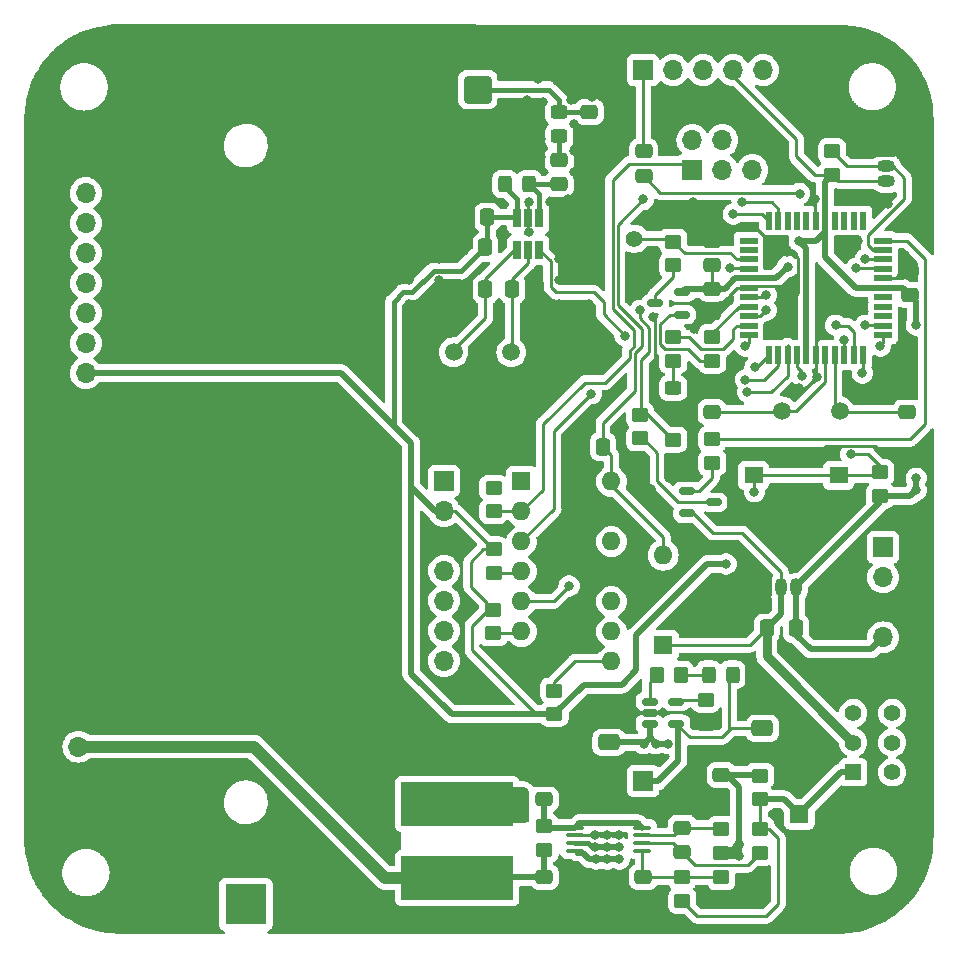
<source format=gbr>
%TF.GenerationSoftware,KiCad,Pcbnew,7.0.10*%
%TF.CreationDate,2024-11-11T15:26:17+02:00*%
%TF.ProjectId,Elektroniikkapaja,456c656b-7472-46f6-9e69-696b6b617061,rev?*%
%TF.SameCoordinates,Original*%
%TF.FileFunction,Copper,L1,Top*%
%TF.FilePolarity,Positive*%
%FSLAX46Y46*%
G04 Gerber Fmt 4.6, Leading zero omitted, Abs format (unit mm)*
G04 Created by KiCad (PCBNEW 7.0.10) date 2024-11-11 15:26:17*
%MOMM*%
%LPD*%
G01*
G04 APERTURE LIST*
G04 Aperture macros list*
%AMRoundRect*
0 Rectangle with rounded corners*
0 $1 Rounding radius*
0 $2 $3 $4 $5 $6 $7 $8 $9 X,Y pos of 4 corners*
0 Add a 4 corners polygon primitive as box body*
4,1,4,$2,$3,$4,$5,$6,$7,$8,$9,$2,$3,0*
0 Add four circle primitives for the rounded corners*
1,1,$1+$1,$2,$3*
1,1,$1+$1,$4,$5*
1,1,$1+$1,$6,$7*
1,1,$1+$1,$8,$9*
0 Add four rect primitives between the rounded corners*
20,1,$1+$1,$2,$3,$4,$5,0*
20,1,$1+$1,$4,$5,$6,$7,0*
20,1,$1+$1,$6,$7,$8,$9,0*
20,1,$1+$1,$8,$9,$2,$3,0*%
G04 Aperture macros list end*
%TA.AperFunction,SMDPad,CuDef*%
%ADD10RoundRect,0.250000X-0.475000X0.337500X-0.475000X-0.337500X0.475000X-0.337500X0.475000X0.337500X0*%
%TD*%
%TA.AperFunction,SMDPad,CuDef*%
%ADD11RoundRect,0.250000X-0.325000X-0.450000X0.325000X-0.450000X0.325000X0.450000X-0.325000X0.450000X0*%
%TD*%
%TA.AperFunction,SMDPad,CuDef*%
%ADD12RoundRect,0.250000X0.337500X0.475000X-0.337500X0.475000X-0.337500X-0.475000X0.337500X-0.475000X0*%
%TD*%
%TA.AperFunction,SMDPad,CuDef*%
%ADD13RoundRect,0.250000X0.450000X-0.350000X0.450000X0.350000X-0.450000X0.350000X-0.450000X-0.350000X0*%
%TD*%
%TA.AperFunction,SMDPad,CuDef*%
%ADD14R,0.550000X1.500000*%
%TD*%
%TA.AperFunction,SMDPad,CuDef*%
%ADD15R,1.500000X0.550000*%
%TD*%
%TA.AperFunction,ComponentPad*%
%ADD16R,3.500000X3.500000*%
%TD*%
%TA.AperFunction,ComponentPad*%
%ADD17C,3.500000*%
%TD*%
%TA.AperFunction,SMDPad,CuDef*%
%ADD18RoundRect,0.250000X0.650000X-0.412500X0.650000X0.412500X-0.650000X0.412500X-0.650000X-0.412500X0*%
%TD*%
%TA.AperFunction,ComponentPad*%
%ADD19C,1.500000*%
%TD*%
%TA.AperFunction,SMDPad,CuDef*%
%ADD20RoundRect,0.250000X-0.450000X0.350000X-0.450000X-0.350000X0.450000X-0.350000X0.450000X0.350000X0*%
%TD*%
%TA.AperFunction,SMDPad,CuDef*%
%ADD21R,1.600000X1.400000*%
%TD*%
%TA.AperFunction,ComponentPad*%
%ADD22R,1.050000X1.500000*%
%TD*%
%TA.AperFunction,ComponentPad*%
%ADD23O,1.050000X1.500000*%
%TD*%
%TA.AperFunction,ComponentPad*%
%ADD24R,1.700000X1.700000*%
%TD*%
%TA.AperFunction,ComponentPad*%
%ADD25O,1.700000X1.700000*%
%TD*%
%TA.AperFunction,ComponentPad*%
%ADD26R,1.500000X1.050000*%
%TD*%
%TA.AperFunction,ComponentPad*%
%ADD27O,1.500000X1.050000*%
%TD*%
%TA.AperFunction,SMDPad,CuDef*%
%ADD28RoundRect,0.250000X0.475000X-0.337500X0.475000X0.337500X-0.475000X0.337500X-0.475000X-0.337500X0*%
%TD*%
%TA.AperFunction,SMDPad,CuDef*%
%ADD29RoundRect,0.150000X-0.512500X-0.150000X0.512500X-0.150000X0.512500X0.150000X-0.512500X0.150000X0*%
%TD*%
%TA.AperFunction,SMDPad,CuDef*%
%ADD30RoundRect,0.250000X-0.337500X-0.475000X0.337500X-0.475000X0.337500X0.475000X-0.337500X0.475000X0*%
%TD*%
%TA.AperFunction,SMDPad,CuDef*%
%ADD31R,0.650000X1.560000*%
%TD*%
%TA.AperFunction,ComponentPad*%
%ADD32R,1.400000X1.400000*%
%TD*%
%TA.AperFunction,ComponentPad*%
%ADD33C,1.400000*%
%TD*%
%TA.AperFunction,ComponentPad*%
%ADD34RoundRect,0.200100X-0.949900X-0.949900X0.949900X-0.949900X0.949900X0.949900X-0.949900X0.949900X0*%
%TD*%
%TA.AperFunction,ComponentPad*%
%ADD35C,2.500000*%
%TD*%
%TA.AperFunction,ComponentPad*%
%ADD36R,1.600000X1.600000*%
%TD*%
%TA.AperFunction,ComponentPad*%
%ADD37O,1.600000X1.600000*%
%TD*%
%TA.AperFunction,SMDPad,CuDef*%
%ADD38R,9.500000X3.750000*%
%TD*%
%TA.AperFunction,SMDPad,CuDef*%
%ADD39RoundRect,0.250000X0.350000X0.450000X-0.350000X0.450000X-0.350000X-0.450000X0.350000X-0.450000X0*%
%TD*%
%TA.AperFunction,SMDPad,CuDef*%
%ADD40RoundRect,0.100000X-0.637500X-0.100000X0.637500X-0.100000X0.637500X0.100000X-0.637500X0.100000X0*%
%TD*%
%TA.AperFunction,SMDPad,CuDef*%
%ADD41RoundRect,0.250000X0.450000X-0.325000X0.450000X0.325000X-0.450000X0.325000X-0.450000X-0.325000X0*%
%TD*%
%TA.AperFunction,ComponentPad*%
%ADD42O,1.400000X1.400000*%
%TD*%
%TA.AperFunction,SMDPad,CuDef*%
%ADD43RoundRect,0.250000X-0.450000X0.325000X-0.450000X-0.325000X0.450000X-0.325000X0.450000X0.325000X0*%
%TD*%
%TA.AperFunction,SMDPad,CuDef*%
%ADD44RoundRect,0.150000X0.512500X0.150000X-0.512500X0.150000X-0.512500X-0.150000X0.512500X-0.150000X0*%
%TD*%
%TA.AperFunction,ViaPad*%
%ADD45C,0.800000*%
%TD*%
%TA.AperFunction,Conductor*%
%ADD46C,0.250000*%
%TD*%
%TA.AperFunction,Conductor*%
%ADD47C,0.500000*%
%TD*%
%TA.AperFunction,Conductor*%
%ADD48C,0.400000*%
%TD*%
%TA.AperFunction,Conductor*%
%ADD49C,0.750000*%
%TD*%
%TA.AperFunction,Conductor*%
%ADD50C,1.000000*%
%TD*%
%TA.AperFunction,Conductor*%
%ADD51C,1.250000*%
%TD*%
%TA.AperFunction,Conductor*%
%ADD52C,0.450000*%
%TD*%
G04 APERTURE END LIST*
D10*
%TO.P,C5,1*%
%TO.N,Net-(C5-Pad1)*%
X224282000Y-80496500D03*
%TO.P,C5,2*%
%TO.N,Net-(U3-PAOUT)*%
X224282000Y-82571500D03*
%TD*%
D11*
%TO.P,L2,1,1*%
%TO.N,+3.3VDc*%
X219692000Y-82550000D03*
%TO.P,L2,2,2*%
%TO.N,Net-(U3-PAOUT)*%
X221742000Y-82550000D03*
%TD*%
D12*
%TO.P,C22,1*%
%TO.N,+5VDc_ISP*%
X227987500Y-104770000D03*
%TO.P,C22,2*%
%TO.N,GND*%
X225912500Y-104770000D03*
%TD*%
D13*
%TO.P,R4,1*%
%TO.N,+3.3VDc*%
X247396000Y-81772000D03*
%TO.P,R4,2*%
%TO.N,One_wire*%
X247396000Y-79772000D03*
%TD*%
D14*
%TO.P,U1,1,PB5*%
%TO.N,MOSI*%
X242014000Y-97026000D03*
%TO.P,U1,2,PB6*%
%TO.N,MISO*%
X242814000Y-97026000D03*
%TO.P,U1,3,PB7*%
%TO.N,SCK*%
X243614000Y-97026000D03*
%TO.P,U1,4,~{RESET}*%
%TO.N,RST*%
X244414000Y-97026000D03*
%TO.P,U1,5,VCC*%
%TO.N,+3.3VDc*%
X245214000Y-97026000D03*
%TO.P,U1,6,GND*%
%TO.N,GND*%
X246014000Y-97026000D03*
%TO.P,U1,7,XTAL2*%
%TO.N,Net-(U1-XTAL2)*%
X246814000Y-97026000D03*
%TO.P,U1,8,XTAL1*%
%TO.N,Net-(U1-XTAL1)*%
X247614000Y-97026000D03*
%TO.P,U1,9,PD0*%
%TO.N,Rx*%
X248414000Y-97026000D03*
%TO.P,U1,10,PD1*%
%TO.N,Tx*%
X249214000Y-97026000D03*
%TO.P,U1,11,PD2*%
%TO.N,PD2*%
X250014000Y-97026000D03*
D15*
%TO.P,U1,12,PD3*%
%TO.N,PD3*%
X251714000Y-95326000D03*
%TO.P,U1,13,PD4*%
%TO.N,PD4*%
X251714000Y-94526000D03*
%TO.P,U1,14,PD5*%
%TO.N,unconnected-(U1-PD5-Pad14)*%
X251714000Y-93726000D03*
%TO.P,U1,15,PD6*%
%TO.N,unconnected-(U1-PD6-Pad15)*%
X251714000Y-92926000D03*
%TO.P,U1,16,PD7*%
%TO.N,unconnected-(U1-PD7-Pad16)*%
X251714000Y-92126000D03*
%TO.P,U1,17,VCC*%
%TO.N,+3.3VDc*%
X251714000Y-91326000D03*
%TO.P,U1,18,GND*%
%TO.N,GND*%
X251714000Y-90526000D03*
%TO.P,U1,19,PC0*%
%TO.N,SCL*%
X251714000Y-89726000D03*
%TO.P,U1,20,PC1*%
%TO.N,SDA*%
X251714000Y-88926000D03*
%TO.P,U1,21,PC2*%
%TO.N,One_wire*%
X251714000Y-88126000D03*
%TO.P,U1,22,PC3*%
%TO.N,CS_BLVL*%
X251714000Y-87326000D03*
D14*
%TO.P,U1,23,PC4*%
%TO.N,unconnected-(U1-PC4-Pad23)*%
X250014000Y-85626000D03*
%TO.P,U1,24,PC5*%
%TO.N,unconnected-(U1-PC5-Pad24)*%
X249214000Y-85626000D03*
%TO.P,U1,25,PC6*%
%TO.N,unconnected-(U1-PC6-Pad25)*%
X248414000Y-85626000D03*
%TO.P,U1,26,PC7*%
%TO.N,unconnected-(U1-PC7-Pad26)*%
X247614000Y-85626000D03*
%TO.P,U1,27,AVCC*%
%TO.N,+3.3VDc*%
X246814000Y-85626000D03*
%TO.P,U1,28,GND*%
%TO.N,GND*%
X246014000Y-85626000D03*
%TO.P,U1,29,AREF*%
%TO.N,unconnected-(U1-AREF-Pad29)*%
X245214000Y-85626000D03*
%TO.P,U1,30,PA7*%
%TO.N,unconnected-(U1-PA7-Pad30)*%
X244414000Y-85626000D03*
%TO.P,U1,31,PA6*%
%TO.N,unconnected-(U1-PA6-Pad31)*%
X243614000Y-85626000D03*
%TO.P,U1,32,PA5*%
%TO.N,PA5*%
X242814000Y-85626000D03*
%TO.P,U1,33,PA4*%
%TO.N,PA4*%
X242014000Y-85626000D03*
D15*
%TO.P,U1,34,PA3*%
%TO.N,unconnected-(U1-PA3-Pad34)*%
X240314000Y-87326000D03*
%TO.P,U1,35,PA2*%
%TO.N,unconnected-(U1-PA2-Pad35)*%
X240314000Y-88126000D03*
%TO.P,U1,36,PA1*%
%TO.N,LDR*%
X240314000Y-88926000D03*
%TO.P,U1,37,PA0*%
%TO.N,battery_lvl*%
X240314000Y-89726000D03*
%TO.P,U1,38,VCC*%
%TO.N,+3.3VDc*%
X240314000Y-90526000D03*
%TO.P,U1,39,GND*%
%TO.N,GND*%
X240314000Y-91326000D03*
%TO.P,U1,40,PB0*%
%TO.N,PB0*%
X240314000Y-92126000D03*
%TO.P,U1,41,PB1*%
%TO.N,CS_LDR*%
X240314000Y-92926000D03*
%TO.P,U1,42,PB2*%
%TO.N,CS_0*%
X240314000Y-93726000D03*
%TO.P,U1,43,PB3*%
%TO.N,int_led*%
X240314000Y-94526000D03*
%TO.P,U1,44,PB4*%
%TO.N,ASK*%
X240314000Y-95326000D03*
%TD*%
D16*
%TO.P,BT1,1,+*%
%TO.N,LiPo_Battery*%
X197760000Y-143530000D03*
D17*
%TO.P,BT1,2,-*%
%TO.N,GND*%
X197760000Y-71530000D03*
%TD*%
D13*
%TO.P,R9,1*%
%TO.N,GND*%
X237998000Y-143240000D03*
%TO.P,R9,2*%
%TO.N,Net-(U2-VCTRL)*%
X237998000Y-141240000D03*
%TD*%
D18*
%TO.P,C18,1*%
%TO.N,Ext_+5VDc*%
X241487500Y-128630000D03*
%TO.P,C18,2*%
%TO.N,GND*%
X241487500Y-125505000D03*
%TD*%
D19*
%TO.P,Y2,1,1*%
%TO.N,Net-(U3-XTLOUT)*%
X215338000Y-96774000D03*
%TO.P,Y2,2,2*%
%TO.N,Net-(U3-XTLIN)*%
X220218000Y-96774000D03*
%TD*%
D20*
%TO.P,R16,1*%
%TO.N,Net-(U6-PROG)*%
X236683500Y-126228000D03*
%TO.P,R16,2*%
%TO.N,GND*%
X236683500Y-128228000D03*
%TD*%
%TO.P,R2,1*%
%TO.N,int_led*%
X233934000Y-95520000D03*
%TO.P,R2,2*%
%TO.N,Net-(D1-A)*%
X233934000Y-97520000D03*
%TD*%
D12*
%TO.P,C11,1*%
%TO.N,LiPo_Battery*%
X241851000Y-120142000D03*
%TO.P,C11,2*%
%TO.N,GND*%
X239776000Y-120142000D03*
%TD*%
D13*
%TO.P,R21,1*%
%TO.N,+3.3VDc*%
X223870000Y-127420000D03*
%TO.P,R21,2*%
%TO.N,RST*%
X223870000Y-125420000D03*
%TD*%
%TO.P,R11,1*%
%TO.N,Net-(Q1-D)*%
X233934000Y-89408000D03*
%TO.P,R11,2*%
%TO.N,LDR*%
X233934000Y-87408000D03*
%TD*%
D21*
%TO.P,SW_reset1,1,1*%
%TO.N,GND*%
X247948000Y-110212000D03*
X240748000Y-110212000D03*
%TO.P,SW_reset1,2,2*%
%TO.N,RST*%
X247948000Y-107212000D03*
X240748000Y-107212000D03*
%TD*%
D22*
%TO.P,U4,1,GND*%
%TO.N,GND*%
X241808000Y-116692000D03*
D23*
%TO.P,U4,2,VI*%
%TO.N,LiPo_Battery*%
X243078000Y-116692000D03*
%TO.P,U4,3,VO*%
%TO.N,+3.3VDc*%
X244348000Y-116692000D03*
%TD*%
D10*
%TO.P,C1,1*%
%TO.N,GND*%
X253746000Y-99800500D03*
%TO.P,C1,2*%
%TO.N,Net-(U1-XTAL1)*%
X253746000Y-101875500D03*
%TD*%
D24*
%TO.P,J9,1,MISO*%
%TO.N,MISO_5V*%
X235560000Y-81370000D03*
D25*
%TO.P,J9,2,VCC*%
%TO.N,+5VDc_ISP*%
X235560000Y-78830000D03*
%TO.P,J9,3,SCK*%
%TO.N,SCK_5V*%
X238100000Y-81370000D03*
%TO.P,J9,4,MOSI*%
%TO.N,MOSI_5V*%
X238100000Y-78830000D03*
%TO.P,J9,5,~{RST}*%
%TO.N,RST_5V*%
X240640000Y-81370000D03*
%TO.P,J9,6,GND*%
%TO.N,GND*%
X240640000Y-78830000D03*
%TD*%
D10*
%TO.P,C3,1*%
%TO.N,Net-(J1-In)*%
X226822000Y-76432500D03*
%TO.P,C3,2*%
%TO.N,GND*%
X226822000Y-78507500D03*
%TD*%
D26*
%TO.P,U5,1,GND*%
%TO.N,GND*%
X251968000Y-79756000D03*
D27*
%TO.P,U5,2,DQ*%
%TO.N,One_wire*%
X251968000Y-81026000D03*
%TO.P,U5,3,V_{DD}*%
%TO.N,+3.3VDc*%
X251968000Y-82296000D03*
%TD*%
D24*
%TO.P,J6,1,Pin_1*%
%TO.N,Ext_+5VDc*%
X231399000Y-133096000D03*
D25*
%TO.P,J6,2,Pin_2*%
%TO.N,GND*%
X228859000Y-133096000D03*
%TD*%
D28*
%TO.P,C21,1*%
%TO.N,+3.3VDc*%
X254000000Y-91948000D03*
%TO.P,C21,2*%
%TO.N,GND*%
X254000000Y-89873000D03*
%TD*%
D10*
%TO.P,C16,1*%
%TO.N,Net-(U2-VCTRL)*%
X231394000Y-141224000D03*
%TO.P,C16,2*%
%TO.N,GND*%
X231394000Y-143299000D03*
%TD*%
%TO.P,C15,1*%
%TO.N,Net-(U2-ICTRL+)*%
X234696000Y-137020000D03*
%TO.P,C15,2*%
%TO.N,Net-(U2-ICTRL-)*%
X234696000Y-139095000D03*
%TD*%
D29*
%TO.P,U6,1,STAT*%
%TO.N,Net-(U6-STAT)*%
X231932500Y-126350000D03*
%TO.P,U6,2,V_{SS}*%
%TO.N,GND*%
X231932500Y-127300000D03*
%TO.P,U6,3,V_{BAT}*%
%TO.N,Net-(SW1-C)*%
X231932500Y-128250000D03*
%TO.P,U6,4,V_{DD}*%
%TO.N,Ext_+5VDc*%
X234207500Y-128250000D03*
%TO.P,U6,5,PROG*%
%TO.N,Net-(U6-PROG)*%
X234207500Y-126350000D03*
%TD*%
D13*
%TO.P,R13,1*%
%TO.N,Net-(Q2-D)*%
X231130000Y-104080000D03*
%TO.P,R13,2*%
%TO.N,battery_lvl*%
X231130000Y-102080000D03*
%TD*%
D24*
%TO.P,J8,1,Pin_1*%
%TO.N,GND*%
X183575000Y-127635000D03*
D25*
%TO.P,J8,2,Pin_2*%
%TO.N,Solar_panel*%
X183575000Y-130175000D03*
%TD*%
D30*
%TO.P,C12,1*%
%TO.N,+3.3VDc*%
X244326500Y-120142000D03*
%TO.P,C12,2*%
%TO.N,GND*%
X246401500Y-120142000D03*
%TD*%
D20*
%TO.P,R5,1*%
%TO.N,Net-(U2-ICTRL+)*%
X237998000Y-137160000D03*
%TO.P,R5,2*%
%TO.N,Net-(U2-VOUT)*%
X237998000Y-139160000D03*
%TD*%
%TO.P,R7,1*%
%TO.N,Net-(U2-VOUT)*%
X241300000Y-132620000D03*
%TO.P,R7,2*%
%TO.N,Net-(D2-K)*%
X241300000Y-134620000D03*
%TD*%
D29*
%TO.P,Q2,1,G*%
%TO.N,Net-(Q2-G)*%
X235082500Y-108524000D03*
%TO.P,Q2,2,S*%
%TO.N,LiPo_Battery*%
X235082500Y-110424000D03*
%TO.P,Q2,3,D*%
%TO.N,Net-(Q2-D)*%
X237357500Y-109474000D03*
%TD*%
D28*
%TO.P,C6,1*%
%TO.N,+3.3VDc*%
X237236000Y-89429500D03*
%TO.P,C6,2*%
%TO.N,GND*%
X237236000Y-87354500D03*
%TD*%
D31*
%TO.P,U3,1,PAOUT*%
%TO.N,Net-(U3-PAOUT)*%
X222614000Y-85438000D03*
%TO.P,U3,2,VSS*%
%TO.N,GND*%
X221664000Y-85438000D03*
%TO.P,U3,3,VDD*%
%TO.N,+3.3VDc*%
X220714000Y-85438000D03*
%TO.P,U3,4,XTLOUT*%
%TO.N,Net-(U3-XTLOUT)*%
X220714000Y-88138000D03*
%TO.P,U3,5,XTLIN*%
%TO.N,Net-(U3-XTLIN)*%
X221664000Y-88138000D03*
%TO.P,U3,6,ASK*%
%TO.N,ASK*%
X222614000Y-88138000D03*
%TD*%
D30*
%TO.P,C17,1*%
%TO.N,GND*%
X216132500Y-85344000D03*
%TO.P,C17,2*%
%TO.N,+3.3VDc*%
X218207500Y-85344000D03*
%TD*%
D20*
%TO.P,R18,1*%
%TO.N,+5VDc*%
X218720000Y-108250000D03*
%TO.P,R18,2*%
%TO.N,MISO_5V*%
X218720000Y-110250000D03*
%TD*%
D28*
%TO.P,C10,1*%
%TO.N,RST*%
X231440000Y-81847500D03*
%TO.P,C10,2*%
%TO.N,Net-(J3-Pin_1)*%
X231440000Y-79772500D03*
%TD*%
D32*
%TO.P,SW1,1,A*%
%TO.N,Net-(D2-K)*%
X249174000Y-132334000D03*
D33*
%TO.P,SW1,2,B*%
%TO.N,LiPo_Battery*%
X249174000Y-129834000D03*
%TO.P,SW1,3,C*%
%TO.N,Net-(SW1-C)*%
X249174000Y-127334000D03*
%TO.P,SW1,4*%
%TO.N,N/C*%
X252474000Y-132334000D03*
%TO.P,SW1,5*%
X252474000Y-129834000D03*
%TO.P,SW1,6*%
X252474000Y-127334000D03*
%TD*%
D12*
%TO.P,C7,1*%
%TO.N,+3.3VDc*%
X218042000Y-87884000D03*
%TO.P,C7,2*%
%TO.N,GND*%
X215967000Y-87884000D03*
%TD*%
D28*
%TO.P,C20,1*%
%TO.N,GND*%
X237998000Y-134641500D03*
%TO.P,C20,2*%
%TO.N,Net-(U2-VOUT)*%
X237998000Y-132566500D03*
%TD*%
D10*
%TO.P,C13,1*%
%TO.N,Solar_panel*%
X223012000Y-141202500D03*
%TO.P,C13,2*%
%TO.N,GND*%
X223012000Y-143277500D03*
%TD*%
D20*
%TO.P,R20,1*%
%TO.N,+3.3VDc*%
X218700000Y-118590000D03*
%TO.P,R20,2*%
%TO.N,SCK*%
X218700000Y-120590000D03*
%TD*%
D28*
%TO.P,C14,1*%
%TO.N,Net-(U2-MPP-SET)*%
X223012000Y-134641500D03*
%TO.P,C14,2*%
%TO.N,GND*%
X223012000Y-132566500D03*
%TD*%
D34*
%TO.P,J1,1,In*%
%TO.N,Net-(J1-In)*%
X217400000Y-74540000D03*
D35*
%TO.P,J1,2,Ext*%
%TO.N,GND*%
X214860000Y-72000000D03*
X214860000Y-77080000D03*
X219940000Y-72000000D03*
X219940000Y-77080000D03*
%TD*%
D24*
%TO.P,J4,1,Pin_1*%
%TO.N,SCL*%
X251714000Y-113294000D03*
D25*
%TO.P,J4,2,Pin_2*%
%TO.N,SDA*%
X251714000Y-115834000D03*
%TO.P,J4,3,Pin_3*%
%TO.N,GND*%
X251714000Y-118374000D03*
%TO.P,J4,4,Pin_4*%
%TO.N,+3.3VDc*%
X251714000Y-120914000D03*
%TD*%
D36*
%TO.P,D2,1,K*%
%TO.N,Net-(D2-K)*%
X244602000Y-135890000D03*
D37*
%TO.P,D2,2,A*%
%TO.N,GND*%
X244602000Y-143510000D03*
%TD*%
D38*
%TO.P,L3,1,1*%
%TO.N,Solar_panel*%
X215646000Y-141285000D03*
%TO.P,L3,2,2*%
%TO.N,Net-(U2-Lx)*%
X215646000Y-135035000D03*
%TD*%
D13*
%TO.P,R1,1*%
%TO.N,+3.3VDc*%
X251460000Y-108950000D03*
%TO.P,R1,2*%
%TO.N,RST*%
X251460000Y-106950000D03*
%TD*%
D20*
%TO.P,R8,1*%
%TO.N,Net-(U2-VCTRL)*%
X234696000Y-141240000D03*
%TO.P,R8,2*%
%TO.N,Net-(D2-K)*%
X234696000Y-143240000D03*
%TD*%
D19*
%TO.P,Y1,1,1*%
%TO.N,Net-(U1-XTAL2)*%
X243160000Y-101770000D03*
%TO.P,Y1,2,2*%
%TO.N,Net-(U1-XTAL1)*%
X248040000Y-101770000D03*
%TD*%
D13*
%TO.P,R10,1*%
%TO.N,Net-(Q1-G)*%
X237236000Y-97520000D03*
%TO.P,R10,2*%
%TO.N,CS_LDR*%
X237236000Y-95520000D03*
%TD*%
D10*
%TO.P,C2,1*%
%TO.N,GND*%
X237236000Y-99779000D03*
%TO.P,C2,2*%
%TO.N,Net-(U1-XTAL2)*%
X237236000Y-101854000D03*
%TD*%
D36*
%TO.P,D4,1,K*%
%TO.N,LiPo_Battery*%
X233090000Y-121590000D03*
D37*
%TO.P,D4,2,A*%
%TO.N,+5VDc_ISP*%
X233090000Y-113970000D03*
%TD*%
D39*
%TO.P,R15,1*%
%TO.N,Net-(D3-K)*%
X234563500Y-124088000D03*
%TO.P,R15,2*%
%TO.N,Net-(U6-STAT)*%
X232563500Y-124088000D03*
%TD*%
D11*
%TO.P,D3,1,K*%
%TO.N,Net-(D3-K)*%
X236927500Y-124070000D03*
%TO.P,D3,2,A*%
%TO.N,Ext_+5VDc*%
X238977500Y-124070000D03*
%TD*%
D20*
%TO.P,R14,1*%
%TO.N,battery_lvl*%
X233934000Y-104172000D03*
%TO.P,R14,2*%
%TO.N,GND*%
X233934000Y-106172000D03*
%TD*%
D40*
%TO.P,U2,1,MPP-SET*%
%TO.N,Net-(U2-MPP-SET)*%
X225607500Y-137025000D03*
%TO.P,U2,2,GND*%
%TO.N,GND*%
X225607500Y-137675000D03*
%TO.P,U2,3,Lx*%
%TO.N,Net-(U2-Lx)*%
X225607500Y-138325000D03*
%TO.P,U2,4,VOUT*%
%TO.N,Net-(U2-VOUT)*%
X225607500Y-138975000D03*
%TO.P,U2,5,VCTRL*%
%TO.N,Net-(U2-VCTRL)*%
X231332500Y-138975000D03*
%TO.P,U2,6,ICTRL-*%
%TO.N,Net-(U2-ICTRL-)*%
X231332500Y-138325000D03*
%TO.P,U2,7,ICTRL+*%
%TO.N,Net-(U2-ICTRL+)*%
X231332500Y-137675000D03*
%TO.P,U2,8,XSHUT*%
%TO.N,Net-(U2-MPP-SET)*%
X231332500Y-137025000D03*
%TD*%
D12*
%TO.P,C8,1*%
%TO.N,Net-(U3-XTLOUT)*%
X218042000Y-91440000D03*
%TO.P,C8,2*%
%TO.N,GND*%
X215967000Y-91440000D03*
%TD*%
D41*
%TO.P,D1,1,K*%
%TO.N,GND*%
X233934000Y-101872000D03*
%TO.P,D1,2,A*%
%TO.N,Net-(D1-A)*%
X233934000Y-99822000D03*
%TD*%
D33*
%TO.P,R12,1*%
%TO.N,LDR*%
X230632000Y-87172000D03*
D42*
%TO.P,R12,2*%
%TO.N,GND*%
X230632000Y-89712000D03*
%TD*%
D13*
%TO.P,R17,1*%
%TO.N,Net-(Q2-G)*%
X237236000Y-106156000D03*
%TO.P,R17,2*%
%TO.N,CS_BLVL*%
X237236000Y-104156000D03*
%TD*%
D24*
%TO.P,J5,1,Pin_1*%
%TO.N,unconnected-(J5-Pin_1-Pad1)*%
X214530000Y-107670000D03*
D25*
%TO.P,J5,2,Pin_2*%
%TO.N,+3.3VDc*%
X214530000Y-110210000D03*
%TO.P,J5,3,Pin_3*%
%TO.N,GND*%
X214530000Y-112750000D03*
%TO.P,J5,4,Pin_4*%
%TO.N,SCK*%
X214530000Y-115290000D03*
%TO.P,J5,5,Pin_5*%
%TO.N,MISO*%
X214530000Y-117830000D03*
%TO.P,J5,6,Pin_6*%
%TO.N,MOSI*%
X214530000Y-120370000D03*
%TO.P,J5,7,Pin_7*%
%TO.N,CS_0*%
X214530000Y-122910000D03*
%TD*%
D10*
%TO.P,C4,1*%
%TO.N,+3.3VDc*%
X237236000Y-91397000D03*
%TO.P,C4,2*%
%TO.N,GND*%
X237236000Y-93472000D03*
%TD*%
D36*
%TO.P,U7,1*%
%TO.N,MISO*%
X221090000Y-107720000D03*
D37*
%TO.P,U7,2*%
%TO.N,MISO_5V*%
X221090000Y-110260000D03*
%TO.P,U7,3*%
%TO.N,MOSI_5V*%
X221090000Y-112800000D03*
%TO.P,U7,4*%
%TO.N,MOSI*%
X221090000Y-115340000D03*
%TO.P,U7,5*%
%TO.N,SCK_5V*%
X221090000Y-117880000D03*
%TO.P,U7,6*%
%TO.N,SCK*%
X221090000Y-120420000D03*
%TO.P,U7,7,GND*%
%TO.N,GND*%
X221090000Y-122960000D03*
%TO.P,U7,8*%
%TO.N,RST*%
X228710000Y-122960000D03*
%TO.P,U7,9*%
%TO.N,RST_5V*%
X228710000Y-120420000D03*
%TO.P,U7,10*%
%TO.N,unconnected-(U7-Pad10)*%
X228710000Y-117880000D03*
%TO.P,U7,11*%
%TO.N,GND*%
X228710000Y-115340000D03*
%TO.P,U7,12*%
%TO.N,unconnected-(U7-Pad12)*%
X228710000Y-112800000D03*
%TO.P,U7,13*%
%TO.N,GND*%
X228710000Y-110260000D03*
%TO.P,U7,14,VCC*%
%TO.N,+5VDc_ISP*%
X228710000Y-107720000D03*
%TD*%
D20*
%TO.P,R3,1*%
%TO.N,Net-(U2-MPP-SET)*%
X223012000Y-136906000D03*
%TO.P,R3,2*%
%TO.N,Solar_panel*%
X223012000Y-138906000D03*
%TD*%
D24*
%TO.P,J7,1,Pin_1*%
%TO.N,GND*%
X184200000Y-101090000D03*
D25*
%TO.P,J7,2,Pin_2*%
%TO.N,+3.3VDc*%
X184200000Y-98550000D03*
%TO.P,J7,3,Pin_3*%
%TO.N,PD4*%
X184200000Y-96010000D03*
%TO.P,J7,4,Pin_4*%
%TO.N,PD3*%
X184200000Y-93470000D03*
%TO.P,J7,5,Pin_5*%
%TO.N,PD2*%
X184200000Y-90930000D03*
%TO.P,J7,6,Pin_6*%
%TO.N,PB0*%
X184200000Y-88390000D03*
%TO.P,J7,7,Pin_7*%
%TO.N,PA5*%
X184200000Y-85850000D03*
%TO.P,J7,8,Pin_8*%
%TO.N,PA4*%
X184200000Y-83310000D03*
%TD*%
D43*
%TO.P,L1,1,1*%
%TO.N,Net-(J1-In)*%
X224282000Y-76445000D03*
%TO.P,L1,2,2*%
%TO.N,Net-(C5-Pad1)*%
X224282000Y-78495000D03*
%TD*%
D20*
%TO.P,R19,1*%
%TO.N,+3.3VDc*%
X218720000Y-113470000D03*
%TO.P,R19,2*%
%TO.N,MOSI*%
X218720000Y-115470000D03*
%TD*%
D13*
%TO.P,R6,1*%
%TO.N,Net-(U2-ICTRL-)*%
X241300000Y-139176000D03*
%TO.P,R6,2*%
%TO.N,Net-(D2-K)*%
X241300000Y-137176000D03*
%TD*%
D44*
%TO.P,Q1,1,G*%
%TO.N,Net-(Q1-G)*%
X234685000Y-93594000D03*
%TO.P,Q1,2,S*%
%TO.N,+3.3VDc*%
X234685000Y-91694000D03*
%TO.P,Q1,3,D*%
%TO.N,Net-(Q1-D)*%
X232410000Y-92644000D03*
%TD*%
D24*
%TO.P,J3,1,Pin_1*%
%TO.N,Net-(J3-Pin_1)*%
X231394000Y-72898000D03*
D25*
%TO.P,J3,2,Pin_2*%
%TO.N,Tx*%
X233934000Y-72898000D03*
%TO.P,J3,3,Pin_3*%
%TO.N,Rx*%
X236474000Y-72898000D03*
%TO.P,J3,4,Pin_4*%
%TO.N,+3.3VDc*%
X239014000Y-72898000D03*
%TO.P,J3,5,Pin_5*%
%TO.N,unconnected-(J3-Pin_5-Pad5)*%
X241554000Y-72898000D03*
%TO.P,J3,6,Pin_6*%
%TO.N,GND*%
X244094000Y-72898000D03*
%TD*%
D30*
%TO.P,C9,1*%
%TO.N,Net-(U3-XTLIN)*%
X220328000Y-91440000D03*
%TO.P,C9,2*%
%TO.N,GND*%
X222403000Y-91440000D03*
%TD*%
D18*
%TO.P,C19,1*%
%TO.N,Net-(SW1-C)*%
X228500000Y-129812500D03*
%TO.P,C19,2*%
%TO.N,GND*%
X228500000Y-126687500D03*
%TD*%
D45*
%TO.N,GND*%
X233700000Y-76490000D03*
X214122000Y-83312000D03*
X235690000Y-94780000D03*
X241800000Y-142630000D03*
X230690000Y-116920000D03*
X211582000Y-87122000D03*
X234670000Y-111760000D03*
X248730000Y-99600000D03*
X249560000Y-87390000D03*
X224028000Y-72136000D03*
X245560000Y-79190000D03*
X216662000Y-79502000D03*
X216662000Y-83312000D03*
X246080000Y-98890000D03*
X209042000Y-73914000D03*
X209042000Y-96266000D03*
X211582000Y-92710000D03*
X211582000Y-73914000D03*
X221742000Y-86614000D03*
X238660000Y-92440000D03*
X209042000Y-92710000D03*
X226822000Y-96266000D03*
X226568000Y-73914000D03*
X225552000Y-81534000D03*
X224282000Y-87122000D03*
X209042000Y-94488000D03*
X211582000Y-83312000D03*
X219202000Y-93218000D03*
X209042000Y-88900000D03*
X229362000Y-137668000D03*
X235640000Y-84060000D03*
X211582000Y-98044000D03*
X211582000Y-75946000D03*
X222758000Y-78740000D03*
X209042000Y-81534000D03*
X211582000Y-72136000D03*
X197760000Y-74320000D03*
X233230000Y-78880000D03*
X221560000Y-75400000D03*
X214122000Y-81534000D03*
X225170000Y-120410000D03*
X211582000Y-81534000D03*
X223520000Y-84074000D03*
X239660000Y-113550000D03*
X225552000Y-77470000D03*
X232060000Y-108360000D03*
X211582000Y-70358000D03*
X222758000Y-80264000D03*
X245920000Y-83840000D03*
X224282000Y-98044000D03*
X211582000Y-90678000D03*
X194990000Y-71570000D03*
X253540000Y-88510000D03*
X211582000Y-88900000D03*
X224282000Y-85090000D03*
X224282000Y-90678000D03*
X232330000Y-97850000D03*
X214122000Y-85090000D03*
X216408000Y-93218000D03*
X209042000Y-85090000D03*
X246600000Y-116160000D03*
X226822000Y-85090000D03*
X224282000Y-92710000D03*
X209042000Y-83312000D03*
X211582000Y-77724000D03*
X226822000Y-90678000D03*
X235630000Y-86440000D03*
X209042000Y-77724000D03*
X241770000Y-141590000D03*
X209042000Y-72136000D03*
X226822000Y-98044000D03*
X214122000Y-92710000D03*
X214122000Y-79502000D03*
X209042000Y-87122000D03*
X211582000Y-94488000D03*
X226822000Y-94488000D03*
X214122000Y-88900000D03*
X246190000Y-105390000D03*
X226822000Y-92710000D03*
X209042000Y-70358000D03*
X226568000Y-72136000D03*
X226822000Y-88900000D03*
X235580000Y-98500000D03*
X218948000Y-80518000D03*
X249930000Y-83970000D03*
X228346000Y-137668000D03*
X225298000Y-75438000D03*
X227330000Y-137668000D03*
X209042000Y-98044000D03*
X224028000Y-70358000D03*
X244270000Y-91780000D03*
X216662000Y-81534000D03*
X209042000Y-90678000D03*
X251695000Y-105340000D03*
X221742000Y-84074000D03*
X233540000Y-107410000D03*
X252093347Y-84193347D03*
X220980000Y-80518000D03*
X222920000Y-75610000D03*
X232240000Y-93800000D03*
X221996000Y-93218000D03*
X219456000Y-87122000D03*
X214122000Y-87122000D03*
X224282000Y-88900000D03*
X225044000Y-83820000D03*
X246740000Y-91810000D03*
X200470000Y-71500000D03*
X226822000Y-81026000D03*
X209042000Y-75946000D03*
X214126653Y-90682653D03*
X244620000Y-99790000D03*
X227076000Y-75184000D03*
X226568000Y-70358000D03*
X225552000Y-79756000D03*
X211582000Y-79502000D03*
X224282000Y-94488000D03*
X209042000Y-79502000D03*
X226822000Y-83058000D03*
X211582000Y-96266000D03*
X224282000Y-96266000D03*
X211582000Y-85090000D03*
X243600000Y-88260000D03*
X218760000Y-105410000D03*
X226822000Y-87122000D03*
X222758000Y-77216000D03*
X218780000Y-111800000D03*
X224120000Y-73840000D03*
X222510000Y-73660000D03*
%TO.N,+3.3VDc*%
X254508000Y-108458000D03*
X243620000Y-89520000D03*
X254508000Y-107442000D03*
X238410000Y-114710000D03*
X254508000Y-94488000D03*
X244602000Y-87376000D03*
%TO.N,RST*%
X244856000Y-98806000D03*
X244630000Y-83350000D03*
X240810000Y-108590000D03*
X248970000Y-105410000D03*
%TO.N,Net-(SW1-C)*%
X232457500Y-129910000D03*
X233499500Y-129910000D03*
X231427500Y-129910000D03*
%TO.N,Net-(U2-VOUT)*%
X229362000Y-139700000D03*
X227393940Y-139700000D03*
X228346000Y-139700000D03*
X239522000Y-139446000D03*
X239522000Y-138430000D03*
%TO.N,MISO*%
X240050000Y-99110000D03*
%TO.N,SCK*%
X240220000Y-100150000D03*
%TO.N,MOSI*%
X240860000Y-98030000D03*
%TO.N,Tx*%
X247687000Y-94488000D03*
%TO.N,Rx*%
X248412000Y-95758000D03*
%TO.N,SCL*%
X249428000Y-89662000D03*
%TO.N,SDA*%
X250190000Y-88900000D03*
%TO.N,CS_0*%
X241808000Y-93218000D03*
%TO.N,Net-(U2-Lx)*%
X227330000Y-138684000D03*
X221234000Y-136144000D03*
X228346000Y-138684000D03*
X229362000Y-138684000D03*
X221234000Y-134112000D03*
X221234000Y-135128000D03*
%TO.N,battery_lvl*%
X238760000Y-89662000D03*
X231140000Y-93218000D03*
%TO.N,ASK*%
X240030000Y-96266000D03*
X229860000Y-95400000D03*
%TO.N,PA4*%
X239014000Y-85090000D03*
%TO.N,PA5*%
X239776000Y-84074000D03*
%TO.N,PB0*%
X241808000Y-91948000D03*
%TO.N,PD2*%
X249936000Y-98552000D03*
%TO.N,PD3*%
X251460000Y-96266000D03*
%TO.N,PD4*%
X250190000Y-94488000D03*
%TO.N,+5VDc_ISP*%
X231400000Y-83840000D03*
%TO.N,SCK_5V*%
X225120000Y-116570000D03*
%TO.N,MOSI_5V*%
X226990000Y-100280000D03*
%TD*%
D46*
%TO.N,Net-(U1-XTAL1)*%
X253724500Y-101854000D02*
X253746000Y-101875500D01*
X248124000Y-101854000D02*
X253724500Y-101854000D01*
X247614000Y-101344000D02*
X248124000Y-101854000D01*
X247614000Y-97026000D02*
X247614000Y-101344000D01*
%TO.N,GND*%
X238660000Y-91980000D02*
X239314000Y-91326000D01*
X237236000Y-87354500D02*
X238180500Y-86410000D01*
X244490000Y-88790000D02*
X244490000Y-91560000D01*
X240430000Y-91210000D02*
X243700000Y-91210000D01*
D47*
X195030000Y-71530000D02*
X197760000Y-71530000D01*
D46*
X245560000Y-74364000D02*
X245560000Y-79190000D01*
X246895000Y-104685000D02*
X246190000Y-105390000D01*
X243700000Y-91210000D02*
X244270000Y-91780000D01*
X243960000Y-88260000D02*
X244490000Y-88790000D01*
X238660000Y-92440000D02*
X238660000Y-91980000D01*
X251714000Y-90526000D02*
X253347000Y-90526000D01*
X248730000Y-99600000D02*
X248930500Y-99800500D01*
X244094000Y-72898000D02*
X245560000Y-74364000D01*
X240314000Y-91326000D02*
X240430000Y-91210000D01*
X243600000Y-88260000D02*
X243960000Y-88260000D01*
X235957000Y-98500000D02*
X237236000Y-99779000D01*
X238180500Y-86410000D02*
X241123000Y-86410000D01*
X234670000Y-111760000D02*
X232060000Y-109150000D01*
X194990000Y-71570000D02*
X195030000Y-71530000D01*
X251695000Y-105340000D02*
X251040000Y-104685000D01*
X251714000Y-118374000D02*
X248169500Y-118374000D01*
X245920000Y-85532000D02*
X246014000Y-85626000D01*
X242973000Y-88260000D02*
X243600000Y-88260000D01*
X232060000Y-109150000D02*
X232060000Y-108360000D01*
X246014000Y-98824000D02*
X246080000Y-98890000D01*
X239314000Y-91326000D02*
X240314000Y-91326000D01*
X225607500Y-137675000D02*
X229355000Y-137675000D01*
X200470000Y-71500000D02*
X200440000Y-71530000D01*
X229355000Y-137675000D02*
X229362000Y-137668000D01*
X244490000Y-91560000D02*
X244270000Y-91780000D01*
X245180000Y-99790000D02*
X246080000Y-98890000D01*
D47*
X197760000Y-74320000D02*
X197760000Y-71530000D01*
D46*
X248169500Y-118374000D02*
X246401500Y-120142000D01*
X248930500Y-99800500D02*
X253746000Y-99800500D01*
X246740000Y-91810000D02*
X246014000Y-92536000D01*
X244620000Y-99790000D02*
X245180000Y-99790000D01*
X233934000Y-107016000D02*
X233934000Y-106172000D01*
X233540000Y-107410000D02*
X233934000Y-107016000D01*
X253347000Y-90526000D02*
X254000000Y-89873000D01*
X246014000Y-92536000D02*
X246014000Y-97026000D01*
X245920000Y-83840000D02*
X245920000Y-85532000D01*
X232370000Y-93930000D02*
X232240000Y-93800000D01*
D47*
X200440000Y-71530000D02*
X197760000Y-71530000D01*
D46*
X232370000Y-97810000D02*
X232370000Y-93930000D01*
X235580000Y-98500000D02*
X235957000Y-98500000D01*
X246014000Y-97026000D02*
X246014000Y-98824000D01*
X232330000Y-97850000D02*
X232370000Y-97810000D01*
X241123000Y-86410000D02*
X242973000Y-88260000D01*
X251040000Y-104685000D02*
X246895000Y-104685000D01*
%TO.N,Net-(U1-XTAL2)*%
X243076000Y-101854000D02*
X243160000Y-101770000D01*
X237236000Y-101854000D02*
X243076000Y-101854000D01*
X246814000Y-99316000D02*
X246814000Y-97026000D01*
X243160000Y-101770000D02*
X244360000Y-101770000D01*
X244360000Y-101770000D02*
X246814000Y-99316000D01*
D48*
%TO.N,Net-(J1-In)*%
X226822000Y-76432500D02*
X224294500Y-76432500D01*
X217400000Y-74540000D02*
X223384000Y-74540000D01*
X223384000Y-74540000D02*
X224282000Y-75438000D01*
D46*
X224294500Y-76432500D02*
X224282000Y-76445000D01*
D48*
X224282000Y-75438000D02*
X224282000Y-76445000D01*
D47*
%TO.N,+3.3VDc*%
X245560000Y-121920000D02*
X250708000Y-121920000D01*
X242614000Y-90526000D02*
X240314000Y-90526000D01*
D46*
X238410000Y-114710000D02*
X238390000Y-114730000D01*
D47*
X254508000Y-92456000D02*
X254000000Y-91948000D01*
D46*
X216800000Y-116620000D02*
X216800000Y-114540000D01*
X219692000Y-82550000D02*
X219692000Y-82810000D01*
X247920000Y-82296000D02*
X251968000Y-82296000D01*
D48*
X218042000Y-87884000D02*
X216010000Y-89916000D01*
D47*
X251714000Y-91326000D02*
X253378000Y-91326000D01*
D46*
X214530000Y-110210000D02*
X215450000Y-110210000D01*
D47*
X244602000Y-87376000D02*
X246064000Y-87376000D01*
D46*
X218250000Y-118590000D02*
X216900000Y-119940000D01*
D47*
X226360000Y-124930000D02*
X229570000Y-124930000D01*
X244348000Y-116586000D02*
X251460000Y-109474000D01*
D46*
X222330000Y-127420000D02*
X223870000Y-127420000D01*
X216900000Y-121990000D02*
X222330000Y-127420000D01*
D47*
X250708000Y-121920000D02*
X251714000Y-120914000D01*
X215180000Y-127420000D02*
X211750000Y-123990000D01*
D46*
X216900000Y-119940000D02*
X216900000Y-121990000D01*
D47*
X236830000Y-114710000D02*
X238410000Y-114710000D01*
D46*
X218700000Y-118590000D02*
X218250000Y-118590000D01*
D48*
X214458024Y-89882653D02*
X213647347Y-89882653D01*
D47*
X243620000Y-89520000D02*
X242614000Y-90526000D01*
D48*
X214491371Y-89916000D02*
X214458024Y-89882653D01*
D47*
X249386000Y-91326000D02*
X246814000Y-88754000D01*
X229570000Y-124930000D02*
X230790000Y-123710000D01*
X223870000Y-127420000D02*
X215180000Y-127420000D01*
X244348000Y-116586000D02*
X244348000Y-120120500D01*
X254016000Y-108950000D02*
X254508000Y-108458000D01*
D48*
X211836000Y-91694000D02*
X211069347Y-91694000D01*
D47*
X223870000Y-127420000D02*
X226360000Y-124930000D01*
D46*
X244348000Y-120120500D02*
X244326500Y-120142000D01*
D47*
X213750000Y-110210000D02*
X214530000Y-110210000D01*
X211750000Y-104480000D02*
X211750000Y-108210000D01*
X230790000Y-120750000D02*
X236830000Y-114710000D01*
D48*
X219692000Y-82810000D02*
X220714000Y-83832000D01*
D46*
X245942000Y-81772000D02*
X247396000Y-81772000D01*
D48*
X213647347Y-89882653D02*
X211836000Y-91694000D01*
D47*
X244326500Y-120142000D02*
X244326500Y-120686500D01*
D46*
X218720000Y-112980000D02*
X218720000Y-113470000D01*
D47*
X246064000Y-87376000D02*
X246814000Y-86626000D01*
X239166000Y-90526000D02*
X238295000Y-91397000D01*
D48*
X220714000Y-83832000D02*
X220714000Y-85438000D01*
D46*
X239014000Y-72898000D02*
X239014000Y-73364000D01*
X217870000Y-113470000D02*
X218720000Y-113470000D01*
X246814000Y-86626000D02*
X246814000Y-85626000D01*
D47*
X234939000Y-91440000D02*
X237193000Y-91440000D01*
D46*
X247396000Y-81772000D02*
X247920000Y-82296000D01*
X215450000Y-110210000D02*
X218230000Y-112990000D01*
D47*
X205820000Y-98550000D02*
X211750000Y-104480000D01*
X211750000Y-123990000D02*
X211750000Y-108210000D01*
D46*
X244360000Y-80190000D02*
X245942000Y-81772000D01*
D47*
X244326500Y-120686500D02*
X245560000Y-121920000D01*
D48*
X210260000Y-92503347D02*
X210260000Y-102892000D01*
D47*
X251460000Y-108950000D02*
X254016000Y-108950000D01*
D46*
X220620000Y-85344000D02*
X220714000Y-85438000D01*
D47*
X237193000Y-91440000D02*
X237236000Y-91397000D01*
X245214000Y-97026000D02*
X245214000Y-87988000D01*
D46*
X218207500Y-87718500D02*
X218042000Y-87884000D01*
X239014000Y-73364000D02*
X244360000Y-78710000D01*
D47*
X246814000Y-82354000D02*
X246814000Y-85626000D01*
D46*
X237236000Y-89429500D02*
X237236000Y-91397000D01*
X216800000Y-114540000D02*
X217870000Y-113470000D01*
X244348000Y-116692000D02*
X244348000Y-116586000D01*
D48*
X218207500Y-85344000D02*
X218207500Y-87718500D01*
D47*
X253378000Y-91326000D02*
X254000000Y-91948000D01*
D48*
X218207500Y-85344000D02*
X220620000Y-85344000D01*
D47*
X240314000Y-90526000D02*
X239166000Y-90526000D01*
X247396000Y-81772000D02*
X246814000Y-82354000D01*
X254508000Y-94488000D02*
X254508000Y-92456000D01*
X238295000Y-91397000D02*
X237236000Y-91397000D01*
D48*
X211069347Y-91694000D02*
X210260000Y-92503347D01*
X216010000Y-89916000D02*
X214491371Y-89916000D01*
D47*
X251714000Y-91326000D02*
X249386000Y-91326000D01*
X184200000Y-98550000D02*
X205820000Y-98550000D01*
D46*
X244348000Y-116692000D02*
X244496000Y-116692000D01*
D47*
X234685000Y-91694000D02*
X234939000Y-91440000D01*
X251460000Y-109474000D02*
X251460000Y-108950000D01*
X246814000Y-88754000D02*
X246814000Y-85626000D01*
X230790000Y-123710000D02*
X230790000Y-120750000D01*
D46*
X218210000Y-118030000D02*
X216800000Y-116620000D01*
D47*
X254508000Y-108458000D02*
X254508000Y-107442000D01*
X211750000Y-108210000D02*
X213750000Y-110210000D01*
D46*
X218700000Y-118590000D02*
X218280000Y-118590000D01*
X244360000Y-78710000D02*
X244360000Y-80190000D01*
D47*
X245214000Y-87988000D02*
X244602000Y-87376000D01*
D48*
%TO.N,Net-(C5-Pad1)*%
X224282000Y-78495000D02*
X224282000Y-80496500D01*
%TO.N,Net-(U3-PAOUT)*%
X222456000Y-83264000D02*
X221742000Y-82550000D01*
D46*
X221742000Y-82550000D02*
X221996000Y-82550000D01*
D48*
X222614000Y-83422000D02*
X222456000Y-83264000D01*
X224282000Y-82571500D02*
X221742000Y-82571500D01*
X222614000Y-85438000D02*
X222614000Y-83422000D01*
D46*
X221742000Y-82571500D02*
X221742000Y-82948000D01*
%TO.N,Net-(U3-XTLOUT)*%
X220714000Y-88138000D02*
X220472000Y-88138000D01*
X218042000Y-93882000D02*
X215150000Y-96774000D01*
X218042000Y-91440000D02*
X218042000Y-93882000D01*
X218042000Y-90568000D02*
X218042000Y-91440000D01*
X220472000Y-88138000D02*
X218042000Y-90568000D01*
%TO.N,Net-(U3-XTLIN)*%
X221664000Y-89220000D02*
X220328000Y-90556000D01*
X220328000Y-96664000D02*
X220218000Y-96774000D01*
X220328000Y-90556000D02*
X220328000Y-91440000D01*
X221664000Y-88138000D02*
X221664000Y-89220000D01*
X220328000Y-91440000D02*
X220328000Y-96664000D01*
%TO.N,RST*%
X244414000Y-98026000D02*
X244856000Y-98468000D01*
X244856000Y-98468000D02*
X244856000Y-98806000D01*
X250444000Y-105410000D02*
X251460000Y-106426000D01*
X232852500Y-83260000D02*
X231440000Y-81847500D01*
X244414000Y-97026000D02*
X244414000Y-98026000D01*
X223870000Y-125420000D02*
X223870000Y-124680000D01*
X251460000Y-106426000D02*
X251460000Y-106950000D01*
X244540000Y-83260000D02*
X232852500Y-83260000D01*
X225590000Y-122960000D02*
X228710000Y-122960000D01*
X240810000Y-108590000D02*
X240810000Y-107274000D01*
X223870000Y-124680000D02*
X225590000Y-122960000D01*
X247948000Y-107212000D02*
X240748000Y-107212000D01*
X248970000Y-105410000D02*
X250444000Y-105410000D01*
X240810000Y-107274000D02*
X240748000Y-107212000D01*
X244630000Y-83350000D02*
X244540000Y-83260000D01*
X251198000Y-107212000D02*
X251460000Y-106950000D01*
X247948000Y-107212000D02*
X251198000Y-107212000D01*
%TO.N,Net-(J3-Pin_1)*%
X231394000Y-72898000D02*
X231394000Y-79756000D01*
%TO.N,LiPo_Battery*%
X235646000Y-110424000D02*
X237302000Y-112080000D01*
X237302000Y-112080000D02*
X239780000Y-112080000D01*
D47*
X243078000Y-118915000D02*
X241851000Y-120142000D01*
D46*
X235082500Y-110424000D02*
X235646000Y-110424000D01*
X239780000Y-112080000D02*
X243078000Y-115378000D01*
X240403000Y-121590000D02*
X233090000Y-121590000D01*
X240403000Y-121590000D02*
X241851000Y-120142000D01*
D47*
X243078000Y-116692000D02*
X243078000Y-118915000D01*
D49*
X241851000Y-122511000D02*
X241851000Y-120142000D01*
D46*
X243078000Y-115378000D02*
X243078000Y-116692000D01*
D49*
X249174000Y-129834000D02*
X241851000Y-122511000D01*
D50*
%TO.N,Solar_panel*%
X209545000Y-141285000D02*
X215646000Y-141285000D01*
X198435000Y-130175000D02*
X209545000Y-141285000D01*
D51*
X215646000Y-141285000D02*
X215707000Y-141224000D01*
D50*
X183575000Y-130175000D02*
X198435000Y-130175000D01*
X183575000Y-130175000D02*
X183610000Y-130140000D01*
X222990500Y-141224000D02*
X223012000Y-141202500D01*
D47*
X215707000Y-141224000D02*
X222990500Y-141224000D01*
X223012000Y-138906000D02*
X223012000Y-141202500D01*
%TO.N,Net-(U2-MPP-SET)*%
X230959500Y-136652000D02*
X231332500Y-137025000D01*
X225980500Y-136652000D02*
X230959500Y-136652000D01*
X223012000Y-134641500D02*
X223012000Y-136906000D01*
X223131000Y-137025000D02*
X225607500Y-137025000D01*
D46*
X223012000Y-136906000D02*
X223131000Y-137025000D01*
D47*
X225607500Y-137025000D02*
X225980500Y-136652000D01*
D46*
%TO.N,Net-(U2-ICTRL+)*%
X237858000Y-137020000D02*
X237998000Y-137160000D01*
X234696000Y-137020000D02*
X237858000Y-137020000D01*
X231332500Y-137675000D02*
X234041000Y-137675000D01*
X234041000Y-137675000D02*
X234696000Y-137020000D01*
%TO.N,Net-(U2-ICTRL-)*%
X233926000Y-138325000D02*
X234696000Y-139095000D01*
X235809000Y-140208000D02*
X234696000Y-139095000D01*
X241300000Y-139176000D02*
X240268000Y-140208000D01*
X231332500Y-138325000D02*
X233926000Y-138325000D01*
X240268000Y-140208000D02*
X235809000Y-140208000D01*
%TO.N,Net-(U2-VCTRL)*%
X231394000Y-141224000D02*
X234680000Y-141224000D01*
X234680000Y-141224000D02*
X234696000Y-141240000D01*
X231332500Y-141162500D02*
X231394000Y-141224000D01*
X234696000Y-141240000D02*
X237998000Y-141240000D01*
X231332500Y-138975000D02*
X231332500Y-141162500D01*
D47*
%TO.N,Ext_+5VDc*%
X231399000Y-133096000D02*
X232654000Y-133096000D01*
D46*
X238103500Y-129378000D02*
X238514500Y-128967000D01*
X234207500Y-128250000D02*
X235335500Y-129378000D01*
X238678500Y-128803000D02*
X238678500Y-124673000D01*
D47*
X232654000Y-133096000D02*
X234377500Y-131372500D01*
D46*
X238851500Y-128630000D02*
X241487500Y-128630000D01*
X238514500Y-128967000D02*
X238851500Y-128630000D01*
X238514500Y-128967000D02*
X238678500Y-128803000D01*
D47*
X234377500Y-128420000D02*
X234207500Y-128250000D01*
D46*
X234212500Y-128255000D02*
X234207500Y-128250000D01*
D47*
X234377500Y-131372500D02*
X234377500Y-128420000D01*
D46*
X235335500Y-129378000D02*
X238103500Y-129378000D01*
%TO.N,Net-(SW1-C)*%
X231932500Y-129385000D02*
X231932500Y-129405000D01*
D47*
X232457500Y-129910000D02*
X233499500Y-129910000D01*
X228597500Y-129910000D02*
X228695000Y-129812500D01*
X231932500Y-129405000D02*
X231427500Y-129910000D01*
X232457500Y-129910000D02*
X231932500Y-129385000D01*
X231932500Y-129385000D02*
X231932500Y-128250000D01*
X228695000Y-129812500D02*
X231330000Y-129812500D01*
X231330000Y-129812500D02*
X231427500Y-129910000D01*
%TO.N,Net-(U2-VOUT)*%
X226840500Y-139700000D02*
X229362000Y-139700000D01*
X239522000Y-137414000D02*
X239522000Y-138430000D01*
D46*
X239236000Y-139160000D02*
X239522000Y-139446000D01*
D47*
X239522000Y-137414000D02*
X239522000Y-133604000D01*
X237998000Y-132566500D02*
X241246500Y-132566500D01*
D46*
X238484500Y-132566500D02*
X237998000Y-132566500D01*
D50*
X237998000Y-139160000D02*
X239236000Y-139160000D01*
D46*
X241246500Y-132566500D02*
X241300000Y-132620000D01*
X225824500Y-139192000D02*
X225607500Y-138975000D01*
D50*
X238792000Y-139160000D02*
X237998000Y-139160000D01*
D49*
X239522000Y-138430000D02*
X238792000Y-139160000D01*
D47*
X239522000Y-138430000D02*
X239522000Y-139446000D01*
X229362000Y-139700000D02*
X227393940Y-139700000D01*
X226332500Y-139192000D02*
X226840500Y-139700000D01*
X239522000Y-133604000D02*
X238484500Y-132566500D01*
D48*
X226332500Y-139192000D02*
X225824500Y-139192000D01*
D46*
%TO.N,Net-(D1-A)*%
X233934000Y-97520000D02*
X233934000Y-99822000D01*
%TO.N,Net-(D2-K)*%
X241808000Y-144526000D02*
X242824000Y-143510000D01*
X235982000Y-144526000D02*
X241808000Y-144526000D01*
D47*
X248158000Y-132334000D02*
X244602000Y-135890000D01*
X241300000Y-134620000D02*
X243332000Y-134620000D01*
D46*
X241300000Y-137176000D02*
X241300000Y-134620000D01*
X242824000Y-143510000D02*
X242824000Y-137930000D01*
X242070000Y-137176000D02*
X241300000Y-137176000D01*
X234696000Y-143240000D02*
X235982000Y-144526000D01*
D47*
X249174000Y-132334000D02*
X248158000Y-132334000D01*
X243332000Y-134620000D02*
X244602000Y-135890000D01*
D46*
X242824000Y-137930000D02*
X242070000Y-137176000D01*
%TO.N,Net-(D3-K)*%
X234563500Y-124088000D02*
X236909500Y-124088000D01*
X236909500Y-124088000D02*
X236927500Y-124070000D01*
%TO.N,MISO*%
X242814000Y-97936000D02*
X242814000Y-97026000D01*
X241640000Y-99110000D02*
X242814000Y-97936000D01*
X240050000Y-99110000D02*
X241640000Y-99110000D01*
%TO.N,SCK*%
X240220000Y-100150000D02*
X242251305Y-100150000D01*
X220920000Y-120590000D02*
X221090000Y-120420000D01*
X243614000Y-96177000D02*
X243614000Y-97026000D01*
X243614000Y-98787305D02*
X243614000Y-97026000D01*
X242251305Y-100150000D02*
X243614000Y-98787305D01*
X218700000Y-120590000D02*
X220920000Y-120590000D01*
%TO.N,MOSI*%
X220960000Y-115470000D02*
X221090000Y-115340000D01*
X241010000Y-98030000D02*
X242014000Y-97026000D01*
X218720000Y-115470000D02*
X220960000Y-115470000D01*
X240860000Y-98030000D02*
X241010000Y-98030000D01*
X242062000Y-96978000D02*
X242014000Y-97026000D01*
%TO.N,Tx*%
X249214000Y-95026695D02*
X249214000Y-97026000D01*
X248712305Y-94525000D02*
X249214000Y-95026695D01*
X247687000Y-94488000D02*
X247724000Y-94525000D01*
X247724000Y-94525000D02*
X248712305Y-94525000D01*
%TO.N,Rx*%
X248412000Y-97024000D02*
X248414000Y-97026000D01*
X248412000Y-95758000D02*
X248412000Y-97024000D01*
%TO.N,SCL*%
X251650000Y-89662000D02*
X251714000Y-89726000D01*
X249428000Y-89662000D02*
X251650000Y-89662000D01*
%TO.N,SDA*%
X251688000Y-88900000D02*
X251714000Y-88926000D01*
X250190000Y-88900000D02*
X251688000Y-88900000D01*
%TO.N,CS_0*%
X240314000Y-93726000D02*
X241300000Y-93726000D01*
X241300000Y-93726000D02*
X241808000Y-93218000D01*
D47*
%TO.N,Net-(U2-Lx)*%
X227076000Y-138684000D02*
X229362000Y-138684000D01*
D52*
X226717000Y-138325000D02*
X227076000Y-138684000D01*
D46*
X220472000Y-134874000D02*
X220311000Y-135035000D01*
X216569000Y-134112000D02*
X215646000Y-135035000D01*
X220311000Y-135035000D02*
X215646000Y-135035000D01*
D52*
X226717000Y-138325000D02*
X225607500Y-138325000D01*
D50*
X221234000Y-136144000D02*
X216755000Y-136144000D01*
D46*
X220472000Y-135382000D02*
X220472000Y-134874000D01*
X221234000Y-136144000D02*
X221234000Y-134112000D01*
D50*
X221234000Y-134112000D02*
X216569000Y-134112000D01*
D46*
X221234000Y-135636000D02*
X221234000Y-135128000D01*
D50*
X221234000Y-134112000D02*
X220472000Y-134874000D01*
D46*
X216755000Y-136144000D02*
X215646000Y-135035000D01*
D50*
X221234000Y-136144000D02*
X220472000Y-135382000D01*
X215646000Y-135035000D02*
X219871000Y-135035000D01*
D47*
X228346000Y-138684000D02*
X227330000Y-138684000D01*
D46*
%TO.N,Net-(Q1-D)*%
X233934000Y-90424000D02*
X232410000Y-91948000D01*
X233934000Y-89408000D02*
X233934000Y-90424000D01*
X232410000Y-91948000D02*
X232410000Y-92644000D01*
%TO.N,Net-(Q1-G)*%
X236204000Y-97520000D02*
X235204000Y-96520000D01*
X233220000Y-96520000D02*
X232820000Y-96120000D01*
X233626000Y-93594000D02*
X234685000Y-93594000D01*
X235204000Y-96520000D02*
X233220000Y-96520000D01*
X232820000Y-96120000D02*
X232820000Y-94400000D01*
X237236000Y-97520000D02*
X236204000Y-97520000D01*
X232820000Y-94400000D02*
X233626000Y-93594000D01*
%TO.N,int_led*%
X239314000Y-94526000D02*
X240314000Y-94526000D01*
X235290950Y-95520000D02*
X236290950Y-96520000D01*
X239014000Y-95687050D02*
X239014000Y-94826000D01*
X238181050Y-96520000D02*
X239014000Y-95687050D01*
X236290950Y-96520000D02*
X238181050Y-96520000D01*
X233934000Y-95520000D02*
X235290950Y-95520000D01*
X239014000Y-94826000D02*
X239314000Y-94526000D01*
%TO.N,One_wire*%
X251968000Y-81026000D02*
X252518000Y-81026000D01*
X253492000Y-83820000D02*
X250444000Y-86868000D01*
X247396000Y-79772000D02*
X248650000Y-81026000D01*
X253492000Y-82000000D02*
X253492000Y-83820000D01*
X250839000Y-88126000D02*
X251714000Y-88126000D01*
X248650000Y-81026000D02*
X251968000Y-81026000D01*
X250444000Y-87731000D02*
X250839000Y-88126000D01*
X252518000Y-81026000D02*
X253492000Y-82000000D01*
X250444000Y-86868000D02*
X250444000Y-87731000D01*
%TO.N,CS_LDR*%
X237236000Y-95158000D02*
X239468000Y-92926000D01*
X239468000Y-92926000D02*
X240314000Y-92926000D01*
X237236000Y-95520000D02*
X237236000Y-95158000D01*
%TO.N,LDR*%
X230632000Y-87172000D02*
X233698000Y-87172000D01*
X233934000Y-87408000D02*
X234918000Y-88392000D01*
X234918000Y-88392000D02*
X238760000Y-88392000D01*
X233698000Y-87172000D02*
X233934000Y-87408000D01*
X239294000Y-88926000D02*
X240314000Y-88926000D01*
X238760000Y-88392000D02*
X239294000Y-88926000D01*
%TO.N,battery_lvl*%
X231225000Y-101463000D02*
X233934000Y-104172000D01*
X238760000Y-89662000D02*
X240250000Y-89662000D01*
X231225000Y-97475000D02*
X231225000Y-101463000D01*
X231910000Y-94690000D02*
X231910000Y-96790000D01*
X231140000Y-93920000D02*
X231910000Y-94690000D01*
X240250000Y-89662000D02*
X240314000Y-89726000D01*
X231910000Y-96790000D02*
X231225000Y-97475000D01*
X231140000Y-93218000D02*
X231140000Y-93920000D01*
%TO.N,Net-(U6-STAT)*%
X232563500Y-124088000D02*
X231932500Y-124719000D01*
X231932500Y-124719000D02*
X231932500Y-126350000D01*
%TO.N,Net-(U6-PROG)*%
X234207500Y-126350000D02*
X234329500Y-126228000D01*
X234329500Y-126228000D02*
X236683500Y-126228000D01*
%TO.N,ASK*%
X227194000Y-91694000D02*
X224023347Y-91694000D01*
X229860000Y-95400000D02*
X228040000Y-93580000D01*
X228040000Y-92540000D02*
X227194000Y-91694000D01*
X224023347Y-91694000D02*
X223557000Y-91227653D01*
X223557000Y-89081000D02*
X222614000Y-88138000D01*
X240314000Y-95326000D02*
X240314000Y-95982000D01*
X240314000Y-95982000D02*
X240030000Y-96266000D01*
X228040000Y-93580000D02*
X228040000Y-92540000D01*
X223557000Y-91227653D02*
X223557000Y-89081000D01*
%TO.N,Net-(Q2-D)*%
X232570000Y-107670000D02*
X232570000Y-105290000D01*
X234374000Y-109474000D02*
X232570000Y-107670000D01*
X237357500Y-109474000D02*
X234374000Y-109474000D01*
X231360000Y-104080000D02*
X232570000Y-105290000D01*
X231130000Y-104080000D02*
X231360000Y-104080000D01*
%TO.N,CS_BLVL*%
X255270000Y-102870000D02*
X253984000Y-104156000D01*
X255270000Y-88900000D02*
X255270000Y-102870000D01*
X253984000Y-104156000D02*
X237236000Y-104156000D01*
X253696000Y-87326000D02*
X255270000Y-88900000D01*
X251714000Y-87326000D02*
X253696000Y-87326000D01*
%TO.N,Net-(Q2-G)*%
X237236000Y-106156000D02*
X237236000Y-107442000D01*
X237236000Y-107442000D02*
X236154000Y-108524000D01*
X237236000Y-106156000D02*
X237490000Y-106410000D01*
X236154000Y-108524000D02*
X235082500Y-108524000D01*
%TO.N,PA4*%
X241478000Y-85090000D02*
X242014000Y-85626000D01*
X239014000Y-85090000D02*
X241478000Y-85090000D01*
%TO.N,PA5*%
X242814000Y-84626000D02*
X242814000Y-85626000D01*
X242262000Y-84074000D02*
X242814000Y-84626000D01*
X239776000Y-84074000D02*
X242262000Y-84074000D01*
%TO.N,PB0*%
X240314000Y-92126000D02*
X241630000Y-92126000D01*
X241630000Y-92126000D02*
X241808000Y-91948000D01*
%TO.N,PD2*%
X250014000Y-97026000D02*
X250014000Y-98474000D01*
X250014000Y-98474000D02*
X249936000Y-98552000D01*
%TO.N,PD3*%
X251714000Y-96012000D02*
X251460000Y-96266000D01*
X251714000Y-95326000D02*
X251714000Y-96012000D01*
%TO.N,PD4*%
X250190000Y-94488000D02*
X251676000Y-94488000D01*
X251676000Y-94488000D02*
X251714000Y-94526000D01*
%TO.N,+5VDc_ISP*%
X231290000Y-94840000D02*
X231290000Y-96220000D01*
X228710000Y-105492500D02*
X228710000Y-107720000D01*
X230690000Y-100040000D02*
X227987500Y-102742500D01*
X229250000Y-85990000D02*
X229250000Y-92800000D01*
X230690000Y-96820000D02*
X230690000Y-100040000D01*
X227987500Y-102742500D02*
X227987500Y-104770000D01*
X228220000Y-105170000D02*
X228340000Y-105170000D01*
X228710000Y-107720000D02*
X228890000Y-107720000D01*
X231290000Y-96220000D02*
X230690000Y-96820000D01*
X227987500Y-104770000D02*
X228710000Y-105492500D01*
X231400000Y-83840000D02*
X229250000Y-85990000D01*
X229250000Y-92800000D02*
X231290000Y-94840000D01*
X233090000Y-112420000D02*
X233090000Y-113970000D01*
X228400000Y-107730000D02*
X233090000Y-112420000D01*
%TO.N,MISO_5V*%
X230585000Y-96288604D02*
X230240000Y-96633604D01*
X230585000Y-94885000D02*
X230585000Y-96288604D01*
X222930000Y-102850000D02*
X222930000Y-108420000D01*
X218720000Y-110250000D02*
X221080000Y-110250000D01*
X228800000Y-82200000D02*
X228800000Y-93100000D01*
X221080000Y-110250000D02*
X221090000Y-110260000D01*
X230240000Y-96633604D02*
X230240000Y-97280000D01*
X222930000Y-108420000D02*
X221090000Y-110260000D01*
X228800000Y-93100000D02*
X230585000Y-94885000D01*
X230240000Y-97280000D02*
X228175000Y-99345000D01*
X230200000Y-80800000D02*
X228800000Y-82200000D01*
X235560000Y-81370000D02*
X234990000Y-80800000D01*
X228175000Y-99345000D02*
X226435000Y-99345000D01*
X234990000Y-80800000D02*
X230200000Y-80800000D01*
X226435000Y-99345000D02*
X222930000Y-102850000D01*
%TO.N,SCK_5V*%
X223810000Y-117880000D02*
X221090000Y-117880000D01*
X225120000Y-116570000D02*
X223810000Y-117880000D01*
%TO.N,MOSI_5V*%
X223850000Y-110040000D02*
X221090000Y-112800000D01*
X226990000Y-100280000D02*
X223850000Y-103420000D01*
X223850000Y-103420000D02*
X223850000Y-110040000D01*
%TD*%
%TA.AperFunction,Conductor*%
%TO.N,GND*%
G36*
X247955832Y-69035065D02*
G01*
X247956163Y-69035158D01*
X247989307Y-69035093D01*
X247993567Y-69035157D01*
X248310581Y-69045460D01*
X248310581Y-69045505D01*
X248310768Y-69045466D01*
X248311437Y-69045488D01*
X248384502Y-69047978D01*
X248418791Y-69049147D01*
X248426903Y-69049689D01*
X249123475Y-69119347D01*
X249136420Y-69121337D01*
X250181917Y-69339149D01*
X250193940Y-69342292D01*
X250466617Y-69428427D01*
X250468266Y-69428961D01*
X250581911Y-69466615D01*
X250587243Y-69468518D01*
X251138068Y-69679473D01*
X251140942Y-69680615D01*
X251236592Y-69720092D01*
X251242372Y-69722653D01*
X251357896Y-69777422D01*
X251363441Y-69780224D01*
X251908646Y-70073272D01*
X252065347Y-70157499D01*
X252074421Y-70162886D01*
X252765722Y-70614152D01*
X252772767Y-70619108D01*
X252838358Y-70668744D01*
X252840994Y-70670795D01*
X253162984Y-70928388D01*
X253166929Y-70931680D01*
X253238166Y-70993679D01*
X253345243Y-71086871D01*
X253348234Y-71089562D01*
X253437342Y-71172377D01*
X253442654Y-71177621D01*
X253956202Y-71716019D01*
X253963430Y-71724303D01*
X254545565Y-72454438D01*
X254553762Y-72466020D01*
X254997037Y-73175260D01*
X255002526Y-73184993D01*
X255302290Y-73777384D01*
X255306190Y-73785870D01*
X255405203Y-74024622D01*
X255405998Y-74026586D01*
X255475684Y-74203085D01*
X255479401Y-74213946D01*
X255719396Y-75037928D01*
X255720528Y-75042081D01*
X255859708Y-75590100D01*
X255861549Y-75598587D01*
X255866852Y-75627953D01*
X255867019Y-75628897D01*
X255892657Y-75777427D01*
X255893589Y-75783817D01*
X255959397Y-76334956D01*
X255960187Y-76345069D01*
X255994390Y-77268554D01*
X255994475Y-77273163D01*
X255992716Y-88440908D01*
X255973021Y-88507944D01*
X255920210Y-88553690D01*
X255851050Y-88563623D01*
X255787499Y-88534588D01*
X255770733Y-88516883D01*
X255768168Y-88513576D01*
X255754005Y-88499413D01*
X255741370Y-88484620D01*
X255729593Y-88468412D01*
X255695945Y-88440576D01*
X255687304Y-88432713D01*
X254196803Y-86942212D01*
X254186980Y-86929950D01*
X254186759Y-86930134D01*
X254181786Y-86924122D01*
X254132776Y-86878099D01*
X254129977Y-86875386D01*
X254110477Y-86855885D01*
X254110471Y-86855880D01*
X254107286Y-86853409D01*
X254098434Y-86845848D01*
X254066582Y-86815938D01*
X254066580Y-86815936D01*
X254066577Y-86815935D01*
X254049029Y-86806288D01*
X254032763Y-86795604D01*
X254016932Y-86783324D01*
X253976849Y-86765978D01*
X253966363Y-86760841D01*
X253928094Y-86739803D01*
X253928092Y-86739802D01*
X253908693Y-86734822D01*
X253890281Y-86728518D01*
X253871898Y-86720562D01*
X253871892Y-86720560D01*
X253828760Y-86713729D01*
X253817322Y-86711361D01*
X253775020Y-86700500D01*
X253775019Y-86700500D01*
X253754984Y-86700500D01*
X253735586Y-86698973D01*
X253728162Y-86697797D01*
X253715805Y-86695840D01*
X253715804Y-86695840D01*
X253672325Y-86699950D01*
X253660656Y-86700500D01*
X252872231Y-86700500D01*
X252805192Y-86680815D01*
X252797920Y-86675767D01*
X252706331Y-86607204D01*
X252706328Y-86607202D01*
X252571482Y-86556908D01*
X252571483Y-86556908D01*
X252511883Y-86550501D01*
X252511881Y-86550500D01*
X252511873Y-86550500D01*
X252511865Y-86550500D01*
X251945451Y-86550500D01*
X251878412Y-86530815D01*
X251832657Y-86478011D01*
X251822713Y-86408853D01*
X251851738Y-86345297D01*
X251857770Y-86338819D01*
X252741860Y-85454729D01*
X253875788Y-84320801D01*
X253888042Y-84310986D01*
X253887859Y-84310764D01*
X253893868Y-84305791D01*
X253893877Y-84305786D01*
X253939949Y-84256722D01*
X253942566Y-84254023D01*
X253962120Y-84234471D01*
X253964576Y-84231303D01*
X253972156Y-84222427D01*
X254002062Y-84190582D01*
X254011715Y-84173020D01*
X254022389Y-84156770D01*
X254034673Y-84140936D01*
X254052019Y-84100850D01*
X254057157Y-84090362D01*
X254059507Y-84086089D01*
X254078197Y-84052092D01*
X254083177Y-84032691D01*
X254089478Y-84014288D01*
X254097438Y-83995896D01*
X254104272Y-83952741D01*
X254106635Y-83941331D01*
X254117500Y-83899019D01*
X254117500Y-83878983D01*
X254119027Y-83859582D01*
X254119138Y-83858884D01*
X254122160Y-83839804D01*
X254118050Y-83796324D01*
X254117500Y-83784655D01*
X254117500Y-82082742D01*
X254119224Y-82067122D01*
X254118939Y-82067096D01*
X254119671Y-82059340D01*
X254119673Y-82059333D01*
X254117561Y-81992126D01*
X254117500Y-81988231D01*
X254117500Y-81960653D01*
X254117500Y-81960650D01*
X254116996Y-81956665D01*
X254116080Y-81945021D01*
X254115597Y-81929644D01*
X254114709Y-81901373D01*
X254109122Y-81882144D01*
X254105174Y-81863084D01*
X254104636Y-81858821D01*
X254102664Y-81843208D01*
X254102663Y-81843206D01*
X254102663Y-81843204D01*
X254086588Y-81802604D01*
X254082804Y-81791552D01*
X254070618Y-81749609D01*
X254070616Y-81749606D01*
X254060423Y-81732371D01*
X254051861Y-81714894D01*
X254044487Y-81696269D01*
X254025764Y-81670500D01*
X254018811Y-81660930D01*
X254012405Y-81651177D01*
X253990170Y-81613580D01*
X253990168Y-81613578D01*
X253990165Y-81613574D01*
X253976006Y-81599415D01*
X253963368Y-81584619D01*
X253951594Y-81568413D01*
X253928352Y-81549186D01*
X253917940Y-81540572D01*
X253909299Y-81532709D01*
X253226541Y-80849951D01*
X253195563Y-80798268D01*
X253145023Y-80631659D01*
X253145021Y-80631656D01*
X253145021Y-80631654D01*
X253049801Y-80453511D01*
X253049799Y-80453509D01*
X253049798Y-80453506D01*
X253001372Y-80394499D01*
X252921647Y-80297352D01*
X252786968Y-80186825D01*
X252765494Y-80169202D01*
X252765492Y-80169201D01*
X252765488Y-80169198D01*
X252587345Y-80073978D01*
X252394031Y-80015337D01*
X252283900Y-80004490D01*
X252243380Y-80000500D01*
X251692620Y-80000500D01*
X251655433Y-80004162D01*
X251541968Y-80015337D01*
X251348654Y-80073978D01*
X251170511Y-80169198D01*
X251170504Y-80169203D01*
X251014353Y-80297352D01*
X250966909Y-80355164D01*
X250909163Y-80394499D01*
X250871055Y-80400500D01*
X248960452Y-80400500D01*
X248893413Y-80380815D01*
X248872771Y-80364181D01*
X248632818Y-80124228D01*
X248599333Y-80062905D01*
X248596499Y-80036547D01*
X248596499Y-79371998D01*
X248596498Y-79371981D01*
X248585999Y-79269203D01*
X248585998Y-79269200D01*
X248542965Y-79139336D01*
X248530814Y-79102666D01*
X248438712Y-78953344D01*
X248314656Y-78829288D01*
X248186412Y-78750187D01*
X248165336Y-78737187D01*
X248165331Y-78737185D01*
X248151902Y-78732735D01*
X247998797Y-78682001D01*
X247998795Y-78682000D01*
X247896010Y-78671500D01*
X246895998Y-78671500D01*
X246895980Y-78671501D01*
X246793203Y-78682000D01*
X246793200Y-78682001D01*
X246626668Y-78737185D01*
X246626663Y-78737187D01*
X246477342Y-78829289D01*
X246353289Y-78953342D01*
X246261187Y-79102663D01*
X246261185Y-79102668D01*
X246249036Y-79139331D01*
X246206001Y-79269203D01*
X246206001Y-79269204D01*
X246206000Y-79269204D01*
X246195500Y-79371983D01*
X246195500Y-80172001D01*
X246195501Y-80172019D01*
X246206000Y-80274796D01*
X246206001Y-80274799D01*
X246245666Y-80394499D01*
X246261186Y-80441334D01*
X246353241Y-80590580D01*
X246353289Y-80590657D01*
X246446951Y-80684319D01*
X246480436Y-80745642D01*
X246475452Y-80815334D01*
X246446951Y-80859681D01*
X246353288Y-80953343D01*
X246353285Y-80953347D01*
X246303864Y-81033471D01*
X246251916Y-81080196D01*
X246182953Y-81091417D01*
X246118871Y-81063574D01*
X246110645Y-81056055D01*
X245588386Y-80533796D01*
X245021819Y-79967228D01*
X244988334Y-79905905D01*
X244985500Y-79879547D01*
X244985500Y-78792742D01*
X244987224Y-78777122D01*
X244986939Y-78777095D01*
X244987673Y-78769333D01*
X244985561Y-78702112D01*
X244985500Y-78698218D01*
X244985500Y-78670656D01*
X244985500Y-78670650D01*
X244984996Y-78666668D01*
X244984081Y-78655029D01*
X244982710Y-78611373D01*
X244977119Y-78592130D01*
X244973173Y-78573078D01*
X244970664Y-78553208D01*
X244954579Y-78512583D01*
X244950806Y-78501562D01*
X244938618Y-78459610D01*
X244938617Y-78459609D01*
X244938617Y-78459607D01*
X244938616Y-78459606D01*
X244928423Y-78442371D01*
X244919861Y-78424894D01*
X244912487Y-78406269D01*
X244886816Y-78370937D01*
X244880405Y-78361177D01*
X244858170Y-78323580D01*
X244858168Y-78323578D01*
X244858165Y-78323574D01*
X244844006Y-78309415D01*
X244831368Y-78294619D01*
X244819594Y-78278413D01*
X244785940Y-78250572D01*
X244777299Y-78242709D01*
X242470096Y-75935506D01*
X240868376Y-74333786D01*
X240849928Y-74300001D01*
X248784390Y-74300001D01*
X248785891Y-74320987D01*
X248792099Y-74407793D01*
X248792232Y-74409645D01*
X248792548Y-74418491D01*
X248792548Y-74442860D01*
X248796016Y-74466981D01*
X248796962Y-74475782D01*
X248804804Y-74585428D01*
X248804805Y-74585435D01*
X248828168Y-74692834D01*
X248829739Y-74701539D01*
X248833210Y-74725675D01*
X248840077Y-74749065D01*
X248842264Y-74757635D01*
X248865630Y-74865046D01*
X248865631Y-74865047D01*
X248904046Y-74968044D01*
X248906840Y-74976438D01*
X248913706Y-74999820D01*
X248913708Y-74999824D01*
X248923827Y-75021983D01*
X248927213Y-75030157D01*
X248965632Y-75133159D01*
X248965635Y-75133166D01*
X249018314Y-75229640D01*
X249022275Y-75237553D01*
X249032398Y-75259719D01*
X249032401Y-75259724D01*
X249045572Y-75280219D01*
X249050087Y-75287829D01*
X249102773Y-75384314D01*
X249102776Y-75384318D01*
X249168650Y-75472316D01*
X249173697Y-75479584D01*
X249186873Y-75500086D01*
X249186876Y-75500089D01*
X249186883Y-75500098D01*
X249202834Y-75518507D01*
X249208388Y-75525399D01*
X249274254Y-75613387D01*
X249274260Y-75613393D01*
X249274261Y-75613395D01*
X249351991Y-75691125D01*
X249358012Y-75697593D01*
X249373972Y-75716012D01*
X249373976Y-75716015D01*
X249373980Y-75716020D01*
X249392416Y-75731995D01*
X249398863Y-75737997D01*
X249476605Y-75815739D01*
X249564635Y-75881637D01*
X249571482Y-75887156D01*
X249589911Y-75903124D01*
X249589914Y-75903127D01*
X249589921Y-75903132D01*
X249610414Y-75916302D01*
X249617686Y-75921351D01*
X249705682Y-75987224D01*
X249705690Y-75987229D01*
X249802166Y-76039909D01*
X249809769Y-76044420D01*
X249830278Y-76057600D01*
X249852452Y-76067726D01*
X249860342Y-76071675D01*
X249956839Y-76124367D01*
X250059851Y-76162788D01*
X250067998Y-76166163D01*
X250090179Y-76176293D01*
X250110480Y-76182254D01*
X250113552Y-76183156D01*
X250121951Y-76185951D01*
X250134148Y-76190500D01*
X250224954Y-76224369D01*
X250332364Y-76247734D01*
X250340921Y-76249917D01*
X250364326Y-76256790D01*
X250388483Y-76260263D01*
X250397122Y-76261821D01*
X250504572Y-76285196D01*
X250614241Y-76293039D01*
X250623001Y-76293981D01*
X250647137Y-76297451D01*
X250647138Y-76297452D01*
X250671507Y-76297452D01*
X250680353Y-76297768D01*
X250789999Y-76305610D01*
X250790000Y-76305610D01*
X250790001Y-76305610D01*
X250899647Y-76297768D01*
X250908493Y-76297452D01*
X250932862Y-76297452D01*
X250934503Y-76297215D01*
X250957022Y-76293978D01*
X250965727Y-76293041D01*
X251075428Y-76285196D01*
X251182872Y-76261822D01*
X251191516Y-76260263D01*
X251215674Y-76256790D01*
X251239078Y-76249917D01*
X251247595Y-76247743D01*
X251355046Y-76224369D01*
X251458067Y-76185943D01*
X251466415Y-76183165D01*
X251489821Y-76176293D01*
X251512006Y-76166161D01*
X251520139Y-76162792D01*
X251623161Y-76124367D01*
X251623165Y-76124364D01*
X251623171Y-76124362D01*
X251701323Y-76081687D01*
X251719646Y-76071681D01*
X251727524Y-76067737D01*
X251749722Y-76057600D01*
X251770234Y-76044417D01*
X251777812Y-76039920D01*
X251874315Y-75987226D01*
X251962344Y-75921327D01*
X251969560Y-75916318D01*
X251990086Y-75903127D01*
X252008527Y-75887146D01*
X252015371Y-75881632D01*
X252103395Y-75815739D01*
X252181139Y-75737994D01*
X252187578Y-75732000D01*
X252206020Y-75716020D01*
X252222001Y-75697575D01*
X252227994Y-75691139D01*
X252305739Y-75613395D01*
X252371632Y-75525371D01*
X252377146Y-75518527D01*
X252393127Y-75500086D01*
X252406318Y-75479560D01*
X252411327Y-75472344D01*
X252477226Y-75384315D01*
X252529920Y-75287812D01*
X252534417Y-75280234D01*
X252547600Y-75259722D01*
X252557737Y-75237524D01*
X252561687Y-75229636D01*
X252614362Y-75133171D01*
X252614368Y-75133158D01*
X252615694Y-75129602D01*
X252652792Y-75030139D01*
X252656161Y-75022006D01*
X252666293Y-74999821D01*
X252673165Y-74976415D01*
X252675943Y-74968067D01*
X252714369Y-74865046D01*
X252737743Y-74757595D01*
X252739917Y-74749078D01*
X252746790Y-74725674D01*
X252750263Y-74701516D01*
X252751822Y-74692872D01*
X252775196Y-74585428D01*
X252783040Y-74475752D01*
X252783980Y-74467004D01*
X252787452Y-74442861D01*
X252788077Y-74407793D01*
X252788370Y-74401225D01*
X252795610Y-74300000D01*
X252788370Y-74198777D01*
X252788077Y-74192203D01*
X252787452Y-74157139D01*
X252787451Y-74157135D01*
X252784156Y-74134216D01*
X252783981Y-74133004D01*
X252783039Y-74124241D01*
X252775196Y-74014572D01*
X252751821Y-73907122D01*
X252750263Y-73898483D01*
X252746790Y-73874326D01*
X252739917Y-73850921D01*
X252737733Y-73842358D01*
X252714369Y-73734954D01*
X252682156Y-73648589D01*
X252675951Y-73631951D01*
X252673156Y-73623552D01*
X252672254Y-73620480D01*
X252666293Y-73600179D01*
X252656163Y-73577998D01*
X252652784Y-73569840D01*
X252614367Y-73466839D01*
X252561675Y-73370342D01*
X252557726Y-73362452D01*
X252547600Y-73340278D01*
X252534419Y-73319768D01*
X252529909Y-73312166D01*
X252477229Y-73215690D01*
X252477224Y-73215682D01*
X252411351Y-73127686D01*
X252406302Y-73120414D01*
X252393132Y-73099921D01*
X252393127Y-73099914D01*
X252385830Y-73091493D01*
X252377156Y-73081482D01*
X252371637Y-73074635D01*
X252305739Y-72986605D01*
X252227997Y-72908863D01*
X252221995Y-72902416D01*
X252206020Y-72883980D01*
X252206015Y-72883976D01*
X252206012Y-72883972D01*
X252187593Y-72868012D01*
X252181125Y-72861991D01*
X252103395Y-72784261D01*
X252103393Y-72784260D01*
X252103387Y-72784254D01*
X252015399Y-72718388D01*
X252008507Y-72712834D01*
X251990098Y-72696883D01*
X251990093Y-72696879D01*
X251990086Y-72696873D01*
X251975911Y-72687763D01*
X251969584Y-72683697D01*
X251962316Y-72678650D01*
X251874318Y-72612776D01*
X251874314Y-72612773D01*
X251777829Y-72560087D01*
X251770219Y-72555572D01*
X251749724Y-72542401D01*
X251749719Y-72542398D01*
X251727553Y-72532275D01*
X251719640Y-72528314D01*
X251623166Y-72475635D01*
X251623159Y-72475632D01*
X251520157Y-72437213D01*
X251511983Y-72433827D01*
X251489824Y-72423708D01*
X251489820Y-72423706D01*
X251466438Y-72416840D01*
X251458044Y-72414046D01*
X251355047Y-72375631D01*
X251355046Y-72375630D01*
X251247635Y-72352264D01*
X251239065Y-72350077D01*
X251215675Y-72343210D01*
X251191539Y-72339739D01*
X251182834Y-72338168D01*
X251075435Y-72314805D01*
X251075428Y-72314804D01*
X250965782Y-72306962D01*
X250956983Y-72306016D01*
X250932861Y-72302548D01*
X250932860Y-72302548D01*
X250908493Y-72302548D01*
X250899647Y-72302232D01*
X250790001Y-72294390D01*
X250789999Y-72294390D01*
X250680353Y-72302232D01*
X250671507Y-72302548D01*
X250647135Y-72302548D01*
X250623015Y-72306016D01*
X250614216Y-72306962D01*
X250504571Y-72314804D01*
X250504564Y-72314805D01*
X250397157Y-72338170D01*
X250388449Y-72339741D01*
X250364335Y-72343208D01*
X250364325Y-72343210D01*
X250340935Y-72350077D01*
X250332368Y-72352263D01*
X250224950Y-72375631D01*
X250224947Y-72375632D01*
X250121956Y-72414045D01*
X250113565Y-72416838D01*
X250090181Y-72423705D01*
X250068001Y-72433834D01*
X250059827Y-72437219D01*
X249956845Y-72475630D01*
X249956831Y-72475636D01*
X249860360Y-72528312D01*
X249852455Y-72532270D01*
X249830277Y-72542400D01*
X249809768Y-72555579D01*
X249802163Y-72560091D01*
X249705688Y-72612771D01*
X249617673Y-72678656D01*
X249610411Y-72683698D01*
X249589914Y-72696872D01*
X249571493Y-72712833D01*
X249564605Y-72718383D01*
X249476619Y-72784249D01*
X249476604Y-72784262D01*
X249398873Y-72861991D01*
X249392399Y-72868018D01*
X249373979Y-72883979D01*
X249358018Y-72902399D01*
X249351991Y-72908873D01*
X249274262Y-72986604D01*
X249274249Y-72986619D01*
X249208383Y-73074605D01*
X249202833Y-73081493D01*
X249186872Y-73099914D01*
X249173698Y-73120411D01*
X249168656Y-73127673D01*
X249102771Y-73215688D01*
X249050091Y-73312163D01*
X249045579Y-73319768D01*
X249032400Y-73340277D01*
X249022270Y-73362455D01*
X249018312Y-73370360D01*
X248965636Y-73466831D01*
X248965630Y-73466845D01*
X248927219Y-73569827D01*
X248923834Y-73578001D01*
X248913705Y-73600181D01*
X248906838Y-73623565D01*
X248904045Y-73631956D01*
X248865632Y-73734947D01*
X248865631Y-73734950D01*
X248842263Y-73842368D01*
X248840077Y-73850935D01*
X248833210Y-73874325D01*
X248833208Y-73874335D01*
X248829741Y-73898449D01*
X248828170Y-73907157D01*
X248804805Y-74014564D01*
X248804804Y-74014571D01*
X248796962Y-74124216D01*
X248796016Y-74133015D01*
X248792548Y-74157135D01*
X248792548Y-74181507D01*
X248792232Y-74190353D01*
X248784390Y-74299998D01*
X248784390Y-74300001D01*
X240849928Y-74300001D01*
X240834893Y-74272465D01*
X240839877Y-74202773D01*
X240881749Y-74146840D01*
X240947213Y-74122423D01*
X241008463Y-74133725D01*
X241090330Y-74171900D01*
X241090332Y-74171900D01*
X241090337Y-74171903D01*
X241318592Y-74233063D01*
X241495034Y-74248500D01*
X241553999Y-74253659D01*
X241554000Y-74253659D01*
X241554001Y-74253659D01*
X241612966Y-74248500D01*
X241789408Y-74233063D01*
X242017663Y-74171903D01*
X242231830Y-74072035D01*
X242425401Y-73936495D01*
X242592495Y-73769401D01*
X242728035Y-73575830D01*
X242827903Y-73361663D01*
X242889063Y-73133408D01*
X242909659Y-72898000D01*
X242909476Y-72895914D01*
X242897774Y-72762154D01*
X242889063Y-72662592D01*
X242827903Y-72434337D01*
X242728035Y-72220171D01*
X242722425Y-72212158D01*
X242592494Y-72026597D01*
X242425402Y-71859506D01*
X242425395Y-71859501D01*
X242424979Y-71859210D01*
X242348518Y-71805671D01*
X242231834Y-71723967D01*
X242231830Y-71723965D01*
X242214790Y-71716019D01*
X242017663Y-71624097D01*
X242017659Y-71624096D01*
X242017655Y-71624094D01*
X241789413Y-71562938D01*
X241789403Y-71562936D01*
X241554001Y-71542341D01*
X241553999Y-71542341D01*
X241318596Y-71562936D01*
X241318586Y-71562938D01*
X241090344Y-71624094D01*
X241090335Y-71624098D01*
X240876171Y-71723964D01*
X240876169Y-71723965D01*
X240682597Y-71859505D01*
X240515505Y-72026597D01*
X240385575Y-72212158D01*
X240330998Y-72255783D01*
X240261500Y-72262977D01*
X240199145Y-72231454D01*
X240182425Y-72212158D01*
X240052494Y-72026597D01*
X239885402Y-71859506D01*
X239885395Y-71859501D01*
X239884979Y-71859210D01*
X239808518Y-71805671D01*
X239691834Y-71723967D01*
X239691830Y-71723965D01*
X239674790Y-71716019D01*
X239477663Y-71624097D01*
X239477659Y-71624096D01*
X239477655Y-71624094D01*
X239249413Y-71562938D01*
X239249403Y-71562936D01*
X239014001Y-71542341D01*
X239013999Y-71542341D01*
X238778596Y-71562936D01*
X238778586Y-71562938D01*
X238550344Y-71624094D01*
X238550335Y-71624098D01*
X238336171Y-71723964D01*
X238336169Y-71723965D01*
X238142597Y-71859505D01*
X237975505Y-72026597D01*
X237845575Y-72212158D01*
X237790998Y-72255783D01*
X237721500Y-72262977D01*
X237659145Y-72231454D01*
X237642425Y-72212158D01*
X237512494Y-72026597D01*
X237345402Y-71859506D01*
X237345395Y-71859501D01*
X237344979Y-71859210D01*
X237268518Y-71805671D01*
X237151834Y-71723967D01*
X237151830Y-71723965D01*
X237134790Y-71716019D01*
X236937663Y-71624097D01*
X236937659Y-71624096D01*
X236937655Y-71624094D01*
X236709413Y-71562938D01*
X236709403Y-71562936D01*
X236474001Y-71542341D01*
X236473999Y-71542341D01*
X236238596Y-71562936D01*
X236238586Y-71562938D01*
X236010344Y-71624094D01*
X236010335Y-71624098D01*
X235796171Y-71723964D01*
X235796169Y-71723965D01*
X235602597Y-71859505D01*
X235435505Y-72026597D01*
X235305575Y-72212158D01*
X235250998Y-72255783D01*
X235181500Y-72262977D01*
X235119145Y-72231454D01*
X235102425Y-72212158D01*
X234972494Y-72026597D01*
X234805402Y-71859506D01*
X234805395Y-71859501D01*
X234804979Y-71859210D01*
X234728518Y-71805671D01*
X234611834Y-71723967D01*
X234611830Y-71723965D01*
X234594790Y-71716019D01*
X234397663Y-71624097D01*
X234397659Y-71624096D01*
X234397655Y-71624094D01*
X234169413Y-71562938D01*
X234169403Y-71562936D01*
X233934001Y-71542341D01*
X233933999Y-71542341D01*
X233698596Y-71562936D01*
X233698586Y-71562938D01*
X233470344Y-71624094D01*
X233470335Y-71624098D01*
X233256171Y-71723964D01*
X233256169Y-71723965D01*
X233062600Y-71859503D01*
X232940673Y-71981430D01*
X232879350Y-72014914D01*
X232809658Y-72009930D01*
X232753725Y-71968058D01*
X232736810Y-71937081D01*
X232687797Y-71805671D01*
X232687793Y-71805664D01*
X232601547Y-71690455D01*
X232601544Y-71690452D01*
X232486335Y-71604206D01*
X232486328Y-71604202D01*
X232351482Y-71553908D01*
X232351483Y-71553908D01*
X232291883Y-71547501D01*
X232291881Y-71547500D01*
X232291873Y-71547500D01*
X232291864Y-71547500D01*
X230496129Y-71547500D01*
X230496123Y-71547501D01*
X230436516Y-71553908D01*
X230301671Y-71604202D01*
X230301664Y-71604206D01*
X230186455Y-71690452D01*
X230186452Y-71690455D01*
X230100206Y-71805664D01*
X230100202Y-71805671D01*
X230049908Y-71940517D01*
X230043501Y-72000116D01*
X230043500Y-72000135D01*
X230043500Y-73795870D01*
X230043501Y-73795876D01*
X230049908Y-73855483D01*
X230100202Y-73990328D01*
X230100206Y-73990335D01*
X230186452Y-74105544D01*
X230186455Y-74105547D01*
X230301664Y-74191793D01*
X230301671Y-74191797D01*
X230331100Y-74202773D01*
X230436517Y-74242091D01*
X230496127Y-74248500D01*
X230644500Y-74248499D01*
X230711539Y-74268183D01*
X230757294Y-74320987D01*
X230768500Y-74372499D01*
X230768500Y-78619941D01*
X230748815Y-78686980D01*
X230696011Y-78732735D01*
X230683506Y-78737646D01*
X230645668Y-78750184D01*
X230496342Y-78842289D01*
X230372289Y-78966342D01*
X230280187Y-79115663D01*
X230280185Y-79115668D01*
X230252349Y-79199670D01*
X230225001Y-79282203D01*
X230225001Y-79282204D01*
X230225000Y-79282204D01*
X230214500Y-79384983D01*
X230214500Y-80053571D01*
X230194815Y-80120610D01*
X230142011Y-80166365D01*
X230108775Y-80174149D01*
X230109080Y-80176070D01*
X230101373Y-80177290D01*
X230082129Y-80182881D01*
X230063079Y-80186825D01*
X230043211Y-80189334D01*
X230043210Y-80189334D01*
X230002599Y-80205413D01*
X229991554Y-80209194D01*
X229949614Y-80221379D01*
X229949610Y-80221381D01*
X229932366Y-80231579D01*
X229914905Y-80240133D01*
X229896274Y-80247510D01*
X229896262Y-80247517D01*
X229860933Y-80273185D01*
X229851173Y-80279596D01*
X229813580Y-80301829D01*
X229799414Y-80315995D01*
X229784624Y-80328627D01*
X229768414Y-80340404D01*
X229768411Y-80340407D01*
X229740573Y-80374058D01*
X229732711Y-80382697D01*
X228416208Y-81699199D01*
X228403951Y-81709020D01*
X228404134Y-81709241D01*
X228398122Y-81714214D01*
X228352098Y-81763223D01*
X228349391Y-81766016D01*
X228329889Y-81785517D01*
X228329875Y-81785534D01*
X228327407Y-81788715D01*
X228319843Y-81797570D01*
X228289937Y-81829418D01*
X228289936Y-81829420D01*
X228280284Y-81846976D01*
X228269610Y-81863226D01*
X228257329Y-81879061D01*
X228257324Y-81879068D01*
X228239975Y-81919158D01*
X228234838Y-81929644D01*
X228213803Y-81967906D01*
X228208822Y-81987307D01*
X228202521Y-82005710D01*
X228194562Y-82024102D01*
X228194561Y-82024105D01*
X228187728Y-82067243D01*
X228185360Y-82078674D01*
X228174501Y-82120971D01*
X228174500Y-82120982D01*
X228174500Y-82141016D01*
X228172973Y-82160415D01*
X228169840Y-82180194D01*
X228169840Y-82180195D01*
X228173950Y-82223674D01*
X228174500Y-82235343D01*
X228174500Y-91490547D01*
X228154815Y-91557586D01*
X228102011Y-91603341D01*
X228032853Y-91613285D01*
X227969297Y-91584260D01*
X227962819Y-91578228D01*
X227694803Y-91310212D01*
X227684980Y-91297950D01*
X227684759Y-91298134D01*
X227679786Y-91292122D01*
X227630776Y-91246099D01*
X227627977Y-91243386D01*
X227608477Y-91223885D01*
X227608471Y-91223880D01*
X227605286Y-91221409D01*
X227596434Y-91213848D01*
X227564582Y-91183938D01*
X227564580Y-91183936D01*
X227564577Y-91183935D01*
X227547029Y-91174288D01*
X227530763Y-91163604D01*
X227526828Y-91160552D01*
X227514936Y-91151327D01*
X227514935Y-91151326D01*
X227514932Y-91151324D01*
X227474849Y-91133978D01*
X227464363Y-91128841D01*
X227426094Y-91107803D01*
X227426092Y-91107802D01*
X227406693Y-91102822D01*
X227388281Y-91096518D01*
X227369898Y-91088562D01*
X227369892Y-91088560D01*
X227326760Y-91081729D01*
X227315322Y-91079361D01*
X227273020Y-91068500D01*
X227273019Y-91068500D01*
X227252984Y-91068500D01*
X227233586Y-91066973D01*
X227226162Y-91065797D01*
X227213805Y-91063840D01*
X227213804Y-91063840D01*
X227170325Y-91067950D01*
X227158656Y-91068500D01*
X224333800Y-91068500D01*
X224266761Y-91048815D01*
X224246119Y-91032181D01*
X224218819Y-91004881D01*
X224185334Y-90943558D01*
X224182500Y-90917200D01*
X224182500Y-89163737D01*
X224184224Y-89148123D01*
X224183938Y-89148096D01*
X224184672Y-89140333D01*
X224182561Y-89073143D01*
X224182500Y-89069249D01*
X224182500Y-89041651D01*
X224182500Y-89041650D01*
X224181997Y-89037670D01*
X224181080Y-89026021D01*
X224180812Y-89017500D01*
X224179709Y-88982372D01*
X224174120Y-88963137D01*
X224170174Y-88944084D01*
X224167664Y-88924208D01*
X224151578Y-88883581D01*
X224147803Y-88872554D01*
X224135617Y-88830610D01*
X224125421Y-88813369D01*
X224116860Y-88795893D01*
X224115308Y-88791975D01*
X224109486Y-88777268D01*
X224083809Y-88741926D01*
X224077412Y-88732190D01*
X224055170Y-88694579D01*
X224055167Y-88694576D01*
X224055165Y-88694573D01*
X224041005Y-88680413D01*
X224028370Y-88665620D01*
X224016593Y-88649412D01*
X223982945Y-88621576D01*
X223974304Y-88613713D01*
X223475818Y-88115227D01*
X223442333Y-88053904D01*
X223439499Y-88027546D01*
X223439499Y-87310129D01*
X223439498Y-87310123D01*
X223439497Y-87310116D01*
X223433091Y-87250517D01*
X223422296Y-87221575D01*
X223382797Y-87115671D01*
X223382793Y-87115664D01*
X223296547Y-87000455D01*
X223296544Y-87000452D01*
X223181335Y-86914206D01*
X223181326Y-86914201D01*
X223154462Y-86904182D01*
X223098528Y-86862312D01*
X223074110Y-86796847D01*
X223088961Y-86728574D01*
X223138366Y-86679168D01*
X223154462Y-86671818D01*
X223181326Y-86661798D01*
X223181326Y-86661797D01*
X223181331Y-86661796D01*
X223296546Y-86575546D01*
X223382796Y-86460331D01*
X223433091Y-86325483D01*
X223439500Y-86265873D01*
X223439499Y-84610128D01*
X223433842Y-84557500D01*
X223433091Y-84550516D01*
X223382797Y-84415671D01*
X223382795Y-84415668D01*
X223339233Y-84357476D01*
X223314816Y-84292011D01*
X223314500Y-84283165D01*
X223314500Y-83707706D01*
X223334185Y-83640667D01*
X223386989Y-83594912D01*
X223456147Y-83584968D01*
X223480577Y-83592246D01*
X223480811Y-83591542D01*
X223487664Y-83593812D01*
X223487666Y-83593814D01*
X223654203Y-83648999D01*
X223756991Y-83659500D01*
X224807008Y-83659499D01*
X224807016Y-83659498D01*
X224807019Y-83659498D01*
X224882964Y-83651740D01*
X224909797Y-83648999D01*
X225076334Y-83593814D01*
X225225656Y-83501712D01*
X225349712Y-83377656D01*
X225441814Y-83228334D01*
X225496999Y-83061797D01*
X225507500Y-82959009D01*
X225507499Y-82183992D01*
X225506465Y-82173874D01*
X225496999Y-82081203D01*
X225496998Y-82081200D01*
X225486654Y-82049983D01*
X225441814Y-81914666D01*
X225349712Y-81765344D01*
X225225656Y-81641288D01*
X225222819Y-81639538D01*
X225221283Y-81637830D01*
X225219989Y-81636807D01*
X225220163Y-81636585D01*
X225176096Y-81587594D01*
X225164872Y-81518632D01*
X225192713Y-81454549D01*
X225222817Y-81428462D01*
X225225656Y-81426712D01*
X225349712Y-81302656D01*
X225441814Y-81153334D01*
X225496999Y-80986797D01*
X225507500Y-80884009D01*
X225507499Y-80108992D01*
X225506580Y-80100000D01*
X225496999Y-80006203D01*
X225496998Y-80006200D01*
X225484084Y-79967228D01*
X225441814Y-79839666D01*
X225349712Y-79690344D01*
X225225656Y-79566288D01*
X225224049Y-79564681D01*
X225190564Y-79503358D01*
X225195548Y-79433666D01*
X225224049Y-79389319D01*
X225270605Y-79342763D01*
X225324712Y-79288656D01*
X225416814Y-79139334D01*
X225471999Y-78972797D01*
X225482500Y-78870009D01*
X225482499Y-78119992D01*
X225471999Y-78017203D01*
X225416814Y-77850666D01*
X225324712Y-77701344D01*
X225200656Y-77577288D01*
X225197819Y-77575538D01*
X225196283Y-77573830D01*
X225194989Y-77572807D01*
X225195163Y-77572585D01*
X225151096Y-77523594D01*
X225139872Y-77454632D01*
X225167713Y-77390549D01*
X225197817Y-77364462D01*
X225200656Y-77362712D01*
X225324712Y-77238656D01*
X225353549Y-77191902D01*
X225405497Y-77145179D01*
X225459088Y-77133000D01*
X225619912Y-77133000D01*
X225686951Y-77152685D01*
X225725449Y-77191901D01*
X225754288Y-77238656D01*
X225878344Y-77362712D01*
X226027666Y-77454814D01*
X226194203Y-77509999D01*
X226296991Y-77520500D01*
X227347008Y-77520499D01*
X227347016Y-77520498D01*
X227347019Y-77520498D01*
X227403302Y-77514748D01*
X227449797Y-77509999D01*
X227616334Y-77454814D01*
X227765656Y-77362712D01*
X227889712Y-77238656D01*
X227981814Y-77089334D01*
X228036999Y-76922797D01*
X228047500Y-76820009D01*
X228047499Y-76044992D01*
X228046979Y-76039906D01*
X228036999Y-75942203D01*
X228036998Y-75942200D01*
X228030087Y-75921345D01*
X227981814Y-75775666D01*
X227889712Y-75626344D01*
X227765656Y-75502288D01*
X227616334Y-75410186D01*
X227449797Y-75355001D01*
X227449795Y-75355000D01*
X227347010Y-75344500D01*
X226296998Y-75344500D01*
X226296980Y-75344501D01*
X226194203Y-75355000D01*
X226194200Y-75355001D01*
X226027668Y-75410185D01*
X226027663Y-75410187D01*
X225878342Y-75502289D01*
X225754289Y-75626342D01*
X225752713Y-75628897D01*
X225733221Y-75660500D01*
X225725451Y-75673097D01*
X225673503Y-75719821D01*
X225619912Y-75732000D01*
X225443668Y-75732000D01*
X225376629Y-75712315D01*
X225338130Y-75673097D01*
X225324714Y-75651347D01*
X225324711Y-75651343D01*
X225200657Y-75527289D01*
X225200656Y-75527288D01*
X225051334Y-75435186D01*
X225051333Y-75435185D01*
X225051329Y-75435183D01*
X225046286Y-75432832D01*
X224993845Y-75386661D01*
X224976717Y-75342791D01*
X224975510Y-75336199D01*
X224974387Y-75328815D01*
X224974128Y-75326689D01*
X224967140Y-75269128D01*
X224964731Y-75262777D01*
X224963548Y-75259656D01*
X224957521Y-75238034D01*
X224955695Y-75228071D01*
X224955693Y-75228063D01*
X224931009Y-75173221D01*
X224928154Y-75166331D01*
X224906818Y-75110070D01*
X224901062Y-75101731D01*
X224890034Y-75082177D01*
X224885880Y-75072946D01*
X224858445Y-75037928D01*
X224848780Y-75025591D01*
X224844352Y-75019573D01*
X224837623Y-75009824D01*
X224810183Y-74970071D01*
X224765153Y-74930178D01*
X224759715Y-74925058D01*
X223896940Y-74062283D01*
X223891805Y-74056828D01*
X223851929Y-74011816D01*
X223851924Y-74011812D01*
X223802438Y-73977655D01*
X223796403Y-73973215D01*
X223749060Y-73936124D01*
X223749055Y-73936120D01*
X223739813Y-73931961D01*
X223720266Y-73920936D01*
X223711931Y-73915183D01*
X223711932Y-73915183D01*
X223711930Y-73915182D01*
X223655694Y-73893854D01*
X223648790Y-73890994D01*
X223593932Y-73866305D01*
X223593930Y-73866304D01*
X223583946Y-73864474D01*
X223562343Y-73858451D01*
X223552874Y-73854860D01*
X223552871Y-73854859D01*
X223493171Y-73847610D01*
X223485770Y-73846483D01*
X223426609Y-73835642D01*
X223426603Y-73835642D01*
X223366567Y-73839274D01*
X223359079Y-73839500D01*
X219174500Y-73839500D01*
X219107461Y-73819815D01*
X219061706Y-73767011D01*
X219050500Y-73715500D01*
X219050500Y-73533473D01*
X219050459Y-73533023D01*
X219044086Y-73462886D01*
X219008996Y-73350277D01*
X218993471Y-73300455D01*
X218993469Y-73300451D01*
X218905456Y-73154858D01*
X218905452Y-73154853D01*
X218785146Y-73034547D01*
X218785141Y-73034543D01*
X218639548Y-72946530D01*
X218639544Y-72946528D01*
X218477114Y-72895914D01*
X218477116Y-72895914D01*
X218453586Y-72893776D01*
X218406530Y-72889500D01*
X216393470Y-72889500D01*
X216346414Y-72893776D01*
X216322884Y-72895914D01*
X216160455Y-72946528D01*
X216160451Y-72946530D01*
X216014858Y-73034543D01*
X216014853Y-73034547D01*
X215894547Y-73154853D01*
X215894543Y-73154858D01*
X215806530Y-73300451D01*
X215806528Y-73300455D01*
X215755914Y-73462884D01*
X215753451Y-73489991D01*
X215749500Y-73533470D01*
X215749500Y-75546530D01*
X215752896Y-75583903D01*
X215755914Y-75617115D01*
X215806528Y-75779544D01*
X215806530Y-75779548D01*
X215894543Y-75925141D01*
X215894547Y-75925146D01*
X216014853Y-76045452D01*
X216014858Y-76045456D01*
X216160451Y-76133469D01*
X216160455Y-76133471D01*
X216217910Y-76151374D01*
X216322886Y-76184086D01*
X216393470Y-76190500D01*
X216393474Y-76190500D01*
X218406526Y-76190500D01*
X218406530Y-76190500D01*
X218477114Y-76184086D01*
X218636665Y-76134368D01*
X218639544Y-76133471D01*
X218639544Y-76133470D01*
X218639547Y-76133470D01*
X218741752Y-76071685D01*
X218785141Y-76045456D01*
X218785142Y-76045454D01*
X218785147Y-76045452D01*
X218905452Y-75925147D01*
X218907751Y-75921345D01*
X218948168Y-75854485D01*
X218993470Y-75779547D01*
X219044086Y-75617114D01*
X219050500Y-75546530D01*
X219050500Y-75364500D01*
X219070185Y-75297461D01*
X219122989Y-75251706D01*
X219174500Y-75240500D01*
X223042481Y-75240500D01*
X223109520Y-75260185D01*
X223130162Y-75276819D01*
X223284306Y-75430963D01*
X223317791Y-75492286D01*
X223312807Y-75561978D01*
X223284307Y-75606324D01*
X223239289Y-75651342D01*
X223147187Y-75800663D01*
X223147185Y-75800668D01*
X223138876Y-75825743D01*
X223092001Y-75967203D01*
X223092001Y-75967204D01*
X223092000Y-75967204D01*
X223081500Y-76069983D01*
X223081500Y-76820001D01*
X223081501Y-76820019D01*
X223092000Y-76922796D01*
X223092001Y-76922799D01*
X223147185Y-77089331D01*
X223147187Y-77089336D01*
X223239289Y-77238657D01*
X223363346Y-77362714D01*
X223366182Y-77364463D01*
X223367717Y-77366170D01*
X223369011Y-77367193D01*
X223368836Y-77367414D01*
X223412905Y-77416411D01*
X223424126Y-77485374D01*
X223396282Y-77549456D01*
X223366182Y-77575537D01*
X223363346Y-77577285D01*
X223239289Y-77701342D01*
X223147187Y-77850663D01*
X223147186Y-77850666D01*
X223092001Y-78017203D01*
X223092001Y-78017204D01*
X223092000Y-78017204D01*
X223081500Y-78119983D01*
X223081500Y-78870001D01*
X223081501Y-78870019D01*
X223092000Y-78972796D01*
X223092001Y-78972799D01*
X223135034Y-79102663D01*
X223147186Y-79139334D01*
X223235308Y-79282204D01*
X223239289Y-79288657D01*
X223339951Y-79389319D01*
X223373436Y-79450642D01*
X223368452Y-79520334D01*
X223339951Y-79564681D01*
X223214289Y-79690342D01*
X223122187Y-79839663D01*
X223122185Y-79839668D01*
X223095615Y-79919853D01*
X223067001Y-80006203D01*
X223067001Y-80006204D01*
X223067000Y-80006204D01*
X223056500Y-80108983D01*
X223056500Y-80884001D01*
X223056501Y-80884019D01*
X223067000Y-80986796D01*
X223067001Y-80986799D01*
X223122185Y-81153331D01*
X223122187Y-81153336D01*
X223214289Y-81302657D01*
X223338346Y-81426714D01*
X223341182Y-81428463D01*
X223342717Y-81430170D01*
X223344011Y-81431193D01*
X223343836Y-81431414D01*
X223387905Y-81480411D01*
X223399126Y-81549374D01*
X223371282Y-81613456D01*
X223341182Y-81639537D01*
X223338346Y-81641285D01*
X223214289Y-81765342D01*
X223204839Y-81780663D01*
X223193831Y-81798511D01*
X223185451Y-81812097D01*
X223133503Y-81858821D01*
X223079912Y-81871000D01*
X222871288Y-81871000D01*
X222804249Y-81851315D01*
X222758494Y-81798511D01*
X222753586Y-81786015D01*
X222751814Y-81780666D01*
X222659712Y-81631344D01*
X222535656Y-81507288D01*
X222386334Y-81415186D01*
X222219797Y-81360001D01*
X222219795Y-81360000D01*
X222117010Y-81349500D01*
X221366998Y-81349500D01*
X221366980Y-81349501D01*
X221264203Y-81360000D01*
X221264200Y-81360001D01*
X221097668Y-81415185D01*
X221097663Y-81415187D01*
X220948342Y-81507289D01*
X220824285Y-81631346D01*
X220822537Y-81634182D01*
X220820829Y-81635717D01*
X220819807Y-81637011D01*
X220819585Y-81636836D01*
X220770589Y-81680905D01*
X220701626Y-81692126D01*
X220637544Y-81664282D01*
X220611463Y-81634182D01*
X220609714Y-81631346D01*
X220485657Y-81507289D01*
X220485656Y-81507288D01*
X220336334Y-81415186D01*
X220169797Y-81360001D01*
X220169795Y-81360000D01*
X220067010Y-81349500D01*
X219316998Y-81349500D01*
X219316980Y-81349501D01*
X219214203Y-81360000D01*
X219214200Y-81360001D01*
X219047668Y-81415185D01*
X219047663Y-81415187D01*
X218898342Y-81507289D01*
X218774289Y-81631342D01*
X218682187Y-81780663D01*
X218682185Y-81780668D01*
X218664624Y-81833664D01*
X218627001Y-81947203D01*
X218627001Y-81947204D01*
X218627000Y-81947204D01*
X218616500Y-82049983D01*
X218616500Y-83050001D01*
X218616501Y-83050019D01*
X218627000Y-83152796D01*
X218627001Y-83152799D01*
X218652032Y-83228336D01*
X218682186Y-83319334D01*
X218774288Y-83468656D01*
X218898344Y-83592712D01*
X219047666Y-83684814D01*
X219214203Y-83739999D01*
X219316991Y-83750500D01*
X219590480Y-83750499D01*
X219657519Y-83770183D01*
X219678161Y-83786818D01*
X219977181Y-84085838D01*
X220010666Y-84147161D01*
X220013500Y-84173519D01*
X220013500Y-84283165D01*
X219993815Y-84350204D01*
X219988767Y-84357476D01*
X219945204Y-84415668D01*
X219945202Y-84415671D01*
X219892198Y-84557785D01*
X219890333Y-84557089D01*
X219860923Y-84608734D01*
X219799011Y-84641118D01*
X219774823Y-84643500D01*
X219350449Y-84643500D01*
X219283410Y-84623815D01*
X219237655Y-84571011D01*
X219232744Y-84558507D01*
X219230096Y-84550517D01*
X219229814Y-84549666D01*
X219137712Y-84400344D01*
X219013656Y-84276288D01*
X218920888Y-84219069D01*
X218864336Y-84184187D01*
X218864331Y-84184185D01*
X218832143Y-84173519D01*
X218697797Y-84129001D01*
X218697795Y-84129000D01*
X218595010Y-84118500D01*
X217819998Y-84118500D01*
X217819980Y-84118501D01*
X217717203Y-84129000D01*
X217717200Y-84129001D01*
X217550668Y-84184185D01*
X217550663Y-84184187D01*
X217401342Y-84276289D01*
X217277289Y-84400342D01*
X217185187Y-84549663D01*
X217185185Y-84549668D01*
X217160615Y-84623815D01*
X217130001Y-84716203D01*
X217130001Y-84716204D01*
X217130000Y-84716204D01*
X217119500Y-84818983D01*
X217119500Y-85869001D01*
X217119501Y-85869019D01*
X217130000Y-85971796D01*
X217130001Y-85971799D01*
X217170082Y-86092753D01*
X217185186Y-86138334D01*
X217277288Y-86287656D01*
X217401344Y-86411712D01*
X217448096Y-86440548D01*
X217494820Y-86492494D01*
X217507000Y-86546087D01*
X217507000Y-86594273D01*
X217487315Y-86661312D01*
X217434511Y-86707067D01*
X217422009Y-86711977D01*
X217393589Y-86721395D01*
X217385166Y-86724186D01*
X217385163Y-86724187D01*
X217235842Y-86816289D01*
X217111789Y-86940342D01*
X217019687Y-87089663D01*
X217019685Y-87089668D01*
X216994061Y-87166998D01*
X216964501Y-87256203D01*
X216964501Y-87256204D01*
X216964500Y-87256204D01*
X216954000Y-87358983D01*
X216954000Y-87929980D01*
X216934315Y-87997019D01*
X216917681Y-88017661D01*
X215756162Y-89179181D01*
X215694839Y-89212666D01*
X215668481Y-89215500D01*
X214707823Y-89215500D01*
X214670927Y-89209884D01*
X214667954Y-89208957D01*
X214657977Y-89207129D01*
X214636367Y-89201104D01*
X214626896Y-89197513D01*
X214626893Y-89197512D01*
X214626895Y-89197512D01*
X214567195Y-89190263D01*
X214559794Y-89189136D01*
X214500633Y-89178295D01*
X214500627Y-89178295D01*
X214440591Y-89181927D01*
X214433103Y-89182153D01*
X213672256Y-89182153D01*
X213664769Y-89181927D01*
X213604743Y-89178296D01*
X213604736Y-89178296D01*
X213545590Y-89189134D01*
X213538190Y-89190261D01*
X213478472Y-89197513D01*
X213468989Y-89201109D01*
X213447385Y-89207131D01*
X213445882Y-89207407D01*
X213437412Y-89208959D01*
X213437410Y-89208960D01*
X213382581Y-89233636D01*
X213375666Y-89236501D01*
X213319415Y-89257835D01*
X213311071Y-89263595D01*
X213291530Y-89274617D01*
X213282288Y-89278776D01*
X213234950Y-89315863D01*
X213228920Y-89320300D01*
X213179419Y-89354469D01*
X213179411Y-89354476D01*
X213139523Y-89399499D01*
X213134391Y-89404951D01*
X211582162Y-90957181D01*
X211520839Y-90990666D01*
X211494481Y-90993500D01*
X211094268Y-90993500D01*
X211086780Y-90993274D01*
X211026743Y-90989642D01*
X211026735Y-90989642D01*
X210967574Y-91000483D01*
X210960174Y-91001610D01*
X210900475Y-91008860D01*
X210900468Y-91008861D01*
X210890994Y-91012454D01*
X210869396Y-91018475D01*
X210859416Y-91020304D01*
X210804574Y-91044987D01*
X210797656Y-91047852D01*
X210741419Y-91069181D01*
X210741410Y-91069185D01*
X210733068Y-91074943D01*
X210713536Y-91085960D01*
X210704293Y-91090120D01*
X210656956Y-91127206D01*
X210650926Y-91131643D01*
X210601419Y-91165816D01*
X210601411Y-91165823D01*
X210561523Y-91210846D01*
X210556391Y-91216298D01*
X209782290Y-91990398D01*
X209776838Y-91995530D01*
X209731819Y-92035415D01*
X209697649Y-92084916D01*
X209693213Y-92090944D01*
X209656124Y-92138285D01*
X209656119Y-92138295D01*
X209651960Y-92147535D01*
X209640942Y-92167070D01*
X209635187Y-92175408D01*
X209635179Y-92175423D01*
X209613853Y-92231652D01*
X209610989Y-92238567D01*
X209586305Y-92293415D01*
X209584477Y-92303389D01*
X209578453Y-92325000D01*
X209574860Y-92334474D01*
X209574860Y-92334475D01*
X209567610Y-92394174D01*
X209566483Y-92401574D01*
X209555642Y-92460736D01*
X209555642Y-92460742D01*
X209559274Y-92520779D01*
X209559500Y-92528267D01*
X209559500Y-100928770D01*
X209539815Y-100995809D01*
X209487011Y-101041564D01*
X209417853Y-101051508D01*
X209354297Y-101022483D01*
X209347819Y-101016451D01*
X206395729Y-98064361D01*
X206383949Y-98050730D01*
X206369610Y-98031470D01*
X206331651Y-97999619D01*
X206323686Y-97992318D01*
X206319780Y-97988411D01*
X206295443Y-97969168D01*
X206292647Y-97966890D01*
X206235214Y-97918698D01*
X206229180Y-97914729D01*
X206229212Y-97914680D01*
X206222853Y-97910628D01*
X206222822Y-97910679D01*
X206216680Y-97906891D01*
X206216678Y-97906890D01*
X206216677Y-97906889D01*
X206148688Y-97875184D01*
X206145447Y-97873615D01*
X206114530Y-97858088D01*
X206078433Y-97839960D01*
X206078431Y-97839959D01*
X206078430Y-97839959D01*
X206071645Y-97837489D01*
X206071665Y-97837433D01*
X206064549Y-97834959D01*
X206064531Y-97835015D01*
X206057674Y-97832743D01*
X205984210Y-97817573D01*
X205980693Y-97816793D01*
X205907718Y-97799499D01*
X205900547Y-97798661D01*
X205900553Y-97798601D01*
X205893055Y-97797835D01*
X205893050Y-97797895D01*
X205885860Y-97797265D01*
X205810870Y-97799448D01*
X205807263Y-97799500D01*
X185387701Y-97799500D01*
X185320662Y-97779815D01*
X185286126Y-97746623D01*
X185238494Y-97678597D01*
X185071402Y-97511506D01*
X185071396Y-97511501D01*
X184885842Y-97381575D01*
X184842217Y-97326998D01*
X184835023Y-97257500D01*
X184866546Y-97195145D01*
X184885842Y-97178425D01*
X184936391Y-97143030D01*
X185071401Y-97048495D01*
X185238495Y-96881401D01*
X185374035Y-96687830D01*
X185473903Y-96473663D01*
X185535063Y-96245408D01*
X185555659Y-96010000D01*
X185535063Y-95774592D01*
X185482223Y-95577387D01*
X185473905Y-95546344D01*
X185473904Y-95546343D01*
X185473903Y-95546337D01*
X185374035Y-95332171D01*
X185363880Y-95317667D01*
X185238494Y-95138597D01*
X185071402Y-94971506D01*
X185071396Y-94971501D01*
X184885842Y-94841575D01*
X184842217Y-94786998D01*
X184835023Y-94717500D01*
X184866546Y-94655145D01*
X184885842Y-94638425D01*
X184973153Y-94577289D01*
X185071401Y-94508495D01*
X185238495Y-94341401D01*
X185374035Y-94147830D01*
X185473903Y-93933663D01*
X185535063Y-93705408D01*
X185555659Y-93470000D01*
X185535063Y-93234592D01*
X185483924Y-93043737D01*
X185473905Y-93006344D01*
X185473904Y-93006343D01*
X185473903Y-93006337D01*
X185374035Y-92792171D01*
X185299543Y-92685784D01*
X185238494Y-92598597D01*
X185071402Y-92431506D01*
X185071396Y-92431501D01*
X184885842Y-92301575D01*
X184842217Y-92246998D01*
X184835023Y-92177500D01*
X184866546Y-92115145D01*
X184885842Y-92098425D01*
X185032791Y-91995530D01*
X185071401Y-91968495D01*
X185238495Y-91801401D01*
X185374035Y-91607830D01*
X185473903Y-91393663D01*
X185535063Y-91165408D01*
X185555659Y-90930000D01*
X185554346Y-90914998D01*
X185545353Y-90812203D01*
X185535063Y-90694592D01*
X185478311Y-90482788D01*
X185473905Y-90466344D01*
X185473904Y-90466343D01*
X185473903Y-90466337D01*
X185374035Y-90252171D01*
X185371419Y-90248434D01*
X185238494Y-90058597D01*
X185071402Y-89891506D01*
X185071396Y-89891501D01*
X184885842Y-89761575D01*
X184842217Y-89706998D01*
X184835023Y-89637500D01*
X184866546Y-89575145D01*
X184885842Y-89558425D01*
X184993924Y-89482745D01*
X185071401Y-89428495D01*
X185238495Y-89261401D01*
X185374035Y-89067830D01*
X185473903Y-88853663D01*
X185535063Y-88625408D01*
X185555659Y-88390000D01*
X185535063Y-88154592D01*
X185473903Y-87926337D01*
X185374035Y-87712171D01*
X185361320Y-87694011D01*
X185238494Y-87518597D01*
X185071402Y-87351506D01*
X185071396Y-87351501D01*
X184885842Y-87221575D01*
X184842217Y-87166998D01*
X184835023Y-87097500D01*
X184866546Y-87035145D01*
X184885842Y-87018425D01*
X184911510Y-87000452D01*
X185071401Y-86888495D01*
X185238495Y-86721401D01*
X185374035Y-86527830D01*
X185473903Y-86313663D01*
X185535063Y-86085408D01*
X185555659Y-85850000D01*
X185535063Y-85614592D01*
X185473903Y-85386337D01*
X185374035Y-85172171D01*
X185316499Y-85090000D01*
X185238494Y-84978597D01*
X185071402Y-84811506D01*
X185071396Y-84811501D01*
X184885842Y-84681575D01*
X184842217Y-84626998D01*
X184835023Y-84557500D01*
X184866546Y-84495145D01*
X184885842Y-84478425D01*
X184975464Y-84415671D01*
X185071401Y-84348495D01*
X185238495Y-84181401D01*
X185374035Y-83987830D01*
X185473903Y-83773663D01*
X185535063Y-83545408D01*
X185555659Y-83310000D01*
X185535063Y-83074592D01*
X185473903Y-82846337D01*
X185374035Y-82632171D01*
X185373682Y-82631666D01*
X185238494Y-82438597D01*
X185071402Y-82271506D01*
X185071395Y-82271501D01*
X185066212Y-82267872D01*
X185004597Y-82224728D01*
X184877834Y-82135967D01*
X184877830Y-82135965D01*
X184763693Y-82082742D01*
X184663663Y-82036097D01*
X184663659Y-82036096D01*
X184663655Y-82036094D01*
X184435413Y-81974938D01*
X184435403Y-81974936D01*
X184200001Y-81954341D01*
X184199999Y-81954341D01*
X183964596Y-81974936D01*
X183964586Y-81974938D01*
X183736344Y-82036094D01*
X183736335Y-82036098D01*
X183522171Y-82135964D01*
X183522169Y-82135965D01*
X183328597Y-82271505D01*
X183161505Y-82438597D01*
X183025965Y-82632169D01*
X183025964Y-82632171D01*
X182926098Y-82846335D01*
X182926094Y-82846344D01*
X182864938Y-83074586D01*
X182864936Y-83074596D01*
X182844341Y-83309999D01*
X182844341Y-83310000D01*
X182864936Y-83545403D01*
X182864938Y-83545413D01*
X182926094Y-83773655D01*
X182926096Y-83773659D01*
X182926097Y-83773663D01*
X182978395Y-83885816D01*
X183025965Y-83987830D01*
X183025967Y-83987834D01*
X183161501Y-84181395D01*
X183161506Y-84181402D01*
X183328597Y-84348493D01*
X183328603Y-84348498D01*
X183514158Y-84478425D01*
X183557783Y-84533002D01*
X183564977Y-84602500D01*
X183533454Y-84664855D01*
X183514158Y-84681575D01*
X183328597Y-84811505D01*
X183161505Y-84978597D01*
X183025965Y-85172169D01*
X183025964Y-85172171D01*
X182926098Y-85386335D01*
X182926094Y-85386344D01*
X182864938Y-85614586D01*
X182864936Y-85614596D01*
X182844341Y-85849999D01*
X182844341Y-85850000D01*
X182864936Y-86085403D01*
X182864938Y-86085413D01*
X182926094Y-86313655D01*
X182926096Y-86313659D01*
X182926097Y-86313663D01*
X182996801Y-86465288D01*
X183025965Y-86527830D01*
X183025967Y-86527834D01*
X183161501Y-86721395D01*
X183161506Y-86721402D01*
X183328597Y-86888493D01*
X183328603Y-86888498D01*
X183514158Y-87018425D01*
X183557783Y-87073002D01*
X183564977Y-87142500D01*
X183533454Y-87204855D01*
X183514158Y-87221575D01*
X183328597Y-87351505D01*
X183161505Y-87518597D01*
X183025965Y-87712169D01*
X183025964Y-87712171D01*
X182926098Y-87926335D01*
X182926094Y-87926344D01*
X182864938Y-88154586D01*
X182864936Y-88154596D01*
X182844341Y-88389999D01*
X182844341Y-88390000D01*
X182864936Y-88625403D01*
X182864938Y-88625413D01*
X182926094Y-88853655D01*
X182926096Y-88853659D01*
X182926097Y-88853663D01*
X183013916Y-89041991D01*
X183025965Y-89067830D01*
X183025967Y-89067834D01*
X183116769Y-89197512D01*
X183154324Y-89251146D01*
X183161501Y-89261395D01*
X183161506Y-89261402D01*
X183328597Y-89428493D01*
X183328603Y-89428498D01*
X183514158Y-89558425D01*
X183557783Y-89613002D01*
X183564977Y-89682500D01*
X183533454Y-89744855D01*
X183514158Y-89761575D01*
X183328597Y-89891505D01*
X183161505Y-90058597D01*
X183025965Y-90252169D01*
X183025964Y-90252171D01*
X182926098Y-90466335D01*
X182926094Y-90466344D01*
X182864938Y-90694586D01*
X182864936Y-90694596D01*
X182844341Y-90929999D01*
X182844341Y-90930000D01*
X182864936Y-91165403D01*
X182864938Y-91165413D01*
X182926094Y-91393655D01*
X182926096Y-91393659D01*
X182926097Y-91393663D01*
X182994950Y-91541319D01*
X183025965Y-91607830D01*
X183025967Y-91607834D01*
X183161501Y-91801395D01*
X183161506Y-91801402D01*
X183328597Y-91968493D01*
X183328603Y-91968498D01*
X183514158Y-92098425D01*
X183557783Y-92153002D01*
X183564977Y-92222500D01*
X183533454Y-92284855D01*
X183514158Y-92301575D01*
X183328597Y-92431505D01*
X183161505Y-92598597D01*
X183025965Y-92792169D01*
X183025964Y-92792171D01*
X182926098Y-93006335D01*
X182926094Y-93006344D01*
X182864938Y-93234586D01*
X182864936Y-93234596D01*
X182844341Y-93469999D01*
X182844341Y-93470000D01*
X182864936Y-93705403D01*
X182864938Y-93705413D01*
X182926094Y-93933655D01*
X182926096Y-93933659D01*
X182926097Y-93933663D01*
X183018365Y-94131531D01*
X183025965Y-94147830D01*
X183025967Y-94147834D01*
X183161501Y-94341395D01*
X183161506Y-94341402D01*
X183328597Y-94508493D01*
X183328603Y-94508498D01*
X183514158Y-94638425D01*
X183557783Y-94693002D01*
X183564977Y-94762500D01*
X183533454Y-94824855D01*
X183514158Y-94841575D01*
X183328597Y-94971505D01*
X183161505Y-95138597D01*
X183025965Y-95332169D01*
X183025964Y-95332171D01*
X182926098Y-95546335D01*
X182926094Y-95546344D01*
X182864938Y-95774586D01*
X182864936Y-95774596D01*
X182844341Y-96009999D01*
X182844341Y-96010000D01*
X182864936Y-96245403D01*
X182864938Y-96245413D01*
X182926094Y-96473655D01*
X182926096Y-96473659D01*
X182926097Y-96473663D01*
X182964503Y-96556024D01*
X183025965Y-96687830D01*
X183025967Y-96687834D01*
X183161501Y-96881395D01*
X183161506Y-96881402D01*
X183328597Y-97048493D01*
X183328603Y-97048498D01*
X183514158Y-97178425D01*
X183557783Y-97233002D01*
X183564977Y-97302500D01*
X183533454Y-97364855D01*
X183514158Y-97381575D01*
X183328597Y-97511505D01*
X183161505Y-97678597D01*
X183025965Y-97872169D01*
X183025964Y-97872171D01*
X182942857Y-98050396D01*
X182926645Y-98085163D01*
X182926098Y-98086335D01*
X182926094Y-98086344D01*
X182864938Y-98314586D01*
X182864936Y-98314596D01*
X182844341Y-98549999D01*
X182844341Y-98550000D01*
X182864936Y-98785403D01*
X182864938Y-98785413D01*
X182926094Y-99013655D01*
X182926096Y-99013659D01*
X182926097Y-99013663D01*
X182963199Y-99093228D01*
X183025965Y-99227830D01*
X183025967Y-99227834D01*
X183113873Y-99353376D01*
X183161505Y-99421401D01*
X183328599Y-99588495D01*
X183415038Y-99649020D01*
X183522165Y-99724032D01*
X183522167Y-99724033D01*
X183522170Y-99724035D01*
X183736337Y-99823903D01*
X183964592Y-99885063D01*
X184152918Y-99901539D01*
X184199999Y-99905659D01*
X184200000Y-99905659D01*
X184200001Y-99905659D01*
X184239234Y-99902226D01*
X184435408Y-99885063D01*
X184663663Y-99823903D01*
X184877830Y-99724035D01*
X185071401Y-99588495D01*
X185238495Y-99421401D01*
X185286127Y-99353376D01*
X185340704Y-99309751D01*
X185387701Y-99300500D01*
X205457770Y-99300500D01*
X205524809Y-99320185D01*
X205545451Y-99336819D01*
X210963181Y-104754548D01*
X210996666Y-104815871D01*
X210999500Y-104842229D01*
X210999500Y-108146294D01*
X210998191Y-108164263D01*
X210994710Y-108188025D01*
X210999028Y-108237368D01*
X210999500Y-108248176D01*
X210999500Y-123926294D01*
X210998191Y-123944263D01*
X210994710Y-123968025D01*
X210999028Y-124017368D01*
X210999500Y-124028176D01*
X210999500Y-124033711D01*
X211003098Y-124064495D01*
X211003464Y-124068083D01*
X211010000Y-124142791D01*
X211011461Y-124149867D01*
X211011403Y-124149878D01*
X211013034Y-124157237D01*
X211013092Y-124157224D01*
X211014757Y-124164249D01*
X211014758Y-124164254D01*
X211014759Y-124164255D01*
X211025861Y-124194760D01*
X211040400Y-124234705D01*
X211041582Y-124238107D01*
X211065182Y-124309326D01*
X211068236Y-124315874D01*
X211068182Y-124315898D01*
X211071470Y-124322688D01*
X211071521Y-124322663D01*
X211074761Y-124329114D01*
X211115979Y-124391784D01*
X211117889Y-124394782D01*
X211147948Y-124443514D01*
X211157289Y-124458658D01*
X211161766Y-124464319D01*
X211161719Y-124464356D01*
X211166482Y-124470202D01*
X211166528Y-124470164D01*
X211171173Y-124475699D01*
X211225708Y-124527150D01*
X211228296Y-124529664D01*
X214604267Y-127905634D01*
X214616048Y-127919266D01*
X214630389Y-127938529D01*
X214630390Y-127938530D01*
X214668343Y-127970376D01*
X214676319Y-127977686D01*
X214680220Y-127981588D01*
X214704543Y-128000820D01*
X214707304Y-128003069D01*
X214744302Y-128034114D01*
X214764789Y-128051305D01*
X214770818Y-128055270D01*
X214770785Y-128055319D01*
X214777143Y-128059369D01*
X214777175Y-128059319D01*
X214783317Y-128063107D01*
X214783319Y-128063108D01*
X214783323Y-128063111D01*
X214839559Y-128089334D01*
X214851315Y-128094816D01*
X214854560Y-128096388D01*
X214921565Y-128130039D01*
X214921567Y-128130040D01*
X214921569Y-128130040D01*
X214928361Y-128132513D01*
X214928340Y-128132570D01*
X214935455Y-128135043D01*
X214935475Y-128134986D01*
X214942323Y-128137254D01*
X214942328Y-128137257D01*
X215015852Y-128152437D01*
X215019286Y-128153199D01*
X215064563Y-128163931D01*
X215092274Y-128170499D01*
X215092275Y-128170499D01*
X215092279Y-128170500D01*
X215092283Y-128170500D01*
X215099452Y-128171338D01*
X215099444Y-128171397D01*
X215106945Y-128172164D01*
X215106951Y-128172105D01*
X215114140Y-128172734D01*
X215114144Y-128172733D01*
X215114145Y-128172734D01*
X215189131Y-128170552D01*
X215192738Y-128170500D01*
X222716042Y-128170500D01*
X222783081Y-128190185D01*
X222821580Y-128229402D01*
X222827288Y-128238656D01*
X222951344Y-128362712D01*
X223100666Y-128454814D01*
X223267203Y-128509999D01*
X223369991Y-128520500D01*
X224370008Y-128520499D01*
X224370016Y-128520498D01*
X224370019Y-128520498D01*
X224463526Y-128510946D01*
X224472797Y-128509999D01*
X224639334Y-128454814D01*
X224788656Y-128362712D01*
X224912712Y-128238656D01*
X225004814Y-128089334D01*
X225059999Y-127922797D01*
X225070500Y-127820009D01*
X225070499Y-127332228D01*
X225090183Y-127265190D01*
X225106813Y-127244553D01*
X226634549Y-125716819D01*
X226695872Y-125683334D01*
X226722230Y-125680500D01*
X229506295Y-125680500D01*
X229524265Y-125681809D01*
X229548023Y-125685289D01*
X229597369Y-125680971D01*
X229608176Y-125680500D01*
X229613704Y-125680500D01*
X229613709Y-125680500D01*
X229644556Y-125676893D01*
X229648030Y-125676539D01*
X229722797Y-125669999D01*
X229722805Y-125669996D01*
X229729866Y-125668539D01*
X229729878Y-125668598D01*
X229737243Y-125666965D01*
X229737229Y-125666906D01*
X229744249Y-125665241D01*
X229744255Y-125665241D01*
X229814779Y-125639572D01*
X229818117Y-125638412D01*
X229889334Y-125614814D01*
X229889342Y-125614808D01*
X229895882Y-125611760D01*
X229895908Y-125611816D01*
X229902690Y-125608532D01*
X229902663Y-125608478D01*
X229909113Y-125605238D01*
X229909117Y-125605237D01*
X229971837Y-125563984D01*
X229974732Y-125562140D01*
X230038656Y-125522712D01*
X230038662Y-125522705D01*
X230044325Y-125518229D01*
X230044362Y-125518277D01*
X230050204Y-125513518D01*
X230050164Y-125513471D01*
X230055686Y-125508835D01*
X230055696Y-125508830D01*
X230107185Y-125454253D01*
X230109632Y-125451734D01*
X231115320Y-124446045D01*
X231176643Y-124412561D01*
X231246335Y-124417545D01*
X231302268Y-124459417D01*
X231326685Y-124524881D01*
X231325474Y-124553129D01*
X231320228Y-124586243D01*
X231317860Y-124597674D01*
X231307001Y-124639971D01*
X231307000Y-124639982D01*
X231307000Y-124660016D01*
X231305473Y-124679415D01*
X231302340Y-124699194D01*
X231302340Y-124699195D01*
X231306450Y-124742674D01*
X231307000Y-124754343D01*
X231307000Y-125462330D01*
X231287315Y-125529369D01*
X231234511Y-125575124D01*
X231217596Y-125581406D01*
X231159605Y-125598254D01*
X231159603Y-125598255D01*
X231018137Y-125681917D01*
X231018129Y-125681923D01*
X230901923Y-125798129D01*
X230901917Y-125798137D01*
X230818255Y-125939603D01*
X230818254Y-125939606D01*
X230772402Y-126097426D01*
X230772401Y-126097432D01*
X230769500Y-126134298D01*
X230769500Y-126565701D01*
X230772401Y-126602567D01*
X230772402Y-126602573D01*
X230818254Y-126760393D01*
X230818255Y-126760396D01*
X230901732Y-126901550D01*
X230901918Y-126901864D01*
X230901923Y-126901870D01*
X231018129Y-127018076D01*
X231018133Y-127018079D01*
X231018135Y-127018081D01*
X231159602Y-127101744D01*
X231196493Y-127112462D01*
X231317426Y-127147597D01*
X231317429Y-127147597D01*
X231317431Y-127147598D01*
X231354306Y-127150500D01*
X231354314Y-127150500D01*
X232510686Y-127150500D01*
X232510694Y-127150500D01*
X232547569Y-127147598D01*
X232547571Y-127147597D01*
X232547573Y-127147597D01*
X232589191Y-127135505D01*
X232705398Y-127101744D01*
X232846865Y-127018081D01*
X232963081Y-126901865D01*
X232963267Y-126901549D01*
X232963477Y-126901353D01*
X232967861Y-126895702D01*
X232968772Y-126896409D01*
X233014336Y-126853866D01*
X233083077Y-126841362D01*
X233147667Y-126868006D01*
X233171855Y-126895921D01*
X233172139Y-126895702D01*
X233176179Y-126900911D01*
X233176732Y-126901548D01*
X233176919Y-126901865D01*
X233176921Y-126901867D01*
X233176923Y-126901870D01*
X233293129Y-127018076D01*
X233293133Y-127018079D01*
X233293135Y-127018081D01*
X233434602Y-127101744D01*
X233471493Y-127112462D01*
X233592426Y-127147597D01*
X233592429Y-127147597D01*
X233592431Y-127147598D01*
X233629306Y-127150500D01*
X233629314Y-127150500D01*
X234785686Y-127150500D01*
X234785694Y-127150500D01*
X234822569Y-127147598D01*
X234822571Y-127147597D01*
X234822573Y-127147597D01*
X234864191Y-127135505D01*
X234980398Y-127101744D01*
X235121865Y-127018081D01*
X235238081Y-126901865D01*
X235238084Y-126901859D01*
X235238363Y-126901501D01*
X235238661Y-126901285D01*
X235243598Y-126896349D01*
X235244394Y-126897145D01*
X235295005Y-126860594D01*
X235336344Y-126853500D01*
X235452442Y-126853500D01*
X235519481Y-126873185D01*
X235557979Y-126912401D01*
X235640788Y-127046656D01*
X235764844Y-127170712D01*
X235914166Y-127262814D01*
X236080703Y-127317999D01*
X236183491Y-127328500D01*
X237183508Y-127328499D01*
X237183516Y-127328498D01*
X237183519Y-127328498D01*
X237239802Y-127322748D01*
X237286297Y-127317999D01*
X237452834Y-127262814D01*
X237602156Y-127170712D01*
X237726212Y-127046656D01*
X237818314Y-126897334D01*
X237818314Y-126897332D01*
X237822105Y-126891187D01*
X237824134Y-126892438D01*
X237862776Y-126848540D01*
X237929967Y-126829379D01*
X237996851Y-126849585D01*
X238042192Y-126902744D01*
X238053000Y-126953375D01*
X238053000Y-128492547D01*
X238033315Y-128559586D01*
X238016681Y-128580228D01*
X237880728Y-128716181D01*
X237819405Y-128749666D01*
X237793047Y-128752500D01*
X235645952Y-128752500D01*
X235578913Y-128732815D01*
X235558271Y-128716181D01*
X235406346Y-128564256D01*
X235372861Y-128502933D01*
X235370498Y-128468135D01*
X235370404Y-128468132D01*
X235370438Y-128467256D01*
X235370410Y-128466838D01*
X235370499Y-128465704D01*
X235370500Y-128465686D01*
X235370500Y-128034313D01*
X235370499Y-128034298D01*
X235367598Y-127997432D01*
X235367597Y-127997426D01*
X235321745Y-127839606D01*
X235321744Y-127839603D01*
X235321744Y-127839602D01*
X235238081Y-127698135D01*
X235238079Y-127698133D01*
X235238076Y-127698129D01*
X235121870Y-127581923D01*
X235121862Y-127581917D01*
X235038616Y-127532686D01*
X234980398Y-127498256D01*
X234980397Y-127498255D01*
X234980396Y-127498255D01*
X234980393Y-127498254D01*
X234822573Y-127452402D01*
X234822567Y-127452401D01*
X234785701Y-127449500D01*
X234785694Y-127449500D01*
X233629306Y-127449500D01*
X233629298Y-127449500D01*
X233592432Y-127452401D01*
X233592426Y-127452402D01*
X233434606Y-127498254D01*
X233434603Y-127498255D01*
X233293137Y-127581917D01*
X233293129Y-127581923D01*
X233176923Y-127698129D01*
X233176914Y-127698140D01*
X233176729Y-127698455D01*
X233176519Y-127698650D01*
X233172139Y-127704298D01*
X233171227Y-127703591D01*
X233125657Y-127746136D01*
X233056915Y-127758637D01*
X232992327Y-127731988D01*
X232968143Y-127704078D01*
X232967861Y-127704298D01*
X232963823Y-127699092D01*
X232963271Y-127698455D01*
X232963085Y-127698140D01*
X232963076Y-127698129D01*
X232846870Y-127581923D01*
X232846862Y-127581917D01*
X232763616Y-127532686D01*
X232705398Y-127498256D01*
X232705397Y-127498255D01*
X232705396Y-127498255D01*
X232705393Y-127498254D01*
X232547573Y-127452402D01*
X232547567Y-127452401D01*
X232510701Y-127449500D01*
X232510694Y-127449500D01*
X231354306Y-127449500D01*
X231354298Y-127449500D01*
X231317432Y-127452401D01*
X231317426Y-127452402D01*
X231159606Y-127498254D01*
X231159603Y-127498255D01*
X231018137Y-127581917D01*
X231018129Y-127581923D01*
X230901923Y-127698129D01*
X230901917Y-127698137D01*
X230818255Y-127839603D01*
X230818254Y-127839606D01*
X230772402Y-127997426D01*
X230772401Y-127997432D01*
X230769500Y-128034298D01*
X230769500Y-128465701D01*
X230772401Y-128502567D01*
X230772402Y-128502573D01*
X230818254Y-128660393D01*
X230818255Y-128660396D01*
X230901732Y-128801550D01*
X230901918Y-128801864D01*
X230901923Y-128801870D01*
X230950372Y-128850319D01*
X230983857Y-128911642D01*
X230978873Y-128981334D01*
X230937001Y-129037267D01*
X230871537Y-129061684D01*
X230862691Y-129062000D01*
X229892508Y-129062000D01*
X229825469Y-129042315D01*
X229786969Y-129003097D01*
X229742712Y-128931344D01*
X229618656Y-128807288D01*
X229511772Y-128741362D01*
X229469336Y-128715187D01*
X229469331Y-128715185D01*
X229404107Y-128693572D01*
X229302797Y-128660001D01*
X229302795Y-128660000D01*
X229200010Y-128649500D01*
X227799998Y-128649500D01*
X227799981Y-128649501D01*
X227697203Y-128660000D01*
X227697200Y-128660001D01*
X227530668Y-128715185D01*
X227530663Y-128715187D01*
X227381342Y-128807289D01*
X227257289Y-128931342D01*
X227165187Y-129080663D01*
X227165185Y-129080668D01*
X227161259Y-129092516D01*
X227110001Y-129247203D01*
X227110001Y-129247204D01*
X227110000Y-129247204D01*
X227099500Y-129349983D01*
X227099500Y-130275001D01*
X227099501Y-130275019D01*
X227110000Y-130377796D01*
X227110001Y-130377799D01*
X227140120Y-130468691D01*
X227165186Y-130544334D01*
X227257288Y-130693656D01*
X227381344Y-130817712D01*
X227530666Y-130909814D01*
X227697203Y-130964999D01*
X227799991Y-130975500D01*
X229200008Y-130975499D01*
X229210493Y-130974428D01*
X229269767Y-130968373D01*
X229302797Y-130964999D01*
X229469334Y-130909814D01*
X229618656Y-130817712D01*
X229742712Y-130693656D01*
X229786970Y-130621902D01*
X229838917Y-130575179D01*
X229892508Y-130563000D01*
X230753966Y-130563000D01*
X230821005Y-130582685D01*
X230826851Y-130586682D01*
X230974765Y-130694148D01*
X230974770Y-130694151D01*
X231147692Y-130771142D01*
X231147697Y-130771144D01*
X231332854Y-130810500D01*
X231332855Y-130810500D01*
X231522144Y-130810500D01*
X231522146Y-130810500D01*
X231707303Y-130771144D01*
X231880230Y-130694151D01*
X231880234Y-130694147D01*
X231880495Y-130693998D01*
X231880669Y-130693955D01*
X231886167Y-130691508D01*
X231886614Y-130692513D01*
X231948394Y-130677522D01*
X231998508Y-130692237D01*
X231998833Y-130691508D01*
X232004271Y-130693929D01*
X232004505Y-130693998D01*
X232004772Y-130694152D01*
X232177692Y-130771142D01*
X232177697Y-130771144D01*
X232362854Y-130810500D01*
X232362855Y-130810500D01*
X232552144Y-130810500D01*
X232552146Y-130810500D01*
X232737303Y-130771144D01*
X232910230Y-130694151D01*
X232910233Y-130694148D01*
X232915863Y-130690899D01*
X232917280Y-130693354D01*
X232971350Y-130674028D01*
X233039413Y-130689815D01*
X233041126Y-130690916D01*
X233041137Y-130690899D01*
X233046770Y-130694151D01*
X233219692Y-130771142D01*
X233219697Y-130771144D01*
X233404854Y-130810500D01*
X233404855Y-130810500D01*
X233503000Y-130810500D01*
X233570039Y-130830185D01*
X233615794Y-130882989D01*
X233627000Y-130934500D01*
X233627000Y-131010269D01*
X233607315Y-131077308D01*
X233590681Y-131097950D01*
X232790630Y-131898000D01*
X232729307Y-131931485D01*
X232659615Y-131926501D01*
X232614679Y-131892862D01*
X232612817Y-131894725D01*
X232606544Y-131888452D01*
X232491335Y-131802206D01*
X232491328Y-131802202D01*
X232356482Y-131751908D01*
X232356483Y-131751908D01*
X232296883Y-131745501D01*
X232296881Y-131745500D01*
X232296873Y-131745500D01*
X232296864Y-131745500D01*
X230501129Y-131745500D01*
X230501123Y-131745501D01*
X230441516Y-131751908D01*
X230306671Y-131802202D01*
X230306664Y-131802206D01*
X230191455Y-131888452D01*
X230191452Y-131888455D01*
X230105206Y-132003664D01*
X230105202Y-132003671D01*
X230054908Y-132138517D01*
X230048501Y-132198116D01*
X230048500Y-132198135D01*
X230048500Y-133993870D01*
X230048501Y-133993876D01*
X230054908Y-134053483D01*
X230105202Y-134188328D01*
X230105206Y-134188335D01*
X230191452Y-134303544D01*
X230191455Y-134303547D01*
X230306664Y-134389793D01*
X230306671Y-134389797D01*
X230441517Y-134440091D01*
X230441516Y-134440091D01*
X230448444Y-134440835D01*
X230501127Y-134446500D01*
X232296872Y-134446499D01*
X232356483Y-134440091D01*
X232491331Y-134389796D01*
X232606546Y-134303546D01*
X232692796Y-134188331D01*
X232743091Y-134053483D01*
X232749500Y-133993873D01*
X232749499Y-133946730D01*
X232769182Y-133879694D01*
X232821985Y-133833938D01*
X232831077Y-133830213D01*
X232898758Y-133805579D01*
X232902118Y-133804412D01*
X232973334Y-133780814D01*
X232973342Y-133780808D01*
X232979882Y-133777760D01*
X232979908Y-133777816D01*
X232986690Y-133774532D01*
X232986663Y-133774478D01*
X232993106Y-133771240D01*
X232993117Y-133771237D01*
X233055797Y-133730011D01*
X233058839Y-133728074D01*
X233122656Y-133688712D01*
X233122659Y-133688708D01*
X233128325Y-133684229D01*
X233128363Y-133684277D01*
X233134200Y-133679522D01*
X233134161Y-133679475D01*
X233139691Y-133674833D01*
X233139696Y-133674830D01*
X233191184Y-133620254D01*
X233193631Y-133617735D01*
X234863142Y-131948224D01*
X234876771Y-131936447D01*
X234896030Y-131922110D01*
X234915864Y-131898472D01*
X234927860Y-131884176D01*
X234935177Y-131876191D01*
X234939087Y-131872281D01*
X234939087Y-131872280D01*
X234939091Y-131872277D01*
X234958333Y-131847938D01*
X234960569Y-131845193D01*
X235008802Y-131787714D01*
X235008807Y-131787703D01*
X235012774Y-131781675D01*
X235012825Y-131781708D01*
X235016872Y-131775356D01*
X235016820Y-131775324D01*
X235020608Y-131769180D01*
X235020611Y-131769177D01*
X235052321Y-131701173D01*
X235053862Y-131697988D01*
X235087540Y-131630933D01*
X235087543Y-131630917D01*
X235090009Y-131624146D01*
X235090067Y-131624167D01*
X235092543Y-131617046D01*
X235092486Y-131617028D01*
X235094756Y-131610177D01*
X235099721Y-131586129D01*
X235109947Y-131536602D01*
X235110679Y-131533298D01*
X235128000Y-131460221D01*
X235128000Y-131460212D01*
X235128838Y-131453048D01*
X235128898Y-131453055D01*
X235129664Y-131445555D01*
X235129605Y-131445550D01*
X235130234Y-131438360D01*
X235128875Y-131391671D01*
X235128052Y-131363370D01*
X235128000Y-131359763D01*
X235128000Y-130127500D01*
X235147685Y-130060461D01*
X235200489Y-130014706D01*
X235252000Y-130003500D01*
X235256481Y-130003500D01*
X235276516Y-130003500D01*
X235295913Y-130005026D01*
X235315696Y-130008160D01*
X235359175Y-130004050D01*
X235370844Y-130003500D01*
X238020757Y-130003500D01*
X238036377Y-130005224D01*
X238036404Y-130004939D01*
X238044160Y-130005671D01*
X238044167Y-130005673D01*
X238111373Y-130003561D01*
X238115268Y-130003500D01*
X238142846Y-130003500D01*
X238142850Y-130003500D01*
X238146824Y-130002997D01*
X238158463Y-130002080D01*
X238202127Y-130000709D01*
X238221369Y-129995117D01*
X238240412Y-129991174D01*
X238260292Y-129988664D01*
X238300901Y-129972585D01*
X238311944Y-129968803D01*
X238353890Y-129956618D01*
X238371129Y-129946422D01*
X238388603Y-129937862D01*
X238407227Y-129930488D01*
X238407227Y-129930487D01*
X238407232Y-129930486D01*
X238442583Y-129904800D01*
X238452314Y-129898408D01*
X238489920Y-129876170D01*
X238504089Y-129861999D01*
X238518879Y-129849368D01*
X238535087Y-129837594D01*
X238562938Y-129803926D01*
X238570779Y-129795309D01*
X238984620Y-129381470D01*
X239062293Y-129303796D01*
X239074544Y-129293983D01*
X239074362Y-129293762D01*
X239086214Y-129283957D01*
X239150416Y-129256391D01*
X239165255Y-129255500D01*
X240027909Y-129255500D01*
X240094948Y-129275185D01*
X240140703Y-129327989D01*
X240145614Y-129340494D01*
X240152684Y-129361831D01*
X240175278Y-129398461D01*
X240244788Y-129511156D01*
X240368844Y-129635212D01*
X240518166Y-129727314D01*
X240684703Y-129782499D01*
X240787491Y-129793000D01*
X242187508Y-129792999D01*
X242290297Y-129782499D01*
X242456834Y-129727314D01*
X242606156Y-129635212D01*
X242730212Y-129511156D01*
X242822314Y-129361834D01*
X242877499Y-129195297D01*
X242888000Y-129092509D01*
X242887999Y-128167492D01*
X242886539Y-128153204D01*
X242877499Y-128064703D01*
X242877498Y-128064700D01*
X242867424Y-128034298D01*
X242822314Y-127898166D01*
X242730212Y-127748844D01*
X242606156Y-127624788D01*
X242456834Y-127532686D01*
X242290297Y-127477501D01*
X242290295Y-127477500D01*
X242187510Y-127467000D01*
X240787498Y-127467000D01*
X240787481Y-127467001D01*
X240684703Y-127477500D01*
X240684700Y-127477501D01*
X240518168Y-127532685D01*
X240518163Y-127532687D01*
X240368842Y-127624789D01*
X240244789Y-127748842D01*
X240152684Y-127898168D01*
X240145614Y-127919506D01*
X240105841Y-127976950D01*
X240041325Y-128003772D01*
X240027909Y-128004500D01*
X239428000Y-128004500D01*
X239360961Y-127984815D01*
X239315206Y-127932011D01*
X239304000Y-127880500D01*
X239304000Y-125387432D01*
X239323685Y-125320393D01*
X239376489Y-125274638D01*
X239415396Y-125264074D01*
X239455297Y-125259999D01*
X239621834Y-125204814D01*
X239771156Y-125112712D01*
X239895212Y-124988656D01*
X239987314Y-124839334D01*
X240042499Y-124672797D01*
X240053000Y-124570009D01*
X240052999Y-123569992D01*
X240042499Y-123467203D01*
X239987314Y-123300666D01*
X239895212Y-123151344D01*
X239771156Y-123027288D01*
X239662064Y-122960000D01*
X239621836Y-122935187D01*
X239621831Y-122935185D01*
X239620362Y-122934698D01*
X239455297Y-122880001D01*
X239455295Y-122880000D01*
X239352510Y-122869500D01*
X238602498Y-122869500D01*
X238602480Y-122869501D01*
X238499703Y-122880000D01*
X238499700Y-122880001D01*
X238333168Y-122935185D01*
X238333163Y-122935187D01*
X238183842Y-123027289D01*
X238059785Y-123151346D01*
X238058037Y-123154182D01*
X238056329Y-123155717D01*
X238055307Y-123157011D01*
X238055085Y-123156836D01*
X238006089Y-123200905D01*
X237937126Y-123212126D01*
X237873044Y-123184282D01*
X237846963Y-123154182D01*
X237845214Y-123151346D01*
X237721157Y-123027289D01*
X237721156Y-123027288D01*
X237612064Y-122960000D01*
X237571836Y-122935187D01*
X237571831Y-122935185D01*
X237570362Y-122934698D01*
X237405297Y-122880001D01*
X237405295Y-122880000D01*
X237302510Y-122869500D01*
X236552498Y-122869500D01*
X236552480Y-122869501D01*
X236449703Y-122880000D01*
X236449700Y-122880001D01*
X236283168Y-122935185D01*
X236283163Y-122935187D01*
X236133842Y-123027289D01*
X236009789Y-123151342D01*
X235917687Y-123300663D01*
X235917686Y-123300666D01*
X235892224Y-123377505D01*
X235852451Y-123434950D01*
X235787934Y-123461772D01*
X235774518Y-123462500D01*
X235735517Y-123462500D01*
X235668478Y-123442815D01*
X235622723Y-123390011D01*
X235617811Y-123377505D01*
X235598314Y-123318666D01*
X235506212Y-123169344D01*
X235382156Y-123045288D01*
X235261941Y-122971139D01*
X235232836Y-122953187D01*
X235232831Y-122953185D01*
X235224580Y-122950451D01*
X235066297Y-122898001D01*
X235066295Y-122898000D01*
X234963516Y-122887500D01*
X234390498Y-122887500D01*
X234323459Y-122867815D01*
X234277704Y-122815011D01*
X234267760Y-122745853D01*
X234291230Y-122689190D01*
X234333796Y-122632331D01*
X234384091Y-122497483D01*
X234390500Y-122437873D01*
X234390500Y-122339500D01*
X234410185Y-122272461D01*
X234462989Y-122226706D01*
X234514500Y-122215500D01*
X240320257Y-122215500D01*
X240335877Y-122217224D01*
X240335904Y-122216939D01*
X240343660Y-122217671D01*
X240343667Y-122217673D01*
X240410873Y-122215561D01*
X240414768Y-122215500D01*
X240442346Y-122215500D01*
X240442350Y-122215500D01*
X240446324Y-122214997D01*
X240457963Y-122214080D01*
X240501627Y-122212709D01*
X240520869Y-122207117D01*
X240539912Y-122203174D01*
X240559792Y-122200664D01*
X240600401Y-122184585D01*
X240611444Y-122180803D01*
X240653390Y-122168618D01*
X240670629Y-122158422D01*
X240688103Y-122149862D01*
X240706727Y-122142488D01*
X240706727Y-122142487D01*
X240706732Y-122142486D01*
X240742083Y-122116800D01*
X240751820Y-122110405D01*
X240788382Y-122088783D01*
X240856105Y-122071603D01*
X240922367Y-122093763D01*
X240966129Y-122148230D01*
X240975500Y-122195517D01*
X240975500Y-122470378D01*
X240975091Y-122480442D01*
X240970660Y-122534845D01*
X240981688Y-122615790D01*
X240982096Y-122619120D01*
X240990927Y-122700316D01*
X240990929Y-122700327D01*
X240990990Y-122700506D01*
X240996340Y-122723331D01*
X240996366Y-122723525D01*
X240996369Y-122723537D01*
X241024540Y-122800219D01*
X241025655Y-122803385D01*
X241051731Y-122880776D01*
X241051734Y-122880782D01*
X241051832Y-122880945D01*
X241061969Y-122902099D01*
X241062036Y-122902283D01*
X241062040Y-122902290D01*
X241106046Y-122971139D01*
X241107809Y-122973981D01*
X241139883Y-123027288D01*
X241149912Y-123043955D01*
X241150042Y-123044092D01*
X241164492Y-123062575D01*
X241164600Y-123062744D01*
X241222395Y-123120539D01*
X241224702Y-123122910D01*
X241280866Y-123182203D01*
X241280868Y-123182204D01*
X241280871Y-123182207D01*
X241281028Y-123182314D01*
X241299121Y-123197265D01*
X247940017Y-129838161D01*
X247973502Y-129899484D01*
X247975807Y-129914401D01*
X247988884Y-130055535D01*
X247988885Y-130055537D01*
X248049769Y-130269523D01*
X248049775Y-130269538D01*
X248148938Y-130468683D01*
X248148943Y-130468691D01*
X248283020Y-130646238D01*
X248447437Y-130796123D01*
X248447439Y-130796125D01*
X248536712Y-130851400D01*
X248621783Y-130904073D01*
X248668419Y-130956100D01*
X248679523Y-131025082D01*
X248651570Y-131089116D01*
X248593435Y-131127873D01*
X248556507Y-131133500D01*
X248426130Y-131133500D01*
X248426123Y-131133501D01*
X248366516Y-131139908D01*
X248231671Y-131190202D01*
X248231664Y-131190206D01*
X248116455Y-131276452D01*
X248116452Y-131276455D01*
X248030206Y-131391664D01*
X248030202Y-131391671D01*
X247979908Y-131526517D01*
X247978126Y-131534062D01*
X247976713Y-131533728D01*
X247953244Y-131590387D01*
X247895851Y-131630235D01*
X247895700Y-131630285D01*
X247838666Y-131649185D01*
X247832119Y-131652238D01*
X247832094Y-131652186D01*
X247825314Y-131655468D01*
X247825340Y-131655520D01*
X247818882Y-131658763D01*
X247756235Y-131699966D01*
X247753199Y-131701900D01*
X247689346Y-131741287D01*
X247683677Y-131745770D01*
X247683641Y-131745724D01*
X247677798Y-131750484D01*
X247677835Y-131750528D01*
X247672310Y-131755164D01*
X247672304Y-131755169D01*
X247672304Y-131755170D01*
X247641600Y-131787714D01*
X247620832Y-131809726D01*
X247618320Y-131812311D01*
X244877450Y-134553181D01*
X244816127Y-134586666D01*
X244789769Y-134589500D01*
X244414230Y-134589500D01*
X244347191Y-134569815D01*
X244326549Y-134553181D01*
X243907729Y-134134361D01*
X243895949Y-134120730D01*
X243881610Y-134101470D01*
X243843651Y-134069619D01*
X243835686Y-134062318D01*
X243831780Y-134058411D01*
X243807443Y-134039168D01*
X243804647Y-134036890D01*
X243747214Y-133988698D01*
X243741180Y-133984729D01*
X243741212Y-133984680D01*
X243734853Y-133980628D01*
X243734822Y-133980679D01*
X243728680Y-133976891D01*
X243728678Y-133976890D01*
X243728677Y-133976889D01*
X243660688Y-133945184D01*
X243657447Y-133943615D01*
X243607276Y-133918419D01*
X243590433Y-133909960D01*
X243590431Y-133909959D01*
X243590430Y-133909959D01*
X243583645Y-133907489D01*
X243583665Y-133907433D01*
X243576549Y-133904959D01*
X243576531Y-133905015D01*
X243569674Y-133902743D01*
X243496210Y-133887573D01*
X243492693Y-133886793D01*
X243419718Y-133869499D01*
X243412547Y-133868661D01*
X243412553Y-133868601D01*
X243405055Y-133867835D01*
X243405050Y-133867895D01*
X243397860Y-133867265D01*
X243322870Y-133869448D01*
X243319263Y-133869500D01*
X242453958Y-133869500D01*
X242386919Y-133849815D01*
X242348420Y-133810598D01*
X242342712Y-133801344D01*
X242249049Y-133707681D01*
X242215564Y-133646358D01*
X242220548Y-133576666D01*
X242249049Y-133532319D01*
X242294424Y-133486944D01*
X242342712Y-133438656D01*
X242434814Y-133289334D01*
X242489999Y-133122797D01*
X242500500Y-133020009D01*
X242500499Y-132219992D01*
X242498265Y-132198127D01*
X242489999Y-132117203D01*
X242489998Y-132117200D01*
X242452377Y-132003669D01*
X242434814Y-131950666D01*
X242342712Y-131801344D01*
X242218656Y-131677288D01*
X242097384Y-131602487D01*
X242069336Y-131585187D01*
X242069331Y-131585185D01*
X242067862Y-131584698D01*
X241902797Y-131530001D01*
X241902795Y-131530000D01*
X241800010Y-131519500D01*
X240799998Y-131519500D01*
X240799980Y-131519501D01*
X240697203Y-131530000D01*
X240697200Y-131530001D01*
X240530668Y-131585185D01*
X240530663Y-131585187D01*
X240381342Y-131677289D01*
X240278951Y-131779681D01*
X240217628Y-131813166D01*
X240191270Y-131816000D01*
X239169248Y-131816000D01*
X239102209Y-131796315D01*
X239071468Y-131765002D01*
X239070193Y-131766011D01*
X239065711Y-131760343D01*
X238941657Y-131636289D01*
X238941656Y-131636288D01*
X238792334Y-131544186D01*
X238625797Y-131489001D01*
X238625795Y-131489000D01*
X238523010Y-131478500D01*
X237472998Y-131478500D01*
X237472980Y-131478501D01*
X237370203Y-131489000D01*
X237370200Y-131489001D01*
X237203668Y-131544185D01*
X237203663Y-131544187D01*
X237054342Y-131636289D01*
X236930289Y-131760342D01*
X236838187Y-131909663D01*
X236838185Y-131909668D01*
X236825407Y-131948231D01*
X236783001Y-132076203D01*
X236783001Y-132076204D01*
X236783000Y-132076204D01*
X236772500Y-132178983D01*
X236772500Y-132954001D01*
X236772501Y-132954019D01*
X236783000Y-133056796D01*
X236783001Y-133056799D01*
X236838185Y-133223331D01*
X236838187Y-133223336D01*
X236848473Y-133240012D01*
X236930288Y-133372656D01*
X237054344Y-133496712D01*
X237203666Y-133588814D01*
X237370203Y-133643999D01*
X237472991Y-133654500D01*
X238459769Y-133654499D01*
X238526808Y-133674183D01*
X238547450Y-133690818D01*
X238735181Y-133878548D01*
X238768666Y-133939871D01*
X238771500Y-133966229D01*
X238771500Y-135954846D01*
X238751815Y-136021885D01*
X238699011Y-136067640D01*
X238629853Y-136077584D01*
X238608500Y-136072553D01*
X238600800Y-136070002D01*
X238600795Y-136070000D01*
X238498010Y-136059500D01*
X237497998Y-136059500D01*
X237497980Y-136059501D01*
X237395203Y-136070000D01*
X237395200Y-136070001D01*
X237228668Y-136125185D01*
X237228663Y-136125187D01*
X237079342Y-136217289D01*
X236955288Y-136341343D01*
X236950807Y-136347011D01*
X236948333Y-136345054D01*
X236906829Y-136382348D01*
X236853294Y-136394500D01*
X235944348Y-136394500D01*
X235877309Y-136374815D01*
X235838809Y-136335597D01*
X235831965Y-136324501D01*
X235763712Y-136213844D01*
X235639656Y-136089788D01*
X235521208Y-136016729D01*
X235490336Y-135997687D01*
X235490331Y-135997685D01*
X235488862Y-135997198D01*
X235323797Y-135942501D01*
X235323795Y-135942500D01*
X235221010Y-135932000D01*
X234170998Y-135932000D01*
X234170980Y-135932001D01*
X234068203Y-135942500D01*
X234068200Y-135942501D01*
X233901668Y-135997685D01*
X233901663Y-135997687D01*
X233752342Y-136089789D01*
X233628289Y-136213842D01*
X233536187Y-136363163D01*
X233536185Y-136363168D01*
X233513230Y-136432441D01*
X233481001Y-136529703D01*
X233481001Y-136529704D01*
X233481000Y-136529704D01*
X233470500Y-136632483D01*
X233470500Y-136632491D01*
X233470500Y-136797483D01*
X233470501Y-136925500D01*
X233450817Y-136992539D01*
X233398013Y-137038294D01*
X233346501Y-137049500D01*
X232694499Y-137049500D01*
X232627460Y-137029815D01*
X232581705Y-136977011D01*
X232570499Y-136925500D01*
X232570499Y-136885636D01*
X232555046Y-136768246D01*
X232555044Y-136768241D01*
X232555044Y-136768238D01*
X232494536Y-136622159D01*
X232398282Y-136496718D01*
X232272841Y-136400464D01*
X232168735Y-136357342D01*
X232126762Y-136339956D01*
X232126760Y-136339955D01*
X232009370Y-136324501D01*
X232009367Y-136324500D01*
X232009361Y-136324500D01*
X232009354Y-136324500D01*
X231744730Y-136324500D01*
X231677691Y-136304815D01*
X231657048Y-136288181D01*
X231607047Y-136238180D01*
X231535226Y-136166358D01*
X231523444Y-136152723D01*
X231509115Y-136133476D01*
X231509113Y-136133474D01*
X231509112Y-136133473D01*
X231509110Y-136133470D01*
X231471151Y-136101619D01*
X231463186Y-136094318D01*
X231459280Y-136090411D01*
X231434943Y-136071168D01*
X231432147Y-136068890D01*
X231374714Y-136020698D01*
X231368680Y-136016729D01*
X231368712Y-136016680D01*
X231362353Y-136012628D01*
X231362322Y-136012679D01*
X231356180Y-136008891D01*
X231356178Y-136008890D01*
X231356177Y-136008889D01*
X231288188Y-135977184D01*
X231284947Y-135975615D01*
X231221206Y-135943604D01*
X231217933Y-135941960D01*
X231217931Y-135941959D01*
X231217930Y-135941959D01*
X231211145Y-135939489D01*
X231211165Y-135939433D01*
X231204049Y-135936959D01*
X231204031Y-135937015D01*
X231197174Y-135934743D01*
X231123710Y-135919573D01*
X231120193Y-135918793D01*
X231047218Y-135901499D01*
X231040047Y-135900661D01*
X231040053Y-135900601D01*
X231032555Y-135899835D01*
X231032550Y-135899895D01*
X231025360Y-135899265D01*
X230950370Y-135901448D01*
X230946763Y-135901500D01*
X226044205Y-135901500D01*
X226026235Y-135900191D01*
X226002472Y-135896710D01*
X225957326Y-135900661D01*
X225953130Y-135901028D01*
X225942324Y-135901500D01*
X225936784Y-135901500D01*
X225906001Y-135905098D01*
X225902416Y-135905464D01*
X225827699Y-135912001D01*
X225820632Y-135913460D01*
X225820620Y-135913404D01*
X225813263Y-135915035D01*
X225813277Y-135915092D01*
X225806240Y-135916760D01*
X225735731Y-135942421D01*
X225732354Y-135943595D01*
X225698404Y-135954846D01*
X225661168Y-135967185D01*
X225654626Y-135970236D01*
X225654601Y-135970183D01*
X225647808Y-135973471D01*
X225647834Y-135973523D01*
X225641380Y-135976764D01*
X225578721Y-136017975D01*
X225575681Y-136019912D01*
X225511848Y-136059285D01*
X225506183Y-136063765D01*
X225506147Y-136063719D01*
X225500292Y-136068488D01*
X225500330Y-136068533D01*
X225494798Y-136073173D01*
X225443333Y-136127722D01*
X225440823Y-136130306D01*
X225332952Y-136238180D01*
X225271630Y-136271666D01*
X225245270Y-136274500D01*
X224239357Y-136274500D01*
X224172318Y-136254815D01*
X224133818Y-136215596D01*
X224054712Y-136087344D01*
X223930657Y-135963289D01*
X223930656Y-135963288D01*
X223821402Y-135895900D01*
X223774679Y-135843953D01*
X223762500Y-135790362D01*
X223762500Y-135760057D01*
X223782185Y-135693018D01*
X223821401Y-135654520D01*
X223955656Y-135571712D01*
X224079712Y-135447656D01*
X224171814Y-135298334D01*
X224226999Y-135131797D01*
X224237500Y-135029009D01*
X224237499Y-134253992D01*
X224226999Y-134151203D01*
X224171814Y-133984666D01*
X224079712Y-133835344D01*
X223955656Y-133711288D01*
X223806334Y-133619186D01*
X223639797Y-133564001D01*
X223639795Y-133564000D01*
X223537010Y-133553500D01*
X222486998Y-133553500D01*
X222486980Y-133553501D01*
X222384203Y-133564000D01*
X222384200Y-133564001D01*
X222218348Y-133618960D01*
X222148520Y-133621362D01*
X222088478Y-133585630D01*
X222072483Y-133564156D01*
X222072391Y-133564000D01*
X222044591Y-133516773D01*
X222043407Y-133515462D01*
X222030185Y-133497925D01*
X222029254Y-133496432D01*
X222029255Y-133496432D01*
X221968963Y-133433005D01*
X221966864Y-133430741D01*
X221908179Y-133365786D01*
X221907670Y-133365412D01*
X221906751Y-133364737D01*
X221890276Y-133350227D01*
X221889062Y-133348950D01*
X221889061Y-133348949D01*
X221889059Y-133348947D01*
X221817190Y-133298924D01*
X221814727Y-133297162D01*
X221744167Y-133245351D01*
X221744160Y-133245347D01*
X221744157Y-133245346D01*
X221742558Y-133244611D01*
X221723496Y-133233711D01*
X221722059Y-133232711D01*
X221722052Y-133232707D01*
X221722049Y-133232705D01*
X221722045Y-133232703D01*
X221722041Y-133232701D01*
X221641625Y-133198191D01*
X221638755Y-133196917D01*
X221621127Y-133188817D01*
X221559269Y-133160395D01*
X221559267Y-133160394D01*
X221559266Y-133160394D01*
X221559262Y-133160393D01*
X221557542Y-133159994D01*
X221536687Y-133153158D01*
X221535062Y-133152461D01*
X221535058Y-133152460D01*
X221449343Y-133134844D01*
X221446279Y-133134174D01*
X221361060Y-133114398D01*
X221361056Y-133114397D01*
X221361054Y-133114397D01*
X221361052Y-133114396D01*
X221361045Y-133114396D01*
X221359256Y-133114351D01*
X221337482Y-133111857D01*
X221335748Y-133111500D01*
X221335741Y-133111500D01*
X221248279Y-133111500D01*
X221245137Y-133111460D01*
X221157639Y-133109242D01*
X221157638Y-133109242D01*
X221155895Y-133109555D01*
X221134021Y-133111500D01*
X220998186Y-133111500D01*
X220931147Y-133091815D01*
X220885392Y-133039011D01*
X220882004Y-133030833D01*
X220839797Y-132917671D01*
X220839793Y-132917664D01*
X220753547Y-132802455D01*
X220753544Y-132802452D01*
X220638335Y-132716206D01*
X220638328Y-132716202D01*
X220503482Y-132665908D01*
X220503483Y-132665908D01*
X220443883Y-132659501D01*
X220443881Y-132659500D01*
X220443873Y-132659500D01*
X220443864Y-132659500D01*
X210848129Y-132659500D01*
X210848123Y-132659501D01*
X210788516Y-132665908D01*
X210653671Y-132716202D01*
X210653664Y-132716206D01*
X210538455Y-132802452D01*
X210538452Y-132802455D01*
X210452206Y-132917664D01*
X210452202Y-132917671D01*
X210401908Y-133052517D01*
X210395501Y-133112116D01*
X210395500Y-133112135D01*
X210395500Y-136957870D01*
X210395501Y-136957876D01*
X210401908Y-137017483D01*
X210452202Y-137152328D01*
X210452206Y-137152335D01*
X210538452Y-137267544D01*
X210538455Y-137267547D01*
X210653664Y-137353793D01*
X210653671Y-137353797D01*
X210788517Y-137404091D01*
X210796062Y-137405874D01*
X210795557Y-137408010D01*
X210849795Y-137430468D01*
X210889650Y-137487856D01*
X210896000Y-137527029D01*
X210896000Y-138792969D01*
X210876315Y-138860008D01*
X210823511Y-138905763D01*
X210795883Y-138913345D01*
X210796068Y-138914124D01*
X210788520Y-138915907D01*
X210653671Y-138966202D01*
X210653664Y-138966206D01*
X210538455Y-139052452D01*
X210538452Y-139052455D01*
X210452206Y-139167664D01*
X210452202Y-139167671D01*
X210401908Y-139302517D01*
X210398256Y-139336490D01*
X210395501Y-139362123D01*
X210395500Y-139362135D01*
X210395500Y-140160500D01*
X210375815Y-140227539D01*
X210323011Y-140273294D01*
X210271500Y-140284500D01*
X210010782Y-140284500D01*
X209943743Y-140264815D01*
X209923101Y-140248181D01*
X199152567Y-129477647D01*
X199150374Y-129475398D01*
X199090061Y-129411949D01*
X199090060Y-129411948D01*
X199090059Y-129411947D01*
X199041640Y-129378246D01*
X199034120Y-129372575D01*
X198988413Y-129335305D01*
X198988406Y-129335301D01*
X198961441Y-129321216D01*
X198948026Y-129313089D01*
X198923049Y-129295705D01*
X198923046Y-129295703D01*
X198923045Y-129295703D01*
X198923041Y-129295701D01*
X198868845Y-129272443D01*
X198860336Y-129268402D01*
X198808057Y-129241094D01*
X198808046Y-129241090D01*
X198778806Y-129232723D01*
X198764021Y-129227459D01*
X198736058Y-129215459D01*
X198678273Y-129203583D01*
X198669127Y-129201338D01*
X198612423Y-129185113D01*
X198588699Y-129183306D01*
X198582072Y-129182801D01*
X198566533Y-129180622D01*
X198536742Y-129174500D01*
X198536741Y-129174500D01*
X198477759Y-129174500D01*
X198468344Y-129174142D01*
X198465643Y-129173936D01*
X198409524Y-129169662D01*
X198379349Y-129173506D01*
X198363682Y-129174500D01*
X184535758Y-129174500D01*
X184468719Y-129154815D01*
X184448077Y-129138181D01*
X184446402Y-129136506D01*
X184446395Y-129136501D01*
X184432346Y-129126664D01*
X184366655Y-129080666D01*
X184252834Y-129000967D01*
X184252830Y-129000965D01*
X184210731Y-128981334D01*
X184038663Y-128901097D01*
X184038659Y-128901096D01*
X184038655Y-128901094D01*
X183810413Y-128839938D01*
X183810403Y-128839936D01*
X183575001Y-128819341D01*
X183574999Y-128819341D01*
X183339596Y-128839936D01*
X183339586Y-128839938D01*
X183111344Y-128901094D01*
X183111335Y-128901098D01*
X182897171Y-129000964D01*
X182897169Y-129000965D01*
X182703597Y-129136505D01*
X182536505Y-129303597D01*
X182400965Y-129497169D01*
X182400964Y-129497171D01*
X182301098Y-129711335D01*
X182301094Y-129711344D01*
X182239938Y-129939586D01*
X182239936Y-129939596D01*
X182219341Y-130174999D01*
X182219341Y-130175000D01*
X182239936Y-130410403D01*
X182239938Y-130410413D01*
X182301094Y-130638655D01*
X182301096Y-130638659D01*
X182301097Y-130638663D01*
X182381226Y-130810500D01*
X182400965Y-130852830D01*
X182400967Y-130852834D01*
X182498310Y-130991853D01*
X182536505Y-131046401D01*
X182703599Y-131213495D01*
X182762523Y-131254754D01*
X182897165Y-131349032D01*
X182897167Y-131349033D01*
X182897170Y-131349035D01*
X183111337Y-131448903D01*
X183111343Y-131448904D01*
X183111344Y-131448905D01*
X183153577Y-131460221D01*
X183339592Y-131510063D01*
X183527646Y-131526516D01*
X183574999Y-131530659D01*
X183575000Y-131530659D01*
X183575001Y-131530659D01*
X183622342Y-131526517D01*
X183810408Y-131510063D01*
X184038663Y-131448903D01*
X184252830Y-131349035D01*
X184446401Y-131213495D01*
X184448077Y-131211819D01*
X184448995Y-131211317D01*
X184450544Y-131210018D01*
X184450805Y-131210329D01*
X184509400Y-131178334D01*
X184535758Y-131175500D01*
X197969217Y-131175500D01*
X198036256Y-131195185D01*
X198056898Y-131211819D01*
X208827449Y-141982370D01*
X208829642Y-141984619D01*
X208889938Y-142048050D01*
X208889941Y-142048053D01*
X208938348Y-142081746D01*
X208945869Y-142087417D01*
X208991587Y-142124694D01*
X208991590Y-142124695D01*
X208991593Y-142124698D01*
X209018565Y-142138786D01*
X209031980Y-142146915D01*
X209056951Y-142164295D01*
X209082043Y-142175063D01*
X209111163Y-142187559D01*
X209119663Y-142191595D01*
X209171951Y-142218909D01*
X209201199Y-142227277D01*
X209215975Y-142232538D01*
X209243942Y-142244540D01*
X209243945Y-142244540D01*
X209243946Y-142244541D01*
X209301713Y-142256412D01*
X209310866Y-142258658D01*
X209367582Y-142274887D01*
X209397914Y-142277196D01*
X209413463Y-142279377D01*
X209443255Y-142285500D01*
X209443259Y-142285500D01*
X209502242Y-142285500D01*
X209511656Y-142285857D01*
X209520010Y-142286494D01*
X209570476Y-142290337D01*
X209570476Y-142290336D01*
X209570477Y-142290337D01*
X209600652Y-142286493D01*
X209616319Y-142285500D01*
X210271501Y-142285500D01*
X210338540Y-142305185D01*
X210384295Y-142357989D01*
X210395501Y-142409500D01*
X210395501Y-143207876D01*
X210401908Y-143267483D01*
X210452202Y-143402328D01*
X210452206Y-143402335D01*
X210538452Y-143517544D01*
X210538455Y-143517547D01*
X210653664Y-143603793D01*
X210653671Y-143603797D01*
X210788517Y-143654091D01*
X210788516Y-143654091D01*
X210795444Y-143654835D01*
X210848127Y-143660500D01*
X220443872Y-143660499D01*
X220503483Y-143654091D01*
X220638331Y-143603796D01*
X220753546Y-143517546D01*
X220839796Y-143402331D01*
X220890091Y-143267483D01*
X220896500Y-143207873D01*
X220896500Y-142098500D01*
X220916185Y-142031461D01*
X220968989Y-141985706D01*
X221020500Y-141974500D01*
X221858770Y-141974500D01*
X221925809Y-141994185D01*
X221946451Y-142010819D01*
X222068344Y-142132712D01*
X222217666Y-142224814D01*
X222384203Y-142279999D01*
X222486991Y-142290500D01*
X223537008Y-142290499D01*
X223537016Y-142290498D01*
X223537019Y-142290498D01*
X223607149Y-142283334D01*
X223639797Y-142279999D01*
X223806334Y-142224814D01*
X223955656Y-142132712D01*
X224079712Y-142008656D01*
X224171814Y-141859334D01*
X224226999Y-141692797D01*
X224237500Y-141590009D01*
X224237499Y-140814992D01*
X224234600Y-140786617D01*
X224226999Y-140712203D01*
X224226998Y-140712200D01*
X224220309Y-140692013D01*
X224171814Y-140545666D01*
X224079712Y-140396344D01*
X223955656Y-140272288D01*
X223821402Y-140189480D01*
X223774679Y-140137533D01*
X223762500Y-140083942D01*
X223762500Y-140021638D01*
X223782185Y-139954599D01*
X223821401Y-139916100D01*
X223930656Y-139848712D01*
X224054712Y-139724656D01*
X224146814Y-139575334D01*
X224201999Y-139408797D01*
X224202777Y-139401182D01*
X224229172Y-139336490D01*
X224286353Y-139296338D01*
X224356164Y-139293474D01*
X224416441Y-139328807D01*
X224440695Y-139366329D01*
X224445464Y-139377841D01*
X224541718Y-139503282D01*
X224667159Y-139599536D01*
X224813238Y-139660044D01*
X224930639Y-139675500D01*
X225261176Y-139675499D01*
X225328215Y-139695183D01*
X225353989Y-139717269D01*
X225356571Y-139720183D01*
X225384945Y-139739768D01*
X225496568Y-139816817D01*
X225496569Y-139816817D01*
X225496570Y-139816818D01*
X225655628Y-139877140D01*
X225731528Y-139886356D01*
X225782126Y-139892500D01*
X225782128Y-139892500D01*
X225920270Y-139892500D01*
X225987309Y-139912185D01*
X226007951Y-139928819D01*
X226264768Y-140185635D01*
X226276549Y-140199267D01*
X226290890Y-140218530D01*
X226328843Y-140250376D01*
X226336819Y-140257686D01*
X226340722Y-140261590D01*
X226340723Y-140261591D01*
X226365038Y-140280816D01*
X226367793Y-140283059D01*
X226425286Y-140331302D01*
X226425290Y-140331304D01*
X226431323Y-140335272D01*
X226431289Y-140335322D01*
X226437644Y-140339370D01*
X226437677Y-140339318D01*
X226443815Y-140343104D01*
X226443823Y-140343110D01*
X226507682Y-140372888D01*
X226511791Y-140374804D01*
X226514952Y-140376333D01*
X226582067Y-140410040D01*
X226582072Y-140410041D01*
X226588855Y-140412510D01*
X226588834Y-140412567D01*
X226595951Y-140415040D01*
X226595970Y-140414984D01*
X226602824Y-140417255D01*
X226602825Y-140417255D01*
X226602827Y-140417256D01*
X226676348Y-140432436D01*
X226679709Y-140433181D01*
X226752779Y-140450500D01*
X226752785Y-140450500D01*
X226759952Y-140451338D01*
X226759945Y-140451397D01*
X226767446Y-140452163D01*
X226767452Y-140452104D01*
X226774641Y-140452733D01*
X226774643Y-140452732D01*
X226774644Y-140452733D01*
X226849611Y-140450552D01*
X226853217Y-140450500D01*
X226854603Y-140450500D01*
X226921642Y-140470185D01*
X226927488Y-140474182D01*
X226941205Y-140484148D01*
X226941210Y-140484151D01*
X227114132Y-140561142D01*
X227114137Y-140561144D01*
X227299294Y-140600500D01*
X227299295Y-140600500D01*
X227488584Y-140600500D01*
X227488586Y-140600500D01*
X227673743Y-140561144D01*
X227766025Y-140520056D01*
X227819534Y-140496233D01*
X227888784Y-140486948D01*
X227920406Y-140496233D01*
X228066192Y-140561142D01*
X228066197Y-140561144D01*
X228251354Y-140600500D01*
X228251355Y-140600500D01*
X228440644Y-140600500D01*
X228440646Y-140600500D01*
X228625803Y-140561144D01*
X228798730Y-140484151D01*
X228798734Y-140484148D01*
X228803563Y-140481998D01*
X228872813Y-140472712D01*
X228904437Y-140481998D01*
X228909265Y-140484148D01*
X228909270Y-140484151D01*
X229082197Y-140561144D01*
X229267354Y-140600500D01*
X229267355Y-140600500D01*
X229456644Y-140600500D01*
X229456646Y-140600500D01*
X229641803Y-140561144D01*
X229814730Y-140484151D01*
X229967871Y-140372888D01*
X230094533Y-140232216D01*
X230189179Y-140068284D01*
X230247674Y-139888256D01*
X230265423Y-139719375D01*
X230292007Y-139654762D01*
X230349305Y-139614777D01*
X230419124Y-139612117D01*
X230436194Y-139617776D01*
X230538238Y-139660044D01*
X230599186Y-139668067D01*
X230663081Y-139696333D01*
X230701553Y-139754657D01*
X230707000Y-139791006D01*
X230707000Y-140076577D01*
X230687315Y-140143616D01*
X230634511Y-140189371D01*
X230622008Y-140194282D01*
X230599666Y-140201685D01*
X230450342Y-140293789D01*
X230326289Y-140417842D01*
X230234187Y-140567163D01*
X230234185Y-140567168D01*
X230214923Y-140625298D01*
X230179001Y-140733703D01*
X230179001Y-140733704D01*
X230179000Y-140733704D01*
X230168500Y-140836483D01*
X230168500Y-141611501D01*
X230168501Y-141611519D01*
X230179000Y-141714296D01*
X230179001Y-141714299D01*
X230234185Y-141880831D01*
X230234187Y-141880836D01*
X230261005Y-141924315D01*
X230326288Y-142030156D01*
X230450344Y-142154212D01*
X230599666Y-142246314D01*
X230766203Y-142301499D01*
X230868991Y-142312000D01*
X231919008Y-142311999D01*
X231919016Y-142311998D01*
X231919019Y-142311998D01*
X231985713Y-142305185D01*
X232021797Y-142301499D01*
X232188334Y-142246314D01*
X232337656Y-142154212D01*
X232461712Y-142030156D01*
X232536809Y-141908402D01*
X232588757Y-141861679D01*
X232642348Y-141849500D01*
X233455073Y-141849500D01*
X233522112Y-141869185D01*
X233560612Y-141908403D01*
X233561185Y-141909333D01*
X233561186Y-141909334D01*
X233653208Y-142058527D01*
X233653289Y-142058657D01*
X233746951Y-142152319D01*
X233780436Y-142213642D01*
X233775452Y-142283334D01*
X233746951Y-142327681D01*
X233653289Y-142421342D01*
X233561187Y-142570663D01*
X233561185Y-142570668D01*
X233536763Y-142644369D01*
X233506001Y-142737203D01*
X233506001Y-142737204D01*
X233506000Y-142737204D01*
X233495500Y-142839983D01*
X233495500Y-143640001D01*
X233495501Y-143640019D01*
X233506000Y-143742796D01*
X233506001Y-143742799D01*
X233561185Y-143909331D01*
X233561187Y-143909336D01*
X233582561Y-143943989D01*
X233653288Y-144058656D01*
X233777344Y-144182712D01*
X233926666Y-144274814D01*
X234093203Y-144329999D01*
X234195991Y-144340500D01*
X234860547Y-144340499D01*
X234927586Y-144360183D01*
X234948228Y-144376818D01*
X235481194Y-144909784D01*
X235491019Y-144922048D01*
X235491240Y-144921866D01*
X235496210Y-144927874D01*
X235545239Y-144973915D01*
X235548036Y-144976626D01*
X235567530Y-144996120D01*
X235570695Y-144998575D01*
X235579571Y-145006156D01*
X235611418Y-145036062D01*
X235611422Y-145036064D01*
X235628973Y-145045713D01*
X235645231Y-145056392D01*
X235661064Y-145068674D01*
X235696410Y-145083968D01*
X235701155Y-145086022D01*
X235711635Y-145091155D01*
X235749908Y-145112197D01*
X235769312Y-145117179D01*
X235787710Y-145123478D01*
X235806105Y-145131438D01*
X235849254Y-145138271D01*
X235860680Y-145140638D01*
X235902981Y-145151500D01*
X235923016Y-145151500D01*
X235942413Y-145153026D01*
X235962196Y-145156160D01*
X236005675Y-145152050D01*
X236017344Y-145151500D01*
X241725257Y-145151500D01*
X241740877Y-145153224D01*
X241740904Y-145152939D01*
X241748660Y-145153671D01*
X241748667Y-145153673D01*
X241815873Y-145151561D01*
X241819768Y-145151500D01*
X241847346Y-145151500D01*
X241847350Y-145151500D01*
X241851324Y-145150997D01*
X241862963Y-145150080D01*
X241906627Y-145148709D01*
X241925869Y-145143117D01*
X241944912Y-145139174D01*
X241964792Y-145136664D01*
X242005401Y-145120585D01*
X242016444Y-145116803D01*
X242058390Y-145104618D01*
X242075629Y-145094422D01*
X242093103Y-145085862D01*
X242111727Y-145078488D01*
X242111727Y-145078487D01*
X242111732Y-145078486D01*
X242147083Y-145052800D01*
X242156814Y-145046408D01*
X242194420Y-145024170D01*
X242208589Y-145009999D01*
X242223379Y-144997368D01*
X242239587Y-144985594D01*
X242267438Y-144951926D01*
X242275279Y-144943309D01*
X243207787Y-144010802D01*
X243220042Y-144000986D01*
X243219859Y-144000764D01*
X243225868Y-143995791D01*
X243225877Y-143995786D01*
X243271949Y-143946722D01*
X243274566Y-143944023D01*
X243294120Y-143924471D01*
X243296576Y-143921303D01*
X243304156Y-143912427D01*
X243334062Y-143880582D01*
X243343715Y-143863020D01*
X243354389Y-143846770D01*
X243366673Y-143830936D01*
X243384019Y-143790850D01*
X243389157Y-143780362D01*
X243410196Y-143742093D01*
X243410197Y-143742092D01*
X243415177Y-143722691D01*
X243421478Y-143704288D01*
X243429438Y-143685896D01*
X243436272Y-143642741D01*
X243438635Y-143631331D01*
X243449500Y-143589019D01*
X243449500Y-143568983D01*
X243451027Y-143549582D01*
X243454160Y-143529804D01*
X243450050Y-143486324D01*
X243449500Y-143474655D01*
X243449500Y-140720000D01*
X248884390Y-140720000D01*
X248892099Y-140827793D01*
X248892232Y-140829645D01*
X248892548Y-140838491D01*
X248892548Y-140862860D01*
X248896016Y-140886981D01*
X248896962Y-140895782D01*
X248904804Y-141005428D01*
X248904805Y-141005435D01*
X248928168Y-141112834D01*
X248929739Y-141121539D01*
X248933210Y-141145675D01*
X248940077Y-141169065D01*
X248942264Y-141177635D01*
X248965630Y-141285046D01*
X248965631Y-141285047D01*
X249004046Y-141388044D01*
X249006840Y-141396438D01*
X249013706Y-141419820D01*
X249013708Y-141419824D01*
X249023827Y-141441983D01*
X249027213Y-141450157D01*
X249065632Y-141553159D01*
X249065635Y-141553166D01*
X249118314Y-141649640D01*
X249122275Y-141657553D01*
X249132398Y-141679719D01*
X249132401Y-141679724D01*
X249145572Y-141700219D01*
X249150087Y-141707829D01*
X249202773Y-141804314D01*
X249202776Y-141804318D01*
X249268650Y-141892316D01*
X249273697Y-141899584D01*
X249286873Y-141920086D01*
X249286876Y-141920089D01*
X249286883Y-141920098D01*
X249302834Y-141938507D01*
X249308388Y-141945399D01*
X249374254Y-142033387D01*
X249374260Y-142033393D01*
X249374261Y-142033395D01*
X249451991Y-142111125D01*
X249458012Y-142117593D01*
X249473972Y-142136012D01*
X249473976Y-142136015D01*
X249473980Y-142136020D01*
X249492416Y-142151995D01*
X249498863Y-142157997D01*
X249576605Y-142235739D01*
X249664635Y-142301637D01*
X249671482Y-142307156D01*
X249677072Y-142311999D01*
X249689914Y-142323127D01*
X249689921Y-142323132D01*
X249710414Y-142336302D01*
X249717686Y-142341351D01*
X249805682Y-142407224D01*
X249805690Y-142407229D01*
X249902166Y-142459909D01*
X249909769Y-142464420D01*
X249930278Y-142477600D01*
X249952452Y-142487726D01*
X249960342Y-142491675D01*
X250056839Y-142544367D01*
X250159851Y-142582788D01*
X250167998Y-142586163D01*
X250190179Y-142596293D01*
X250210480Y-142602254D01*
X250213552Y-142603156D01*
X250221951Y-142605951D01*
X250226740Y-142607737D01*
X250324954Y-142644369D01*
X250432364Y-142667734D01*
X250440921Y-142669917D01*
X250464326Y-142676790D01*
X250488483Y-142680263D01*
X250497122Y-142681821D01*
X250604572Y-142705196D01*
X250714241Y-142713039D01*
X250723001Y-142713981D01*
X250747137Y-142717451D01*
X250747138Y-142717452D01*
X250771507Y-142717452D01*
X250780353Y-142717768D01*
X250889999Y-142725610D01*
X250890000Y-142725610D01*
X250890001Y-142725610D01*
X250999647Y-142717768D01*
X251008493Y-142717452D01*
X251032862Y-142717452D01*
X251034503Y-142717215D01*
X251057022Y-142713978D01*
X251065727Y-142713041D01*
X251175428Y-142705196D01*
X251282872Y-142681822D01*
X251291516Y-142680263D01*
X251315674Y-142676790D01*
X251339078Y-142669917D01*
X251347595Y-142667743D01*
X251455046Y-142644369D01*
X251558067Y-142605943D01*
X251566415Y-142603165D01*
X251589821Y-142596293D01*
X251612006Y-142586161D01*
X251620139Y-142582792D01*
X251723161Y-142544367D01*
X251723165Y-142544364D01*
X251723171Y-142544362D01*
X251771590Y-142517922D01*
X251819646Y-142491681D01*
X251827524Y-142487737D01*
X251849722Y-142477600D01*
X251870234Y-142464417D01*
X251877812Y-142459920D01*
X251974315Y-142407226D01*
X252062344Y-142341327D01*
X252069560Y-142336318D01*
X252090086Y-142323127D01*
X252108527Y-142307146D01*
X252115371Y-142301632D01*
X252203395Y-142235739D01*
X252281139Y-142157994D01*
X252287575Y-142152001D01*
X252306020Y-142136020D01*
X252322001Y-142117575D01*
X252327994Y-142111139D01*
X252405739Y-142033395D01*
X252471632Y-141945371D01*
X252477146Y-141938527D01*
X252493127Y-141920086D01*
X252506318Y-141899560D01*
X252511327Y-141892344D01*
X252577226Y-141804315D01*
X252629920Y-141707812D01*
X252634417Y-141700234D01*
X252647600Y-141679722D01*
X252657737Y-141657524D01*
X252661687Y-141649636D01*
X252714362Y-141553171D01*
X252714368Y-141553158D01*
X252719341Y-141539824D01*
X252752792Y-141450139D01*
X252756161Y-141442006D01*
X252766293Y-141419821D01*
X252773165Y-141396415D01*
X252775943Y-141388067D01*
X252814369Y-141285046D01*
X252837743Y-141177595D01*
X252839917Y-141169078D01*
X252846790Y-141145674D01*
X252850263Y-141121516D01*
X252851822Y-141112872D01*
X252875196Y-141005428D01*
X252883040Y-140895752D01*
X252883980Y-140887004D01*
X252887452Y-140862861D01*
X252888077Y-140827793D01*
X252888370Y-140821225D01*
X252895610Y-140720000D01*
X252888370Y-140618777D01*
X252888077Y-140612203D01*
X252887452Y-140577139D01*
X252887451Y-140577135D01*
X252886018Y-140567168D01*
X252883981Y-140553004D01*
X252883039Y-140544241D01*
X252875196Y-140434572D01*
X252851821Y-140327122D01*
X252850263Y-140318483D01*
X252846790Y-140294326D01*
X252839917Y-140270921D01*
X252837733Y-140262358D01*
X252830159Y-140227539D01*
X252814369Y-140154954D01*
X252780229Y-140063422D01*
X252775951Y-140051951D01*
X252773156Y-140043552D01*
X252767771Y-140025214D01*
X252766293Y-140020179D01*
X252756163Y-139997998D01*
X252752784Y-139989840D01*
X252714367Y-139886839D01*
X252661675Y-139790342D01*
X252657726Y-139782452D01*
X252647600Y-139760278D01*
X252634419Y-139739768D01*
X252629909Y-139732166D01*
X252577229Y-139635690D01*
X252577224Y-139635682D01*
X252511351Y-139547686D01*
X252506302Y-139540414D01*
X252493132Y-139519921D01*
X252493127Y-139519914D01*
X252477156Y-139501482D01*
X252471637Y-139494635D01*
X252405739Y-139406605D01*
X252327997Y-139328863D01*
X252321995Y-139322416D01*
X252306020Y-139303980D01*
X252306015Y-139303976D01*
X252306012Y-139303972D01*
X252287593Y-139288012D01*
X252281125Y-139281991D01*
X252203395Y-139204261D01*
X252203393Y-139204260D01*
X252203387Y-139204254D01*
X252115399Y-139138388D01*
X252108507Y-139132834D01*
X252090098Y-139116883D01*
X252090093Y-139116879D01*
X252090086Y-139116873D01*
X252075042Y-139107205D01*
X252069584Y-139103697D01*
X252062316Y-139098650D01*
X251974318Y-139032776D01*
X251974314Y-139032773D01*
X251877829Y-138980087D01*
X251870219Y-138975572D01*
X251849724Y-138962401D01*
X251849719Y-138962398D01*
X251827553Y-138952275D01*
X251819640Y-138948314D01*
X251723166Y-138895635D01*
X251723159Y-138895632D01*
X251620157Y-138857213D01*
X251611983Y-138853827D01*
X251589824Y-138843708D01*
X251589820Y-138843706D01*
X251566438Y-138836840D01*
X251558044Y-138834046D01*
X251455047Y-138795631D01*
X251455046Y-138795630D01*
X251347635Y-138772264D01*
X251339065Y-138770077D01*
X251315675Y-138763210D01*
X251291539Y-138759739D01*
X251282834Y-138758168D01*
X251175435Y-138734805D01*
X251175428Y-138734804D01*
X251065782Y-138726962D01*
X251056983Y-138726016D01*
X251032861Y-138722548D01*
X251032860Y-138722548D01*
X251008493Y-138722548D01*
X250999647Y-138722232D01*
X250890001Y-138714390D01*
X250889999Y-138714390D01*
X250780353Y-138722232D01*
X250771507Y-138722548D01*
X250747135Y-138722548D01*
X250723015Y-138726016D01*
X250714216Y-138726962D01*
X250604571Y-138734804D01*
X250604564Y-138734805D01*
X250497157Y-138758170D01*
X250488449Y-138759741D01*
X250464335Y-138763208D01*
X250464325Y-138763210D01*
X250440935Y-138770077D01*
X250432368Y-138772263D01*
X250324950Y-138795631D01*
X250324947Y-138795632D01*
X250221956Y-138834045D01*
X250213565Y-138836838D01*
X250190181Y-138843705D01*
X250168001Y-138853834D01*
X250159827Y-138857219D01*
X250056845Y-138895630D01*
X250056831Y-138895636D01*
X249960360Y-138948312D01*
X249952455Y-138952270D01*
X249930277Y-138962400D01*
X249909768Y-138975579D01*
X249902163Y-138980091D01*
X249805688Y-139032771D01*
X249717673Y-139098656D01*
X249710411Y-139103698D01*
X249689914Y-139116872D01*
X249671493Y-139132833D01*
X249664605Y-139138383D01*
X249576619Y-139204249D01*
X249576604Y-139204262D01*
X249498873Y-139281991D01*
X249492399Y-139288018D01*
X249473979Y-139303979D01*
X249458018Y-139322399D01*
X249451991Y-139328873D01*
X249374262Y-139406604D01*
X249374249Y-139406619D01*
X249308383Y-139494605D01*
X249302833Y-139501493D01*
X249286872Y-139519914D01*
X249273698Y-139540411D01*
X249268656Y-139547673D01*
X249202771Y-139635688D01*
X249150091Y-139732163D01*
X249145579Y-139739768D01*
X249132400Y-139760277D01*
X249122270Y-139782455D01*
X249118312Y-139790360D01*
X249065636Y-139886831D01*
X249065630Y-139886845D01*
X249027219Y-139989827D01*
X249023834Y-139998001D01*
X249013705Y-140020181D01*
X249006838Y-140043565D01*
X249004045Y-140051956D01*
X248965632Y-140154947D01*
X248965631Y-140154950D01*
X248942263Y-140262368D01*
X248940077Y-140270935D01*
X248933210Y-140294325D01*
X248933208Y-140294335D01*
X248929741Y-140318449D01*
X248928170Y-140327157D01*
X248904805Y-140434564D01*
X248904804Y-140434571D01*
X248896962Y-140544216D01*
X248896016Y-140553015D01*
X248892548Y-140577135D01*
X248892548Y-140601507D01*
X248892231Y-140610353D01*
X248884390Y-140720000D01*
X243449500Y-140720000D01*
X243449500Y-138012742D01*
X243451224Y-137997122D01*
X243450939Y-137997096D01*
X243451671Y-137989340D01*
X243451673Y-137989333D01*
X243449561Y-137922126D01*
X243449500Y-137918231D01*
X243449500Y-137890654D01*
X243449500Y-137890650D01*
X243448996Y-137886665D01*
X243448080Y-137875021D01*
X243447692Y-137862666D01*
X243446709Y-137831373D01*
X243441122Y-137812144D01*
X243437174Y-137793084D01*
X243436713Y-137789432D01*
X243434664Y-137773208D01*
X243434663Y-137773206D01*
X243434663Y-137773204D01*
X243418588Y-137732604D01*
X243414804Y-137721552D01*
X243402618Y-137679609D01*
X243402616Y-137679606D01*
X243392423Y-137662371D01*
X243383861Y-137644894D01*
X243376487Y-137626269D01*
X243357038Y-137599500D01*
X243350811Y-137590930D01*
X243344405Y-137581177D01*
X243322170Y-137543580D01*
X243322168Y-137543578D01*
X243322165Y-137543574D01*
X243308006Y-137529415D01*
X243295368Y-137514619D01*
X243283594Y-137498413D01*
X243249940Y-137470572D01*
X243241299Y-137462709D01*
X242570803Y-136792212D01*
X242560980Y-136779950D01*
X242560759Y-136780134D01*
X242555786Y-136774122D01*
X242528188Y-136748206D01*
X242492793Y-136687964D01*
X242491132Y-136678496D01*
X242489999Y-136673203D01*
X242473085Y-136622160D01*
X242434814Y-136506666D01*
X242342712Y-136357344D01*
X242218656Y-136233288D01*
X242069334Y-136141186D01*
X242010493Y-136121688D01*
X241953051Y-136081916D01*
X241926228Y-136017400D01*
X241925500Y-136003983D01*
X241925500Y-135792016D01*
X241945185Y-135724977D01*
X241997989Y-135679222D01*
X242010488Y-135674313D01*
X242069334Y-135654814D01*
X242218656Y-135562712D01*
X242342712Y-135438656D01*
X242348420Y-135429402D01*
X242400368Y-135382678D01*
X242453958Y-135370500D01*
X242969770Y-135370500D01*
X243036809Y-135390185D01*
X243057451Y-135406819D01*
X243265181Y-135614548D01*
X243298666Y-135675871D01*
X243301500Y-135702229D01*
X243301500Y-136737870D01*
X243301501Y-136737876D01*
X243307908Y-136797483D01*
X243358202Y-136932328D01*
X243358206Y-136932335D01*
X243444452Y-137047544D01*
X243444455Y-137047547D01*
X243559664Y-137133793D01*
X243559671Y-137133797D01*
X243694517Y-137184091D01*
X243694516Y-137184091D01*
X243701444Y-137184835D01*
X243754127Y-137190500D01*
X245449872Y-137190499D01*
X245509483Y-137184091D01*
X245644331Y-137133796D01*
X245759546Y-137047546D01*
X245845796Y-136932331D01*
X245896091Y-136797483D01*
X245902500Y-136737873D01*
X245902499Y-135702228D01*
X245922183Y-135635190D01*
X245938813Y-135614553D01*
X248066423Y-133486942D01*
X248127744Y-133453459D01*
X248197436Y-133458443D01*
X248228416Y-133475361D01*
X248231669Y-133477796D01*
X248231670Y-133477796D01*
X248231671Y-133477797D01*
X248366517Y-133528091D01*
X248366516Y-133528091D01*
X248373444Y-133528835D01*
X248426127Y-133534500D01*
X249921872Y-133534499D01*
X249981483Y-133528091D01*
X250116331Y-133477796D01*
X250231546Y-133391546D01*
X250317796Y-133276331D01*
X250368091Y-133141483D01*
X250374500Y-133081873D01*
X250374499Y-132334000D01*
X251268357Y-132334000D01*
X251288884Y-132555535D01*
X251288885Y-132555537D01*
X251349769Y-132769523D01*
X251349775Y-132769538D01*
X251448938Y-132968683D01*
X251448943Y-132968691D01*
X251583020Y-133146238D01*
X251747437Y-133296123D01*
X251747439Y-133296125D01*
X251936595Y-133413245D01*
X251936596Y-133413245D01*
X251936599Y-133413247D01*
X252144060Y-133493618D01*
X252362757Y-133534500D01*
X252362759Y-133534500D01*
X252585241Y-133534500D01*
X252585243Y-133534500D01*
X252803940Y-133493618D01*
X253011401Y-133413247D01*
X253200562Y-133296124D01*
X253349449Y-133160395D01*
X253364979Y-133146238D01*
X253374090Y-133134174D01*
X253499058Y-132968689D01*
X253598229Y-132769528D01*
X253659115Y-132555536D01*
X253679643Y-132334000D01*
X253659115Y-132112464D01*
X253598229Y-131898472D01*
X253597994Y-131898000D01*
X253499061Y-131699316D01*
X253499056Y-131699308D01*
X253364979Y-131521761D01*
X253200562Y-131371876D01*
X253200560Y-131371874D01*
X253011404Y-131254754D01*
X253011395Y-131254750D01*
X252939560Y-131226921D01*
X252869101Y-131199625D01*
X252813701Y-131157054D01*
X252790110Y-131091288D01*
X252805821Y-131023207D01*
X252855844Y-130974428D01*
X252869093Y-130968377D01*
X253011401Y-130913247D01*
X253200562Y-130796124D01*
X253364981Y-130646236D01*
X253499058Y-130468689D01*
X253598229Y-130269528D01*
X253659115Y-130055536D01*
X253679643Y-129834000D01*
X253659115Y-129612464D01*
X253598229Y-129398472D01*
X253585334Y-129372575D01*
X253499061Y-129199316D01*
X253499056Y-129199308D01*
X253364979Y-129021761D01*
X253200562Y-128871876D01*
X253200560Y-128871874D01*
X253011404Y-128754754D01*
X253011395Y-128754750D01*
X252911835Y-128716181D01*
X252869101Y-128699625D01*
X252813701Y-128657054D01*
X252790110Y-128591288D01*
X252805821Y-128523207D01*
X252855844Y-128474428D01*
X252869093Y-128468377D01*
X253011401Y-128413247D01*
X253200562Y-128296124D01*
X253341677Y-128167480D01*
X253364979Y-128146238D01*
X253371762Y-128137257D01*
X253499058Y-127968689D01*
X253534174Y-127898168D01*
X253598224Y-127769538D01*
X253598223Y-127769538D01*
X253598229Y-127769528D01*
X253659115Y-127555536D01*
X253679643Y-127334000D01*
X253662639Y-127150500D01*
X253659115Y-127112464D01*
X253659114Y-127112462D01*
X253656064Y-127101744D01*
X253598229Y-126898472D01*
X253598224Y-126898461D01*
X253499061Y-126699316D01*
X253499056Y-126699308D01*
X253364979Y-126521761D01*
X253200562Y-126371876D01*
X253200560Y-126371874D01*
X253011404Y-126254754D01*
X253011398Y-126254752D01*
X252803940Y-126174382D01*
X252585243Y-126133500D01*
X252362757Y-126133500D01*
X252144060Y-126174382D01*
X252012864Y-126225207D01*
X251936601Y-126254752D01*
X251936595Y-126254754D01*
X251747439Y-126371874D01*
X251747437Y-126371876D01*
X251583020Y-126521761D01*
X251448943Y-126699308D01*
X251448938Y-126699316D01*
X251349775Y-126898461D01*
X251349769Y-126898476D01*
X251288885Y-127112462D01*
X251288884Y-127112464D01*
X251268357Y-127333999D01*
X251268357Y-127334000D01*
X251288884Y-127555535D01*
X251288885Y-127555537D01*
X251349769Y-127769523D01*
X251349775Y-127769538D01*
X251448938Y-127968683D01*
X251448943Y-127968691D01*
X251583020Y-128146238D01*
X251747437Y-128296123D01*
X251747439Y-128296125D01*
X251936595Y-128413245D01*
X251936596Y-128413245D01*
X251936599Y-128413247D01*
X252078898Y-128468374D01*
X252134298Y-128510946D01*
X252157889Y-128576713D01*
X252142178Y-128644793D01*
X252092154Y-128693572D01*
X252078906Y-128699622D01*
X251972693Y-128740769D01*
X251936601Y-128754752D01*
X251936595Y-128754754D01*
X251747439Y-128871874D01*
X251747437Y-128871876D01*
X251583020Y-129021761D01*
X251448943Y-129199308D01*
X251448938Y-129199316D01*
X251349775Y-129398461D01*
X251349769Y-129398476D01*
X251288885Y-129612462D01*
X251288884Y-129612464D01*
X251268357Y-129833999D01*
X251268357Y-129834000D01*
X251288884Y-130055535D01*
X251288885Y-130055537D01*
X251349769Y-130269523D01*
X251349775Y-130269538D01*
X251448938Y-130468683D01*
X251448943Y-130468691D01*
X251583020Y-130646238D01*
X251747437Y-130796123D01*
X251747439Y-130796125D01*
X251936595Y-130913245D01*
X251936596Y-130913245D01*
X251936599Y-130913247D01*
X252078898Y-130968374D01*
X252134298Y-131010946D01*
X252157889Y-131076713D01*
X252142178Y-131144793D01*
X252092154Y-131193572D01*
X252078906Y-131199622D01*
X251972693Y-131240769D01*
X251936601Y-131254752D01*
X251936595Y-131254754D01*
X251747439Y-131371874D01*
X251747437Y-131371876D01*
X251583020Y-131521761D01*
X251448943Y-131699308D01*
X251448938Y-131699316D01*
X251349775Y-131898461D01*
X251349769Y-131898476D01*
X251288885Y-132112462D01*
X251288884Y-132112464D01*
X251268357Y-132333999D01*
X251268357Y-132334000D01*
X250374499Y-132334000D01*
X250374499Y-131586128D01*
X250368091Y-131526517D01*
X250366318Y-131521764D01*
X250317797Y-131391671D01*
X250317793Y-131391664D01*
X250231547Y-131276455D01*
X250231544Y-131276452D01*
X250116335Y-131190206D01*
X250116328Y-131190202D01*
X249981482Y-131139908D01*
X249981483Y-131139908D01*
X249921883Y-131133501D01*
X249921881Y-131133500D01*
X249921873Y-131133500D01*
X249921865Y-131133500D01*
X249791494Y-131133500D01*
X249724455Y-131113815D01*
X249678700Y-131061011D01*
X249668756Y-130991853D01*
X249697781Y-130928297D01*
X249726215Y-130904074D01*
X249900562Y-130796124D01*
X250064981Y-130646236D01*
X250199058Y-130468689D01*
X250298229Y-130269528D01*
X250359115Y-130055536D01*
X250379643Y-129834000D01*
X250359115Y-129612464D01*
X250298229Y-129398472D01*
X250285334Y-129372575D01*
X250199061Y-129199316D01*
X250199056Y-129199308D01*
X250064979Y-129021761D01*
X249900562Y-128871876D01*
X249900560Y-128871874D01*
X249711404Y-128754754D01*
X249711395Y-128754750D01*
X249611835Y-128716181D01*
X249569101Y-128699625D01*
X249513701Y-128657054D01*
X249490110Y-128591288D01*
X249505821Y-128523207D01*
X249555844Y-128474428D01*
X249569093Y-128468377D01*
X249711401Y-128413247D01*
X249900562Y-128296124D01*
X250041677Y-128167480D01*
X250064979Y-128146238D01*
X250071762Y-128137257D01*
X250199058Y-127968689D01*
X250234174Y-127898168D01*
X250298224Y-127769538D01*
X250298223Y-127769538D01*
X250298229Y-127769528D01*
X250359115Y-127555536D01*
X250379643Y-127334000D01*
X250362639Y-127150500D01*
X250359115Y-127112464D01*
X250359114Y-127112462D01*
X250356064Y-127101744D01*
X250298229Y-126898472D01*
X250298224Y-126898461D01*
X250199061Y-126699316D01*
X250199056Y-126699308D01*
X250064979Y-126521761D01*
X249900562Y-126371876D01*
X249900560Y-126371874D01*
X249711404Y-126254754D01*
X249711398Y-126254752D01*
X249503940Y-126174382D01*
X249285243Y-126133500D01*
X249062757Y-126133500D01*
X248844060Y-126174382D01*
X248712864Y-126225207D01*
X248636601Y-126254752D01*
X248636595Y-126254754D01*
X248447439Y-126371874D01*
X248447437Y-126371876D01*
X248283020Y-126521761D01*
X248148943Y-126699308D01*
X248148938Y-126699316D01*
X248049775Y-126898461D01*
X248049769Y-126898476D01*
X247988885Y-127112462D01*
X247988883Y-127112471D01*
X247987960Y-127122433D01*
X247962170Y-127187368D01*
X247905367Y-127228053D01*
X247835586Y-127231568D01*
X247776809Y-127198665D01*
X242762819Y-122184675D01*
X242729334Y-122123352D01*
X242726500Y-122096994D01*
X242726500Y-121191730D01*
X242746185Y-121124691D01*
X242762819Y-121104049D01*
X242764485Y-121102383D01*
X242781212Y-121085656D01*
X242873314Y-120936334D01*
X242928499Y-120769797D01*
X242939000Y-120667009D01*
X242938999Y-120166728D01*
X242958683Y-120099690D01*
X242975313Y-120079053D01*
X243026821Y-120027545D01*
X243088142Y-119994062D01*
X243157834Y-119999046D01*
X243213767Y-120040918D01*
X243238184Y-120106382D01*
X243238500Y-120115228D01*
X243238500Y-120667001D01*
X243238501Y-120667019D01*
X243249000Y-120769796D01*
X243249001Y-120769799D01*
X243281041Y-120866488D01*
X243304186Y-120936334D01*
X243396288Y-121085656D01*
X243520344Y-121209712D01*
X243669666Y-121301814D01*
X243836203Y-121356999D01*
X243903060Y-121363829D01*
X243967752Y-121390225D01*
X243978139Y-121399506D01*
X244984267Y-122405634D01*
X244996048Y-122419266D01*
X245009900Y-122437872D01*
X245010390Y-122438530D01*
X245048343Y-122470376D01*
X245056319Y-122477686D01*
X245060222Y-122481590D01*
X245060223Y-122481591D01*
X245084538Y-122500816D01*
X245087293Y-122503059D01*
X245144786Y-122551302D01*
X245144790Y-122551304D01*
X245150823Y-122555272D01*
X245150789Y-122555322D01*
X245157144Y-122559370D01*
X245157177Y-122559318D01*
X245163315Y-122563104D01*
X245163323Y-122563110D01*
X245231291Y-122594804D01*
X245234452Y-122596333D01*
X245301567Y-122630040D01*
X245301572Y-122630041D01*
X245308355Y-122632510D01*
X245308334Y-122632567D01*
X245315451Y-122635040D01*
X245315470Y-122634984D01*
X245322324Y-122637255D01*
X245322325Y-122637255D01*
X245322327Y-122637256D01*
X245395848Y-122652436D01*
X245399209Y-122653181D01*
X245472279Y-122670500D01*
X245472285Y-122670500D01*
X245479452Y-122671338D01*
X245479445Y-122671397D01*
X245486946Y-122672163D01*
X245486952Y-122672104D01*
X245494141Y-122672733D01*
X245494143Y-122672732D01*
X245494144Y-122672733D01*
X245569111Y-122670552D01*
X245572717Y-122670500D01*
X250644295Y-122670500D01*
X250662265Y-122671809D01*
X250686023Y-122675289D01*
X250735369Y-122670971D01*
X250746176Y-122670500D01*
X250751704Y-122670500D01*
X250751709Y-122670500D01*
X250782556Y-122666893D01*
X250786030Y-122666539D01*
X250860797Y-122659999D01*
X250860805Y-122659996D01*
X250867866Y-122658539D01*
X250867878Y-122658598D01*
X250875243Y-122656965D01*
X250875229Y-122656906D01*
X250882249Y-122655241D01*
X250882255Y-122655241D01*
X250952779Y-122629572D01*
X250956117Y-122628412D01*
X251027334Y-122604814D01*
X251027342Y-122604808D01*
X251033882Y-122601760D01*
X251033908Y-122601816D01*
X251040690Y-122598532D01*
X251040663Y-122598478D01*
X251047113Y-122595238D01*
X251047117Y-122595237D01*
X251109837Y-122553984D01*
X251112732Y-122552140D01*
X251176656Y-122512712D01*
X251176662Y-122512705D01*
X251182325Y-122508229D01*
X251182363Y-122508277D01*
X251188200Y-122503522D01*
X251188161Y-122503475D01*
X251193691Y-122498833D01*
X251193696Y-122498830D01*
X251245184Y-122444254D01*
X251247631Y-122441735D01*
X251402499Y-122286867D01*
X251463820Y-122253384D01*
X251500984Y-122251022D01*
X251661235Y-122265042D01*
X251713999Y-122269659D01*
X251714000Y-122269659D01*
X251714001Y-122269659D01*
X251765754Y-122265131D01*
X251949408Y-122249063D01*
X252177663Y-122187903D01*
X252391830Y-122088035D01*
X252585401Y-121952495D01*
X252752495Y-121785401D01*
X252888035Y-121591830D01*
X252987903Y-121377663D01*
X253049063Y-121149408D01*
X253069659Y-120914000D01*
X253069659Y-120913994D01*
X253056266Y-120760916D01*
X253049063Y-120678592D01*
X252987903Y-120450337D01*
X252888035Y-120236171D01*
X252858023Y-120193308D01*
X252752494Y-120042597D01*
X252585402Y-119875506D01*
X252585395Y-119875501D01*
X252564658Y-119860981D01*
X252504238Y-119818674D01*
X252391834Y-119739967D01*
X252391830Y-119739965D01*
X252364685Y-119727307D01*
X252177663Y-119640097D01*
X252177659Y-119640096D01*
X252177655Y-119640094D01*
X251949413Y-119578938D01*
X251949403Y-119578936D01*
X251714001Y-119558341D01*
X251713999Y-119558341D01*
X251478596Y-119578936D01*
X251478586Y-119578938D01*
X251250344Y-119640094D01*
X251250335Y-119640098D01*
X251036171Y-119739964D01*
X251036169Y-119739965D01*
X250842597Y-119875505D01*
X250675505Y-120042597D01*
X250539965Y-120236169D01*
X250539964Y-120236171D01*
X250440098Y-120450335D01*
X250440094Y-120450344D01*
X250378938Y-120678586D01*
X250378936Y-120678596D01*
X250358341Y-120913994D01*
X250358341Y-120914002D01*
X250368900Y-121034693D01*
X250355133Y-121103193D01*
X250306518Y-121153376D01*
X250245372Y-121169500D01*
X245922229Y-121169500D01*
X245855190Y-121149815D01*
X245834548Y-121133181D01*
X245450818Y-120749451D01*
X245417333Y-120688128D01*
X245414499Y-120661779D01*
X245414499Y-119616992D01*
X245409639Y-119569420D01*
X245403999Y-119514203D01*
X245403998Y-119514200D01*
X245398828Y-119498597D01*
X245348814Y-119347666D01*
X245256712Y-119198344D01*
X245134818Y-119076450D01*
X245101334Y-119015127D01*
X245098500Y-118988769D01*
X245098500Y-117663386D01*
X245118185Y-117596347D01*
X245126647Y-117584721D01*
X245204797Y-117489495D01*
X245204801Y-117489488D01*
X245214951Y-117470500D01*
X245300023Y-117311341D01*
X245358662Y-117118033D01*
X245373500Y-116967380D01*
X245373500Y-116673229D01*
X245393185Y-116606190D01*
X245409814Y-116585553D01*
X246161367Y-115834000D01*
X250358341Y-115834000D01*
X250378936Y-116069403D01*
X250378938Y-116069413D01*
X250440094Y-116297655D01*
X250440096Y-116297659D01*
X250440097Y-116297663D01*
X250533338Y-116497618D01*
X250539965Y-116511830D01*
X250539967Y-116511834D01*
X250643260Y-116659350D01*
X250675505Y-116705401D01*
X250842599Y-116872495D01*
X250889168Y-116905103D01*
X251036165Y-117008032D01*
X251036167Y-117008033D01*
X251036170Y-117008035D01*
X251250337Y-117107903D01*
X251478592Y-117169063D01*
X251666918Y-117185539D01*
X251713999Y-117189659D01*
X251714000Y-117189659D01*
X251714001Y-117189659D01*
X251753234Y-117186226D01*
X251949408Y-117169063D01*
X252177663Y-117107903D01*
X252391830Y-117008035D01*
X252585401Y-116872495D01*
X252752495Y-116705401D01*
X252888035Y-116511830D01*
X252987903Y-116297663D01*
X253049063Y-116069408D01*
X253069659Y-115834000D01*
X253069659Y-115833994D01*
X253054567Y-115661499D01*
X253049063Y-115598592D01*
X252987903Y-115370337D01*
X252888035Y-115156171D01*
X252868036Y-115127610D01*
X252752496Y-114962600D01*
X252700609Y-114910713D01*
X252630567Y-114840671D01*
X252597084Y-114779351D01*
X252602068Y-114709659D01*
X252643939Y-114653725D01*
X252674915Y-114636810D01*
X252806331Y-114587796D01*
X252921546Y-114501546D01*
X253007796Y-114386331D01*
X253058091Y-114251483D01*
X253064500Y-114191873D01*
X253064499Y-112396128D01*
X253058091Y-112336517D01*
X253052442Y-112321372D01*
X253007797Y-112201671D01*
X253007793Y-112201664D01*
X252921547Y-112086455D01*
X252921544Y-112086452D01*
X252806335Y-112000206D01*
X252806328Y-112000202D01*
X252671482Y-111949908D01*
X252671483Y-111949908D01*
X252611883Y-111943501D01*
X252611881Y-111943500D01*
X252611873Y-111943500D01*
X252611864Y-111943500D01*
X250816129Y-111943500D01*
X250816123Y-111943501D01*
X250756516Y-111949908D01*
X250621671Y-112000202D01*
X250621664Y-112000206D01*
X250506455Y-112086452D01*
X250506452Y-112086455D01*
X250420206Y-112201664D01*
X250420202Y-112201671D01*
X250369908Y-112336517D01*
X250365163Y-112380656D01*
X250363501Y-112396123D01*
X250363500Y-112396135D01*
X250363500Y-114191870D01*
X250363501Y-114191876D01*
X250369908Y-114251483D01*
X250420202Y-114386328D01*
X250420206Y-114386335D01*
X250506452Y-114501544D01*
X250506455Y-114501547D01*
X250621664Y-114587793D01*
X250621671Y-114587797D01*
X250753081Y-114636810D01*
X250809015Y-114678681D01*
X250833432Y-114744145D01*
X250818580Y-114812418D01*
X250797430Y-114840673D01*
X250675503Y-114962600D01*
X250539965Y-115156169D01*
X250539964Y-115156171D01*
X250454244Y-115339998D01*
X250440188Y-115370143D01*
X250440098Y-115370335D01*
X250440094Y-115370344D01*
X250378938Y-115598586D01*
X250378936Y-115598596D01*
X250358341Y-115833994D01*
X250358341Y-115834000D01*
X246161367Y-115834000D01*
X251911953Y-110083413D01*
X251973274Y-110049930D01*
X251987023Y-110047739D01*
X252062797Y-110039999D01*
X252229334Y-109984814D01*
X252378656Y-109892712D01*
X252502712Y-109768656D01*
X252508420Y-109759402D01*
X252560368Y-109712678D01*
X252613958Y-109700500D01*
X253952295Y-109700500D01*
X253970265Y-109701809D01*
X253994023Y-109705289D01*
X254043369Y-109700971D01*
X254054176Y-109700500D01*
X254059704Y-109700500D01*
X254059709Y-109700500D01*
X254090556Y-109696893D01*
X254094030Y-109696539D01*
X254168797Y-109689999D01*
X254168805Y-109689996D01*
X254175866Y-109688539D01*
X254175878Y-109688598D01*
X254183243Y-109686965D01*
X254183229Y-109686906D01*
X254190249Y-109685241D01*
X254190255Y-109685241D01*
X254260779Y-109659572D01*
X254264117Y-109658412D01*
X254335334Y-109634814D01*
X254335342Y-109634808D01*
X254341882Y-109631760D01*
X254341908Y-109631816D01*
X254348690Y-109628532D01*
X254348663Y-109628478D01*
X254355113Y-109625238D01*
X254355117Y-109625237D01*
X254417837Y-109583984D01*
X254420732Y-109582140D01*
X254484656Y-109542712D01*
X254484662Y-109542705D01*
X254490325Y-109538229D01*
X254490363Y-109538277D01*
X254496200Y-109533522D01*
X254496161Y-109533475D01*
X254501691Y-109528833D01*
X254501696Y-109528830D01*
X254553184Y-109474254D01*
X254555631Y-109471735D01*
X254660771Y-109366595D01*
X254722092Y-109333112D01*
X254722448Y-109333034D01*
X254787803Y-109319144D01*
X254960730Y-109242151D01*
X255113871Y-109130888D01*
X255240533Y-108990216D01*
X255335179Y-108826284D01*
X255393674Y-108646256D01*
X255413460Y-108458000D01*
X255393674Y-108269744D01*
X255335179Y-108089716D01*
X255290308Y-108011996D01*
X255273836Y-107944100D01*
X255290307Y-107888004D01*
X255335179Y-107810284D01*
X255393674Y-107630256D01*
X255413460Y-107442000D01*
X255393674Y-107253744D01*
X255335179Y-107073716D01*
X255240533Y-106909784D01*
X255113871Y-106769112D01*
X255113870Y-106769111D01*
X254960734Y-106657851D01*
X254960729Y-106657848D01*
X254787807Y-106580857D01*
X254787802Y-106580855D01*
X254642001Y-106549865D01*
X254602646Y-106541500D01*
X254413354Y-106541500D01*
X254380897Y-106548398D01*
X254228197Y-106580855D01*
X254228192Y-106580857D01*
X254055270Y-106657848D01*
X254055265Y-106657851D01*
X253902129Y-106769111D01*
X253775466Y-106909785D01*
X253680821Y-107073715D01*
X253680818Y-107073722D01*
X253627287Y-107238475D01*
X253622326Y-107253744D01*
X253602540Y-107442000D01*
X253622326Y-107630256D01*
X253622327Y-107630259D01*
X253680818Y-107810277D01*
X253680819Y-107810279D01*
X253680821Y-107810284D01*
X253717681Y-107874128D01*
X253725690Y-107887999D01*
X253742163Y-107955899D01*
X253725690Y-108011999D01*
X253680822Y-108089712D01*
X253678117Y-108098035D01*
X253672989Y-108113817D01*
X253633554Y-108171492D01*
X253569196Y-108198692D01*
X253555059Y-108199500D01*
X252613958Y-108199500D01*
X252546919Y-108179815D01*
X252508420Y-108140598D01*
X252502712Y-108131344D01*
X252409049Y-108037681D01*
X252375564Y-107976358D01*
X252380548Y-107906666D01*
X252409049Y-107862319D01*
X252444576Y-107826792D01*
X252502712Y-107768656D01*
X252594814Y-107619334D01*
X252649999Y-107452797D01*
X252660500Y-107350009D01*
X252660499Y-106549992D01*
X252652961Y-106476204D01*
X252649999Y-106447203D01*
X252649998Y-106447200D01*
X252642943Y-106425909D01*
X252594814Y-106280666D01*
X252502712Y-106131344D01*
X252378656Y-106007288D01*
X252229334Y-105915186D01*
X252062797Y-105860001D01*
X252062795Y-105860000D01*
X251960016Y-105849500D01*
X251960009Y-105849500D01*
X251819452Y-105849500D01*
X251752413Y-105829815D01*
X251731771Y-105813181D01*
X250944803Y-105026212D01*
X250934980Y-105013950D01*
X250934759Y-105014134D01*
X250929785Y-105008122D01*
X250916761Y-104995891D01*
X250881367Y-104935650D01*
X250884161Y-104865836D01*
X250924255Y-104808615D01*
X250988920Y-104782155D01*
X251001646Y-104781500D01*
X253901257Y-104781500D01*
X253916877Y-104783224D01*
X253916904Y-104782939D01*
X253924660Y-104783671D01*
X253924667Y-104783673D01*
X253991873Y-104781561D01*
X253995768Y-104781500D01*
X254023346Y-104781500D01*
X254023350Y-104781500D01*
X254027324Y-104780997D01*
X254038963Y-104780080D01*
X254082627Y-104778709D01*
X254101869Y-104773117D01*
X254120912Y-104769174D01*
X254140792Y-104766664D01*
X254181401Y-104750585D01*
X254192444Y-104746803D01*
X254234390Y-104734618D01*
X254251629Y-104724422D01*
X254269103Y-104715862D01*
X254287727Y-104708488D01*
X254287727Y-104708487D01*
X254287732Y-104708486D01*
X254323083Y-104682800D01*
X254332814Y-104676408D01*
X254370420Y-104654170D01*
X254384589Y-104639999D01*
X254399379Y-104627368D01*
X254415587Y-104615594D01*
X254443438Y-104581926D01*
X254451279Y-104573309D01*
X255653786Y-103370802D01*
X255666048Y-103360980D01*
X255665865Y-103360759D01*
X255671868Y-103355791D01*
X255671877Y-103355786D01*
X255717934Y-103306739D01*
X255720582Y-103304006D01*
X255740120Y-103284470D01*
X255742570Y-103281310D01*
X255750152Y-103272431D01*
X255775981Y-103244927D01*
X255836222Y-103209535D01*
X255906035Y-103212329D01*
X255963256Y-103252424D01*
X255989715Y-103317090D01*
X255990370Y-103329834D01*
X255989820Y-106824993D01*
X255989820Y-106825016D01*
X255980000Y-135200022D01*
X255980000Y-136540011D01*
X255985014Y-136662056D01*
X255985119Y-136667165D01*
X255984947Y-137761666D01*
X255984788Y-137767917D01*
X255970000Y-138059989D01*
X255963094Y-138577851D01*
X255962475Y-138588682D01*
X255936884Y-138841556D01*
X255936824Y-138842131D01*
X255909579Y-139099381D01*
X255908498Y-139107205D01*
X255860116Y-139390369D01*
X255859950Y-139391318D01*
X255828144Y-139569140D01*
X255827673Y-139571626D01*
X255803466Y-139692659D01*
X255802390Y-139697526D01*
X255744954Y-139934696D01*
X255744630Y-139936003D01*
X255716653Y-140046278D01*
X255714683Y-140053197D01*
X255511740Y-140694498D01*
X255507753Y-140705319D01*
X255143569Y-141567858D01*
X255140285Y-141574996D01*
X255103493Y-141648719D01*
X255101542Y-141652467D01*
X254927747Y-141972900D01*
X254926904Y-141974428D01*
X254914231Y-141997029D01*
X254912786Y-141999536D01*
X254777348Y-142228386D01*
X254774395Y-142233129D01*
X254716586Y-142321472D01*
X254713950Y-142325339D01*
X254372342Y-142806699D01*
X254367457Y-142813129D01*
X253918738Y-143365397D01*
X253913330Y-143371618D01*
X253780654Y-143514376D01*
X253774484Y-143520562D01*
X253243485Y-144016742D01*
X253236287Y-144022969D01*
X252644359Y-144496512D01*
X252635343Y-144503082D01*
X252076681Y-144872899D01*
X252071571Y-144876106D01*
X251996678Y-144920601D01*
X251994176Y-144922048D01*
X251804130Y-145029045D01*
X251796216Y-145033133D01*
X251045006Y-145387637D01*
X251034817Y-145391902D01*
X250417537Y-145618497D01*
X250412357Y-145620269D01*
X250197349Y-145688588D01*
X250190497Y-145690551D01*
X249934700Y-145755915D01*
X249933391Y-145756242D01*
X249655786Y-145823969D01*
X249648436Y-145825528D01*
X249390042Y-145872199D01*
X249389094Y-145872366D01*
X249335008Y-145881702D01*
X249330746Y-145882362D01*
X248914488Y-145939385D01*
X248905462Y-145940286D01*
X247970314Y-145999258D01*
X247962530Y-145999504D01*
X199679238Y-146007409D01*
X199612196Y-145987735D01*
X199566432Y-145934939D01*
X199556477Y-145865782D01*
X199585492Y-145802222D01*
X199635886Y-145767227D01*
X199752326Y-145723798D01*
X199752326Y-145723797D01*
X199752331Y-145723796D01*
X199867546Y-145637546D01*
X199953796Y-145522331D01*
X200004091Y-145387483D01*
X200010500Y-145327873D01*
X200010499Y-141732128D01*
X200004091Y-141672517D01*
X200003384Y-141670622D01*
X199953797Y-141537671D01*
X199953793Y-141537664D01*
X199867547Y-141422455D01*
X199867544Y-141422452D01*
X199752335Y-141336206D01*
X199752328Y-141336202D01*
X199617482Y-141285908D01*
X199617483Y-141285908D01*
X199557883Y-141279501D01*
X199557881Y-141279500D01*
X199557873Y-141279500D01*
X199557864Y-141279500D01*
X195962129Y-141279500D01*
X195962123Y-141279501D01*
X195902516Y-141285908D01*
X195767671Y-141336202D01*
X195767664Y-141336206D01*
X195652455Y-141422452D01*
X195652452Y-141422455D01*
X195566206Y-141537664D01*
X195566202Y-141537671D01*
X195515908Y-141672517D01*
X195509501Y-141732116D01*
X195509501Y-141732123D01*
X195509500Y-141732135D01*
X195509500Y-145327870D01*
X195509501Y-145327876D01*
X195515908Y-145387483D01*
X195566202Y-145522328D01*
X195566206Y-145522335D01*
X195652452Y-145637544D01*
X195652455Y-145637547D01*
X195767664Y-145723793D01*
X195767671Y-145723797D01*
X195767674Y-145723798D01*
X195885798Y-145767855D01*
X195941731Y-145809726D01*
X195966149Y-145875190D01*
X195951298Y-145943463D01*
X195901893Y-145992869D01*
X195842485Y-146008037D01*
X188060058Y-146009311D01*
X188058978Y-146009306D01*
X186971096Y-146000009D01*
X186968936Y-145999972D01*
X186381715Y-145984718D01*
X186372450Y-145984130D01*
X186143489Y-145960960D01*
X186142914Y-145960900D01*
X186004727Y-145946264D01*
X185996836Y-145945171D01*
X185505655Y-145860969D01*
X185494474Y-145858517D01*
X184812870Y-145675648D01*
X184680000Y-145640000D01*
X184679995Y-145639998D01*
X184679977Y-145639994D01*
X184379980Y-145569781D01*
X184369239Y-145566752D01*
X184325396Y-145552226D01*
X184266800Y-145532811D01*
X184260471Y-145530521D01*
X183994178Y-145425905D01*
X183992212Y-145425114D01*
X183977556Y-145419065D01*
X183853347Y-145367801D01*
X183849381Y-145366081D01*
X183770008Y-145330003D01*
X183687428Y-145295594D01*
X183682002Y-145293179D01*
X183484737Y-145199658D01*
X183482486Y-145198563D01*
X183371396Y-145143122D01*
X183281456Y-145098236D01*
X183270709Y-145092186D01*
X183269086Y-145091163D01*
X182950000Y-144890000D01*
X182926264Y-144876106D01*
X182543124Y-144651828D01*
X182536983Y-144647988D01*
X182282199Y-144478132D01*
X182276170Y-144473848D01*
X182067250Y-144315746D01*
X182064406Y-144313527D01*
X181858072Y-144147581D01*
X181854378Y-144144489D01*
X181639608Y-143957567D01*
X181636599Y-143954862D01*
X181623613Y-143942793D01*
X181621895Y-143941164D01*
X181601589Y-143921536D01*
X181598473Y-143918413D01*
X181339995Y-143649995D01*
X181014211Y-143324211D01*
X181006221Y-143315417D01*
X180613793Y-142839494D01*
X180610728Y-142835620D01*
X180593648Y-142813129D01*
X180520319Y-142716571D01*
X180517270Y-142712376D01*
X180460796Y-142631151D01*
X180459432Y-142629148D01*
X180201440Y-142242160D01*
X180198654Y-142237785D01*
X180171207Y-142192631D01*
X180170635Y-142191681D01*
X180069874Y-142022081D01*
X180068486Y-142019681D01*
X179928524Y-141771080D01*
X179925722Y-141765811D01*
X179908838Y-141732123D01*
X179807388Y-141529706D01*
X179806329Y-141527538D01*
X179683518Y-141269622D01*
X179680934Y-141263816D01*
X179668085Y-141232834D01*
X179579973Y-141020366D01*
X179579178Y-141018402D01*
X179574056Y-141005428D01*
X179508741Y-140840000D01*
X182204390Y-140840000D01*
X182212099Y-140947793D01*
X182212232Y-140949645D01*
X182212548Y-140958491D01*
X182212548Y-140982860D01*
X182216016Y-141006981D01*
X182216962Y-141015782D01*
X182224804Y-141125428D01*
X182224805Y-141125435D01*
X182248168Y-141232834D01*
X182249739Y-141241539D01*
X182253210Y-141265675D01*
X182260077Y-141289065D01*
X182262264Y-141297635D01*
X182285630Y-141405046D01*
X182285631Y-141405047D01*
X182324046Y-141508044D01*
X182326840Y-141516438D01*
X182333706Y-141539820D01*
X182333708Y-141539824D01*
X182343827Y-141561983D01*
X182347213Y-141570157D01*
X182385632Y-141673159D01*
X182385635Y-141673166D01*
X182438314Y-141769640D01*
X182442275Y-141777553D01*
X182452398Y-141799719D01*
X182452401Y-141799724D01*
X182465572Y-141820219D01*
X182470087Y-141827829D01*
X182522773Y-141924314D01*
X182522776Y-141924318D01*
X182588650Y-142012316D01*
X182593697Y-142019584D01*
X182606873Y-142040086D01*
X182606876Y-142040089D01*
X182606883Y-142040098D01*
X182622834Y-142058507D01*
X182628388Y-142065399D01*
X182694254Y-142153387D01*
X182694260Y-142153393D01*
X182694261Y-142153395D01*
X182771987Y-142231121D01*
X182778012Y-142237593D01*
X182793972Y-142256012D01*
X182793976Y-142256015D01*
X182793980Y-142256020D01*
X182812416Y-142271995D01*
X182818863Y-142277997D01*
X182896605Y-142355739D01*
X182984635Y-142421637D01*
X182991482Y-142427156D01*
X183009911Y-142443124D01*
X183009914Y-142443127D01*
X183009921Y-142443132D01*
X183030414Y-142456302D01*
X183037686Y-142461351D01*
X183125682Y-142527224D01*
X183125690Y-142527229D01*
X183222166Y-142579909D01*
X183229769Y-142584420D01*
X183250278Y-142597600D01*
X183272452Y-142607726D01*
X183280342Y-142611675D01*
X183376839Y-142664367D01*
X183479851Y-142702788D01*
X183487998Y-142706163D01*
X183510179Y-142716293D01*
X183530480Y-142722254D01*
X183533552Y-142723156D01*
X183541951Y-142725951D01*
X183558589Y-142732156D01*
X183644954Y-142764369D01*
X183752364Y-142787734D01*
X183760921Y-142789917D01*
X183784326Y-142796790D01*
X183808483Y-142800263D01*
X183817122Y-142801821D01*
X183924572Y-142825196D01*
X184034241Y-142833039D01*
X184043001Y-142833981D01*
X184067137Y-142837451D01*
X184067138Y-142837452D01*
X184091507Y-142837452D01*
X184100353Y-142837768D01*
X184209999Y-142845610D01*
X184210000Y-142845610D01*
X184210001Y-142845610D01*
X184319647Y-142837768D01*
X184328493Y-142837452D01*
X184352862Y-142837452D01*
X184354503Y-142837215D01*
X184377022Y-142833978D01*
X184385727Y-142833041D01*
X184495428Y-142825196D01*
X184602872Y-142801822D01*
X184611516Y-142800263D01*
X184635674Y-142796790D01*
X184659078Y-142789917D01*
X184667595Y-142787743D01*
X184775046Y-142764369D01*
X184878067Y-142725943D01*
X184886415Y-142723165D01*
X184909821Y-142716293D01*
X184932006Y-142706161D01*
X184940139Y-142702792D01*
X185043161Y-142664367D01*
X185043165Y-142664364D01*
X185043171Y-142664362D01*
X185091590Y-142637922D01*
X185139646Y-142611681D01*
X185147524Y-142607737D01*
X185169722Y-142597600D01*
X185190234Y-142584417D01*
X185197812Y-142579920D01*
X185294315Y-142527226D01*
X185382344Y-142461327D01*
X185389560Y-142456318D01*
X185410086Y-142443127D01*
X185428527Y-142427146D01*
X185435371Y-142421632D01*
X185523395Y-142355739D01*
X185601139Y-142277994D01*
X185607575Y-142272001D01*
X185626020Y-142256020D01*
X185642001Y-142237575D01*
X185647994Y-142231139D01*
X185725739Y-142153395D01*
X185791632Y-142065371D01*
X185797146Y-142058527D01*
X185813127Y-142040086D01*
X185826318Y-142019560D01*
X185831327Y-142012344D01*
X185897226Y-141924315D01*
X185949920Y-141827812D01*
X185954417Y-141820234D01*
X185967600Y-141799722D01*
X185977737Y-141777524D01*
X185981687Y-141769636D01*
X186034362Y-141673171D01*
X186034368Y-141673158D01*
X186034607Y-141672517D01*
X186072792Y-141570139D01*
X186076161Y-141562006D01*
X186086293Y-141539821D01*
X186093165Y-141516415D01*
X186095943Y-141508067D01*
X186134369Y-141405046D01*
X186157743Y-141297595D01*
X186159917Y-141289078D01*
X186166790Y-141265674D01*
X186170263Y-141241516D01*
X186171822Y-141232872D01*
X186195196Y-141125428D01*
X186203040Y-141015752D01*
X186203980Y-141007004D01*
X186207452Y-140982861D01*
X186208077Y-140947793D01*
X186208370Y-140941225D01*
X186215610Y-140840000D01*
X186208370Y-140738777D01*
X186208077Y-140732203D01*
X186207452Y-140697139D01*
X186207451Y-140697135D01*
X186206715Y-140692013D01*
X186203981Y-140673004D01*
X186203039Y-140664241D01*
X186195196Y-140554572D01*
X186171821Y-140447122D01*
X186170263Y-140438483D01*
X186166790Y-140414326D01*
X186159917Y-140390921D01*
X186157733Y-140382358D01*
X186156423Y-140376337D01*
X186134369Y-140274954D01*
X186095951Y-140171951D01*
X186093156Y-140163552D01*
X186086295Y-140140187D01*
X186086293Y-140140179D01*
X186076163Y-140117998D01*
X186072784Y-140109840D01*
X186034367Y-140006839D01*
X185981675Y-139910342D01*
X185977726Y-139902452D01*
X185967600Y-139880278D01*
X185954419Y-139859768D01*
X185949909Y-139852166D01*
X185897229Y-139755690D01*
X185897224Y-139755682D01*
X185831351Y-139667686D01*
X185826302Y-139660414D01*
X185813132Y-139639921D01*
X185813127Y-139639914D01*
X185809460Y-139635682D01*
X185797156Y-139621482D01*
X185791637Y-139614635D01*
X185725739Y-139526605D01*
X185647997Y-139448863D01*
X185641995Y-139442416D01*
X185626020Y-139423980D01*
X185626015Y-139423976D01*
X185626012Y-139423972D01*
X185607593Y-139408012D01*
X185601125Y-139401991D01*
X185523395Y-139324261D01*
X185523393Y-139324260D01*
X185523387Y-139324254D01*
X185435399Y-139258388D01*
X185428507Y-139252834D01*
X185410098Y-139236883D01*
X185410093Y-139236879D01*
X185410086Y-139236873D01*
X185395911Y-139227763D01*
X185389584Y-139223697D01*
X185382316Y-139218650D01*
X185294318Y-139152776D01*
X185294314Y-139152773D01*
X185197829Y-139100087D01*
X185190219Y-139095572D01*
X185169724Y-139082401D01*
X185169719Y-139082398D01*
X185147553Y-139072275D01*
X185139640Y-139068314D01*
X185043166Y-139015635D01*
X185043159Y-139015632D01*
X184940157Y-138977213D01*
X184931983Y-138973827D01*
X184909824Y-138963708D01*
X184909820Y-138963706D01*
X184886438Y-138956840D01*
X184878044Y-138954046D01*
X184775047Y-138915631D01*
X184775046Y-138915630D01*
X184667635Y-138892264D01*
X184659065Y-138890077D01*
X184635675Y-138883210D01*
X184611539Y-138879739D01*
X184602834Y-138878168D01*
X184495435Y-138854805D01*
X184495428Y-138854804D01*
X184385782Y-138846962D01*
X184376983Y-138846016D01*
X184352861Y-138842548D01*
X184352860Y-138842548D01*
X184328493Y-138842548D01*
X184319647Y-138842232D01*
X184210001Y-138834390D01*
X184209999Y-138834390D01*
X184100353Y-138842232D01*
X184091507Y-138842548D01*
X184067135Y-138842548D01*
X184043015Y-138846016D01*
X184034216Y-138846962D01*
X183924571Y-138854804D01*
X183924564Y-138854805D01*
X183817157Y-138878170D01*
X183808449Y-138879741D01*
X183784335Y-138883208D01*
X183784325Y-138883210D01*
X183760935Y-138890077D01*
X183752368Y-138892263D01*
X183644950Y-138915631D01*
X183644947Y-138915632D01*
X183541956Y-138954045D01*
X183533565Y-138956838D01*
X183510181Y-138963705D01*
X183488001Y-138973834D01*
X183479827Y-138977219D01*
X183376845Y-139015630D01*
X183376831Y-139015636D01*
X183280360Y-139068312D01*
X183272455Y-139072270D01*
X183250277Y-139082400D01*
X183229768Y-139095579D01*
X183222163Y-139100091D01*
X183125688Y-139152771D01*
X183037673Y-139218656D01*
X183030411Y-139223698D01*
X183009914Y-139236872D01*
X182991493Y-139252833D01*
X182984605Y-139258383D01*
X182896619Y-139324249D01*
X182896604Y-139324262D01*
X182818873Y-139401991D01*
X182812399Y-139408018D01*
X182793979Y-139423979D01*
X182778018Y-139442399D01*
X182771991Y-139448873D01*
X182694262Y-139526604D01*
X182694249Y-139526619D01*
X182628383Y-139614605D01*
X182622833Y-139621493D01*
X182606872Y-139639914D01*
X182593698Y-139660411D01*
X182588656Y-139667673D01*
X182522771Y-139755688D01*
X182470091Y-139852163D01*
X182465579Y-139859768D01*
X182452400Y-139880277D01*
X182442270Y-139902455D01*
X182438312Y-139910360D01*
X182385636Y-140006831D01*
X182385630Y-140006845D01*
X182347219Y-140109827D01*
X182343834Y-140118001D01*
X182333705Y-140140181D01*
X182326838Y-140163565D01*
X182324045Y-140171956D01*
X182285632Y-140274947D01*
X182285631Y-140274950D01*
X182262263Y-140382368D01*
X182260077Y-140390935D01*
X182253210Y-140414325D01*
X182253208Y-140414335D01*
X182249741Y-140438449D01*
X182248170Y-140447157D01*
X182224805Y-140554564D01*
X182224804Y-140554571D01*
X182216962Y-140664216D01*
X182216016Y-140673015D01*
X182212548Y-140697135D01*
X182212548Y-140721507D01*
X182212232Y-140730353D01*
X182204391Y-140839992D01*
X182204390Y-140840000D01*
X179508741Y-140840000D01*
X179474095Y-140752249D01*
X179471818Y-140745987D01*
X179388701Y-140496552D01*
X179388185Y-140494964D01*
X179381712Y-140474592D01*
X179362150Y-140413029D01*
X179359943Y-140405201D01*
X179124227Y-139448867D01*
X179122612Y-139441298D01*
X179118339Y-139417635D01*
X179118219Y-139416954D01*
X179073680Y-139158919D01*
X179072613Y-139151350D01*
X179068559Y-139114361D01*
X179020352Y-138674473D01*
X179020267Y-138673673D01*
X179018572Y-138657204D01*
X179010335Y-138577168D01*
X179009716Y-138567232D01*
X179000031Y-138131395D01*
X179000000Y-138128640D01*
X179000000Y-137660011D01*
X178999547Y-134952763D01*
X195905787Y-134952763D01*
X195935413Y-135222013D01*
X195935415Y-135222024D01*
X195996027Y-135453868D01*
X196003928Y-135484088D01*
X196109870Y-135733390D01*
X196237489Y-135942501D01*
X196250979Y-135964605D01*
X196250986Y-135964615D01*
X196424253Y-136172819D01*
X196424259Y-136172824D01*
X196497201Y-136238180D01*
X196625998Y-136353582D01*
X196851910Y-136503044D01*
X197097176Y-136618020D01*
X197097183Y-136618022D01*
X197097185Y-136618023D01*
X197356557Y-136696057D01*
X197356564Y-136696058D01*
X197356569Y-136696060D01*
X197624561Y-136735500D01*
X197624566Y-136735500D01*
X197827629Y-136735500D01*
X197827631Y-136735500D01*
X197827636Y-136735499D01*
X197827648Y-136735499D01*
X197865191Y-136732750D01*
X198030156Y-136720677D01*
X198142758Y-136695593D01*
X198294546Y-136661782D01*
X198294548Y-136661781D01*
X198294553Y-136661780D01*
X198547558Y-136565014D01*
X198783777Y-136432441D01*
X198998177Y-136266888D01*
X199186186Y-136071881D01*
X199343799Y-135851579D01*
X199417787Y-135707669D01*
X199467649Y-135610690D01*
X199467651Y-135610684D01*
X199467656Y-135610675D01*
X199555118Y-135354305D01*
X199604319Y-135087933D01*
X199614212Y-134817235D01*
X199584586Y-134547982D01*
X199516072Y-134285912D01*
X199410130Y-134036610D01*
X199269018Y-133805390D01*
X199265651Y-133801344D01*
X199095746Y-133597180D01*
X199095740Y-133597175D01*
X198894002Y-133416418D01*
X198668092Y-133266957D01*
X198668090Y-133266956D01*
X198422824Y-133151980D01*
X198422819Y-133151978D01*
X198422814Y-133151976D01*
X198163442Y-133073942D01*
X198163428Y-133073939D01*
X198046939Y-133056796D01*
X197895439Y-133034500D01*
X197692369Y-133034500D01*
X197692351Y-133034500D01*
X197489844Y-133049323D01*
X197489831Y-133049325D01*
X197225453Y-133108217D01*
X197225446Y-133108220D01*
X196972439Y-133204987D01*
X196736226Y-133337557D01*
X196736224Y-133337558D01*
X196736223Y-133337559D01*
X196701026Y-133364737D01*
X196521822Y-133503112D01*
X196333822Y-133698109D01*
X196333816Y-133698116D01*
X196176202Y-133918419D01*
X196176199Y-133918424D01*
X196052350Y-134159309D01*
X196052343Y-134159327D01*
X195964884Y-134415685D01*
X195964881Y-134415699D01*
X195915681Y-134682068D01*
X195915680Y-134682075D01*
X195905787Y-134952763D01*
X178999547Y-134952763D01*
X178993738Y-100251141D01*
X178993463Y-98609646D01*
X178993464Y-98602475D01*
X178994911Y-79342763D01*
X195905787Y-79342763D01*
X195935413Y-79612013D01*
X195935415Y-79612024D01*
X196003926Y-79874082D01*
X196003928Y-79874088D01*
X196109870Y-80123390D01*
X196218770Y-80301829D01*
X196250979Y-80354605D01*
X196250986Y-80354615D01*
X196424253Y-80562819D01*
X196424259Y-80562824D01*
X196568620Y-80692171D01*
X196625998Y-80743582D01*
X196851910Y-80893044D01*
X197097176Y-81008020D01*
X197097183Y-81008022D01*
X197097185Y-81008023D01*
X197356557Y-81086057D01*
X197356564Y-81086058D01*
X197356569Y-81086060D01*
X197624561Y-81125500D01*
X197624566Y-81125500D01*
X197827629Y-81125500D01*
X197827631Y-81125500D01*
X197827636Y-81125499D01*
X197827648Y-81125499D01*
X197865191Y-81122750D01*
X198030156Y-81110677D01*
X198166990Y-81080196D01*
X198294546Y-81051782D01*
X198294548Y-81051781D01*
X198294553Y-81051780D01*
X198547558Y-80955014D01*
X198783777Y-80822441D01*
X198998177Y-80656888D01*
X199186186Y-80461881D01*
X199343799Y-80241579D01*
X199428824Y-80076204D01*
X199467649Y-80000690D01*
X199467651Y-80000684D01*
X199467656Y-80000675D01*
X199555118Y-79744305D01*
X199604319Y-79477933D01*
X199614212Y-79207235D01*
X199584586Y-78937982D01*
X199516072Y-78675912D01*
X199410130Y-78426610D01*
X199269018Y-78195390D01*
X199233051Y-78152171D01*
X199095746Y-77987180D01*
X199095740Y-77987175D01*
X198894002Y-77806418D01*
X198668092Y-77656957D01*
X198665974Y-77655964D01*
X198422824Y-77541980D01*
X198422819Y-77541978D01*
X198422814Y-77541976D01*
X198163442Y-77463942D01*
X198163428Y-77463939D01*
X198047791Y-77446921D01*
X197895439Y-77424500D01*
X197692369Y-77424500D01*
X197692351Y-77424500D01*
X197489844Y-77439323D01*
X197489831Y-77439325D01*
X197225453Y-77498217D01*
X197225446Y-77498220D01*
X196972439Y-77594987D01*
X196736226Y-77727557D01*
X196521822Y-77893112D01*
X196333822Y-78088109D01*
X196333816Y-78088116D01*
X196176202Y-78308419D01*
X196176199Y-78308424D01*
X196052350Y-78549309D01*
X196052343Y-78549327D01*
X195964884Y-78805685D01*
X195964881Y-78805699D01*
X195915681Y-79072068D01*
X195915680Y-79072075D01*
X195905787Y-79342763D01*
X178994911Y-79342763D01*
X178995053Y-77455428D01*
X178995058Y-77454632D01*
X178999969Y-77002816D01*
X179000161Y-76997171D01*
X179039783Y-76303794D01*
X179040451Y-76296216D01*
X179119401Y-75635014D01*
X179121002Y-75625061D01*
X179121339Y-75623403D01*
X179146359Y-75500086D01*
X179237284Y-75051955D01*
X179238605Y-75046166D01*
X179239642Y-75042081D01*
X179269332Y-74925058D01*
X179282087Y-74874786D01*
X179284634Y-74866093D01*
X179460000Y-74340000D01*
X179468780Y-74310000D01*
X182044390Y-74310000D01*
X182052099Y-74417793D01*
X182052232Y-74419645D01*
X182052548Y-74428491D01*
X182052548Y-74452860D01*
X182056016Y-74476981D01*
X182056962Y-74485782D01*
X182064804Y-74595428D01*
X182064805Y-74595435D01*
X182088168Y-74702834D01*
X182089739Y-74711539D01*
X182093210Y-74735675D01*
X182100077Y-74759065D01*
X182102264Y-74767635D01*
X182125630Y-74875046D01*
X182125631Y-74875047D01*
X182164046Y-74978044D01*
X182166840Y-74986438D01*
X182173706Y-75009820D01*
X182173708Y-75009824D01*
X182183827Y-75031983D01*
X182187213Y-75040157D01*
X182225632Y-75143159D01*
X182225635Y-75143166D01*
X182278314Y-75239640D01*
X182282275Y-75247553D01*
X182292398Y-75269719D01*
X182292401Y-75269724D01*
X182305572Y-75290219D01*
X182310087Y-75297829D01*
X182362773Y-75394314D01*
X182362776Y-75394318D01*
X182428650Y-75482316D01*
X182433697Y-75489584D01*
X182446873Y-75510086D01*
X182446876Y-75510089D01*
X182446883Y-75510098D01*
X182462834Y-75528507D01*
X182468388Y-75535399D01*
X182534254Y-75623387D01*
X182534260Y-75623393D01*
X182534261Y-75623395D01*
X182611991Y-75701125D01*
X182618012Y-75707593D01*
X182633972Y-75726012D01*
X182633976Y-75726015D01*
X182633980Y-75726020D01*
X182652416Y-75741995D01*
X182658863Y-75747997D01*
X182736605Y-75825739D01*
X182824635Y-75891637D01*
X182831482Y-75897156D01*
X182849911Y-75913124D01*
X182849914Y-75913127D01*
X182849921Y-75913132D01*
X182870414Y-75926302D01*
X182877686Y-75931351D01*
X182965682Y-75997224D01*
X182965690Y-75997229D01*
X183062166Y-76049909D01*
X183069769Y-76054420D01*
X183090278Y-76067600D01*
X183112452Y-76077726D01*
X183120342Y-76081675D01*
X183216839Y-76134367D01*
X183319851Y-76172788D01*
X183327998Y-76176163D01*
X183350179Y-76186293D01*
X183364507Y-76190500D01*
X183373552Y-76193156D01*
X183381951Y-76195951D01*
X183398589Y-76202156D01*
X183484954Y-76234369D01*
X183592364Y-76257734D01*
X183600921Y-76259917D01*
X183624326Y-76266790D01*
X183648483Y-76270263D01*
X183657122Y-76271821D01*
X183764572Y-76295196D01*
X183874241Y-76303039D01*
X183883001Y-76303981D01*
X183907137Y-76307451D01*
X183907138Y-76307452D01*
X183931507Y-76307452D01*
X183940353Y-76307768D01*
X184049999Y-76315610D01*
X184050000Y-76315610D01*
X184050001Y-76315610D01*
X184159647Y-76307768D01*
X184168493Y-76307452D01*
X184192862Y-76307452D01*
X184194503Y-76307215D01*
X184217022Y-76303978D01*
X184225727Y-76303041D01*
X184335428Y-76295196D01*
X184442872Y-76271822D01*
X184451516Y-76270263D01*
X184475674Y-76266790D01*
X184499078Y-76259917D01*
X184507595Y-76257743D01*
X184615046Y-76234369D01*
X184718067Y-76195943D01*
X184726415Y-76193165D01*
X184749821Y-76186293D01*
X184772006Y-76176161D01*
X184780139Y-76172792D01*
X184883161Y-76134367D01*
X184883165Y-76134364D01*
X184883171Y-76134362D01*
X184931590Y-76107922D01*
X184979646Y-76081681D01*
X184987524Y-76077737D01*
X185009722Y-76067600D01*
X185030234Y-76054417D01*
X185037812Y-76049920D01*
X185134315Y-75997226D01*
X185222344Y-75931327D01*
X185229560Y-75926318D01*
X185250086Y-75913127D01*
X185268527Y-75897146D01*
X185275371Y-75891632D01*
X185363395Y-75825739D01*
X185441139Y-75747994D01*
X185447575Y-75742001D01*
X185466020Y-75726020D01*
X185482001Y-75707575D01*
X185487994Y-75701139D01*
X185565739Y-75623395D01*
X185631632Y-75535371D01*
X185637146Y-75528527D01*
X185653127Y-75510086D01*
X185666318Y-75489560D01*
X185671327Y-75482344D01*
X185737226Y-75394315D01*
X185789920Y-75297812D01*
X185794417Y-75290234D01*
X185807600Y-75269722D01*
X185817737Y-75247524D01*
X185821687Y-75239636D01*
X185822825Y-75237553D01*
X185859818Y-75169805D01*
X185874362Y-75143171D01*
X185874368Y-75143158D01*
X185878097Y-75133161D01*
X185912792Y-75040139D01*
X185916161Y-75032006D01*
X185926293Y-75009821D01*
X185933165Y-74986415D01*
X185935943Y-74978067D01*
X185974369Y-74875046D01*
X185997743Y-74767595D01*
X185999917Y-74759078D01*
X186006790Y-74735674D01*
X186010263Y-74711516D01*
X186011822Y-74702872D01*
X186035196Y-74595428D01*
X186043040Y-74485752D01*
X186043980Y-74477004D01*
X186047452Y-74452861D01*
X186048077Y-74417793D01*
X186048370Y-74411225D01*
X186055610Y-74310000D01*
X186048370Y-74208777D01*
X186048077Y-74202203D01*
X186047452Y-74167139D01*
X186047451Y-74167135D01*
X186046014Y-74157138D01*
X186043981Y-74143004D01*
X186043039Y-74134241D01*
X186035196Y-74024572D01*
X186011821Y-73917122D01*
X186010263Y-73908483D01*
X186006790Y-73884326D01*
X185999917Y-73860921D01*
X185997733Y-73852358D01*
X185974369Y-73744954D01*
X185935951Y-73641951D01*
X185933156Y-73633552D01*
X185926295Y-73610187D01*
X185926293Y-73610179D01*
X185
... [140935 chars truncated]
</source>
